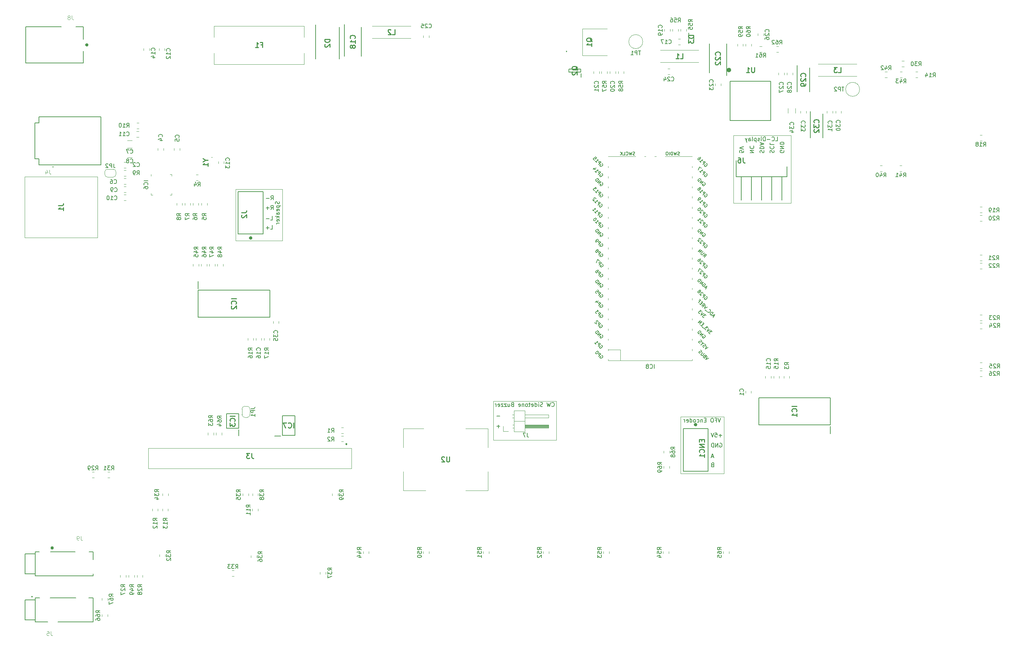
<source format=gbr>
%TF.GenerationSoftware,KiCad,Pcbnew,(5.1.6)-1*%
%TF.CreationDate,2021-02-21T00:16:36+01:00*%
%TF.ProjectId,pihpsdr Controller,70696870-7364-4722-9043-6f6e74726f6c,rev?*%
%TF.SameCoordinates,Original*%
%TF.FileFunction,Legend,Bot*%
%TF.FilePolarity,Positive*%
%FSLAX46Y46*%
G04 Gerber Fmt 4.6, Leading zero omitted, Abs format (unit mm)*
G04 Created by KiCad (PCBNEW (5.1.6)-1) date 2021-02-21 00:16:36*
%MOMM*%
%LPD*%
G01*
G04 APERTURE LIST*
%ADD10C,0.120000*%
%ADD11C,0.150000*%
%ADD12C,0.100000*%
%ADD13C,0.200000*%
%ADD14C,0.500000*%
%ADD15C,0.400000*%
%ADD16C,0.127000*%
%ADD17C,0.300000*%
%ADD18C,0.254000*%
%ADD19C,0.015000*%
G04 APERTURE END LIST*
D10*
X213976000Y-61558000D02*
X213976000Y-44667000D01*
X199625000Y-61558000D02*
X213976000Y-61558000D01*
X199625000Y-44667000D02*
X199625000Y-61558000D01*
X213976000Y-44667000D02*
X199625000Y-44667000D01*
D11*
X210110000Y-46008380D02*
X210586190Y-46008380D01*
X210586190Y-45008380D01*
X209205238Y-45913142D02*
X209252857Y-45960761D01*
X209395714Y-46008380D01*
X209490952Y-46008380D01*
X209633809Y-45960761D01*
X209729047Y-45865523D01*
X209776666Y-45770285D01*
X209824285Y-45579809D01*
X209824285Y-45436952D01*
X209776666Y-45246476D01*
X209729047Y-45151238D01*
X209633809Y-45056000D01*
X209490952Y-45008380D01*
X209395714Y-45008380D01*
X209252857Y-45056000D01*
X209205238Y-45103619D01*
X208776666Y-45627428D02*
X208014761Y-45627428D01*
X207538571Y-46008380D02*
X207538571Y-45008380D01*
X207300476Y-45008380D01*
X207157619Y-45056000D01*
X207062380Y-45151238D01*
X207014761Y-45246476D01*
X206967142Y-45436952D01*
X206967142Y-45579809D01*
X207014761Y-45770285D01*
X207062380Y-45865523D01*
X207157619Y-45960761D01*
X207300476Y-46008380D01*
X207538571Y-46008380D01*
X206538571Y-46008380D02*
X206538571Y-45341714D01*
X206538571Y-45008380D02*
X206586190Y-45056000D01*
X206538571Y-45103619D01*
X206490952Y-45056000D01*
X206538571Y-45008380D01*
X206538571Y-45103619D01*
X206110000Y-45960761D02*
X206014761Y-46008380D01*
X205824285Y-46008380D01*
X205729047Y-45960761D01*
X205681428Y-45865523D01*
X205681428Y-45817904D01*
X205729047Y-45722666D01*
X205824285Y-45675047D01*
X205967142Y-45675047D01*
X206062380Y-45627428D01*
X206110000Y-45532190D01*
X206110000Y-45484571D01*
X206062380Y-45389333D01*
X205967142Y-45341714D01*
X205824285Y-45341714D01*
X205729047Y-45389333D01*
X205252857Y-45341714D02*
X205252857Y-46341714D01*
X205252857Y-45389333D02*
X205157619Y-45341714D01*
X204967142Y-45341714D01*
X204871904Y-45389333D01*
X204824285Y-45436952D01*
X204776666Y-45532190D01*
X204776666Y-45817904D01*
X204824285Y-45913142D01*
X204871904Y-45960761D01*
X204967142Y-46008380D01*
X205157619Y-46008380D01*
X205252857Y-45960761D01*
X204205238Y-46008380D02*
X204300476Y-45960761D01*
X204348095Y-45865523D01*
X204348095Y-45008380D01*
X203395714Y-46008380D02*
X203395714Y-45484571D01*
X203443333Y-45389333D01*
X203538571Y-45341714D01*
X203729047Y-45341714D01*
X203824285Y-45389333D01*
X203395714Y-45960761D02*
X203490952Y-46008380D01*
X203729047Y-46008380D01*
X203824285Y-45960761D01*
X203871904Y-45865523D01*
X203871904Y-45770285D01*
X203824285Y-45675047D01*
X203729047Y-45627428D01*
X203490952Y-45627428D01*
X203395714Y-45579809D01*
X203014761Y-45341714D02*
X202776666Y-46008380D01*
X202538571Y-45341714D02*
X202776666Y-46008380D01*
X202871904Y-46246476D01*
X202919523Y-46294095D01*
X203014761Y-46341714D01*
D10*
X197212000Y-129249000D02*
X197212000Y-115025000D01*
X186417000Y-129249000D02*
X197212000Y-129249000D01*
X186417000Y-115025000D02*
X186417000Y-129249000D01*
X197212000Y-115025000D02*
X186417000Y-115025000D01*
D11*
X196393857Y-115366380D02*
X196060523Y-116366380D01*
X195727190Y-115366380D01*
X195060523Y-115842571D02*
X195393857Y-115842571D01*
X195393857Y-116366380D02*
X195393857Y-115366380D01*
X194917666Y-115366380D01*
X194346238Y-115366380D02*
X194155761Y-115366380D01*
X194060523Y-115414000D01*
X193965285Y-115509238D01*
X193917666Y-115699714D01*
X193917666Y-116033047D01*
X193965285Y-116223523D01*
X194060523Y-116318761D01*
X194155761Y-116366380D01*
X194346238Y-116366380D01*
X194441476Y-116318761D01*
X194536714Y-116223523D01*
X194584333Y-116033047D01*
X194584333Y-115699714D01*
X194536714Y-115509238D01*
X194441476Y-115414000D01*
X194346238Y-115366380D01*
X192727190Y-115842571D02*
X192393857Y-115842571D01*
X192251000Y-116366380D02*
X192727190Y-116366380D01*
X192727190Y-115366380D01*
X192251000Y-115366380D01*
X191822428Y-115699714D02*
X191822428Y-116366380D01*
X191822428Y-115794952D02*
X191774809Y-115747333D01*
X191679571Y-115699714D01*
X191536714Y-115699714D01*
X191441476Y-115747333D01*
X191393857Y-115842571D01*
X191393857Y-116366380D01*
X190489095Y-116318761D02*
X190584333Y-116366380D01*
X190774809Y-116366380D01*
X190870047Y-116318761D01*
X190917666Y-116271142D01*
X190965285Y-116175904D01*
X190965285Y-115890190D01*
X190917666Y-115794952D01*
X190870047Y-115747333D01*
X190774809Y-115699714D01*
X190584333Y-115699714D01*
X190489095Y-115747333D01*
X189917666Y-116366380D02*
X190012904Y-116318761D01*
X190060523Y-116271142D01*
X190108142Y-116175904D01*
X190108142Y-115890190D01*
X190060523Y-115794952D01*
X190012904Y-115747333D01*
X189917666Y-115699714D01*
X189774809Y-115699714D01*
X189679571Y-115747333D01*
X189631952Y-115794952D01*
X189584333Y-115890190D01*
X189584333Y-116175904D01*
X189631952Y-116271142D01*
X189679571Y-116318761D01*
X189774809Y-116366380D01*
X189917666Y-116366380D01*
X188727190Y-116366380D02*
X188727190Y-115366380D01*
X188727190Y-116318761D02*
X188822428Y-116366380D01*
X189012904Y-116366380D01*
X189108142Y-116318761D01*
X189155761Y-116271142D01*
X189203380Y-116175904D01*
X189203380Y-115890190D01*
X189155761Y-115794952D01*
X189108142Y-115747333D01*
X189012904Y-115699714D01*
X188822428Y-115699714D01*
X188727190Y-115747333D01*
X187870047Y-116318761D02*
X187965285Y-116366380D01*
X188155761Y-116366380D01*
X188251000Y-116318761D01*
X188298619Y-116223523D01*
X188298619Y-115842571D01*
X188251000Y-115747333D01*
X188155761Y-115699714D01*
X187965285Y-115699714D01*
X187870047Y-115747333D01*
X187822428Y-115842571D01*
X187822428Y-115937809D01*
X188298619Y-116033047D01*
X187393857Y-116366380D02*
X187393857Y-115699714D01*
X187393857Y-115890190D02*
X187346238Y-115794952D01*
X187298619Y-115747333D01*
X187203380Y-115699714D01*
X187108142Y-115699714D01*
D10*
X155302000Y-111088000D02*
X139554000Y-111088000D01*
X155302000Y-120867000D02*
X155302000Y-111088000D01*
X139554000Y-120867000D02*
X155302000Y-120867000D01*
X139554000Y-111088000D02*
X139554000Y-120867000D01*
X86849000Y-70956000D02*
X86849000Y-58129000D01*
X75165000Y-70956000D02*
X86849000Y-70956000D01*
X75165000Y-58129000D02*
X75165000Y-70956000D01*
X86849000Y-58129000D02*
X75165000Y-58129000D01*
D11*
X85983761Y-61209095D02*
X86031380Y-61351952D01*
X86031380Y-61590047D01*
X85983761Y-61685285D01*
X85936142Y-61732904D01*
X85840904Y-61780523D01*
X85745666Y-61780523D01*
X85650428Y-61732904D01*
X85602809Y-61685285D01*
X85555190Y-61590047D01*
X85507571Y-61399571D01*
X85459952Y-61304333D01*
X85412333Y-61256714D01*
X85317095Y-61209095D01*
X85221857Y-61209095D01*
X85126619Y-61256714D01*
X85079000Y-61304333D01*
X85031380Y-61399571D01*
X85031380Y-61637666D01*
X85079000Y-61780523D01*
X85364714Y-62209095D02*
X86364714Y-62209095D01*
X85412333Y-62209095D02*
X85364714Y-62304333D01*
X85364714Y-62494809D01*
X85412333Y-62590047D01*
X85459952Y-62637666D01*
X85555190Y-62685285D01*
X85840904Y-62685285D01*
X85936142Y-62637666D01*
X85983761Y-62590047D01*
X86031380Y-62494809D01*
X86031380Y-62304333D01*
X85983761Y-62209095D01*
X85983761Y-63494809D02*
X86031380Y-63399571D01*
X86031380Y-63209095D01*
X85983761Y-63113857D01*
X85888523Y-63066238D01*
X85507571Y-63066238D01*
X85412333Y-63113857D01*
X85364714Y-63209095D01*
X85364714Y-63399571D01*
X85412333Y-63494809D01*
X85507571Y-63542428D01*
X85602809Y-63542428D01*
X85698047Y-63066238D01*
X86031380Y-64399571D02*
X85507571Y-64399571D01*
X85412333Y-64351952D01*
X85364714Y-64256714D01*
X85364714Y-64066238D01*
X85412333Y-63971000D01*
X85983761Y-64399571D02*
X86031380Y-64304333D01*
X86031380Y-64066238D01*
X85983761Y-63971000D01*
X85888523Y-63923380D01*
X85793285Y-63923380D01*
X85698047Y-63971000D01*
X85650428Y-64066238D01*
X85650428Y-64304333D01*
X85602809Y-64399571D01*
X86031380Y-64875761D02*
X85031380Y-64875761D01*
X85650428Y-64971000D02*
X86031380Y-65256714D01*
X85364714Y-65256714D02*
X85745666Y-64875761D01*
X85983761Y-66066238D02*
X86031380Y-65971000D01*
X86031380Y-65780523D01*
X85983761Y-65685285D01*
X85888523Y-65637666D01*
X85507571Y-65637666D01*
X85412333Y-65685285D01*
X85364714Y-65780523D01*
X85364714Y-65971000D01*
X85412333Y-66066238D01*
X85507571Y-66113857D01*
X85602809Y-66113857D01*
X85698047Y-65637666D01*
X86031380Y-66542428D02*
X85364714Y-66542428D01*
X85555190Y-66542428D02*
X85459952Y-66590047D01*
X85412333Y-66637666D01*
X85364714Y-66732904D01*
X85364714Y-66828142D01*
X83930071Y-60740380D02*
X84263404Y-60264190D01*
X84501500Y-60740380D02*
X84501500Y-59740380D01*
X84120547Y-59740380D01*
X84025309Y-59788000D01*
X83977690Y-59835619D01*
X83930071Y-59930857D01*
X83930071Y-60073714D01*
X83977690Y-60168952D01*
X84025309Y-60216571D01*
X84120547Y-60264190D01*
X84501500Y-60264190D01*
X83501500Y-60359428D02*
X82739595Y-60359428D01*
X83930071Y-63153380D02*
X84263404Y-62677190D01*
X84501500Y-63153380D02*
X84501500Y-62153380D01*
X84120547Y-62153380D01*
X84025309Y-62201000D01*
X83977690Y-62248619D01*
X83930071Y-62343857D01*
X83930071Y-62486714D01*
X83977690Y-62581952D01*
X84025309Y-62629571D01*
X84120547Y-62677190D01*
X84501500Y-62677190D01*
X83501500Y-62772428D02*
X82739595Y-62772428D01*
X83120547Y-63153380D02*
X83120547Y-62391476D01*
X83834833Y-65820380D02*
X84311023Y-65820380D01*
X84311023Y-64820380D01*
X83501500Y-65439428D02*
X82739595Y-65439428D01*
X83834833Y-68106380D02*
X84311023Y-68106380D01*
X84311023Y-67106380D01*
X83501500Y-67725428D02*
X82739595Y-67725428D01*
X83120547Y-68106380D02*
X83120547Y-67344476D01*
X141204952Y-114842428D02*
X140443047Y-114842428D01*
X141204952Y-117382428D02*
X140443047Y-117382428D01*
X140824000Y-117763380D02*
X140824000Y-117001476D01*
X154166095Y-112334142D02*
X154213714Y-112381761D01*
X154356571Y-112429380D01*
X154451809Y-112429380D01*
X154594666Y-112381761D01*
X154689904Y-112286523D01*
X154737523Y-112191285D01*
X154785142Y-112000809D01*
X154785142Y-111857952D01*
X154737523Y-111667476D01*
X154689904Y-111572238D01*
X154594666Y-111477000D01*
X154451809Y-111429380D01*
X154356571Y-111429380D01*
X154213714Y-111477000D01*
X154166095Y-111524619D01*
X153832761Y-111429380D02*
X153594666Y-112429380D01*
X153404190Y-111715095D01*
X153213714Y-112429380D01*
X152975619Y-111429380D01*
X151880380Y-112381761D02*
X151737523Y-112429380D01*
X151499428Y-112429380D01*
X151404190Y-112381761D01*
X151356571Y-112334142D01*
X151308952Y-112238904D01*
X151308952Y-112143666D01*
X151356571Y-112048428D01*
X151404190Y-112000809D01*
X151499428Y-111953190D01*
X151689904Y-111905571D01*
X151785142Y-111857952D01*
X151832761Y-111810333D01*
X151880380Y-111715095D01*
X151880380Y-111619857D01*
X151832761Y-111524619D01*
X151785142Y-111477000D01*
X151689904Y-111429380D01*
X151451809Y-111429380D01*
X151308952Y-111477000D01*
X150880380Y-112429380D02*
X150880380Y-111762714D01*
X150880380Y-111429380D02*
X150928000Y-111477000D01*
X150880380Y-111524619D01*
X150832761Y-111477000D01*
X150880380Y-111429380D01*
X150880380Y-111524619D01*
X149975619Y-112429380D02*
X149975619Y-111429380D01*
X149975619Y-112381761D02*
X150070857Y-112429380D01*
X150261333Y-112429380D01*
X150356571Y-112381761D01*
X150404190Y-112334142D01*
X150451809Y-112238904D01*
X150451809Y-111953190D01*
X150404190Y-111857952D01*
X150356571Y-111810333D01*
X150261333Y-111762714D01*
X150070857Y-111762714D01*
X149975619Y-111810333D01*
X149118476Y-112381761D02*
X149213714Y-112429380D01*
X149404190Y-112429380D01*
X149499428Y-112381761D01*
X149547047Y-112286523D01*
X149547047Y-111905571D01*
X149499428Y-111810333D01*
X149404190Y-111762714D01*
X149213714Y-111762714D01*
X149118476Y-111810333D01*
X149070857Y-111905571D01*
X149070857Y-112000809D01*
X149547047Y-112096047D01*
X148785142Y-111762714D02*
X148404190Y-111762714D01*
X148642285Y-111429380D02*
X148642285Y-112286523D01*
X148594666Y-112381761D01*
X148499428Y-112429380D01*
X148404190Y-112429380D01*
X147928000Y-112429380D02*
X148023238Y-112381761D01*
X148070857Y-112334142D01*
X148118476Y-112238904D01*
X148118476Y-111953190D01*
X148070857Y-111857952D01*
X148023238Y-111810333D01*
X147928000Y-111762714D01*
X147785142Y-111762714D01*
X147689904Y-111810333D01*
X147642285Y-111857952D01*
X147594666Y-111953190D01*
X147594666Y-112238904D01*
X147642285Y-112334142D01*
X147689904Y-112381761D01*
X147785142Y-112429380D01*
X147928000Y-112429380D01*
X147166095Y-111762714D02*
X147166095Y-112429380D01*
X147166095Y-111857952D02*
X147118476Y-111810333D01*
X147023238Y-111762714D01*
X146880380Y-111762714D01*
X146785142Y-111810333D01*
X146737523Y-111905571D01*
X146737523Y-112429380D01*
X145880380Y-112381761D02*
X145975619Y-112429380D01*
X146166095Y-112429380D01*
X146261333Y-112381761D01*
X146308952Y-112286523D01*
X146308952Y-111905571D01*
X146261333Y-111810333D01*
X146166095Y-111762714D01*
X145975619Y-111762714D01*
X145880380Y-111810333D01*
X145832761Y-111905571D01*
X145832761Y-112000809D01*
X146308952Y-112096047D01*
X144308952Y-111905571D02*
X144166095Y-111953190D01*
X144118476Y-112000809D01*
X144070857Y-112096047D01*
X144070857Y-112238904D01*
X144118476Y-112334142D01*
X144166095Y-112381761D01*
X144261333Y-112429380D01*
X144642285Y-112429380D01*
X144642285Y-111429380D01*
X144308952Y-111429380D01*
X144213714Y-111477000D01*
X144166095Y-111524619D01*
X144118476Y-111619857D01*
X144118476Y-111715095D01*
X144166095Y-111810333D01*
X144213714Y-111857952D01*
X144308952Y-111905571D01*
X144642285Y-111905571D01*
X143213714Y-111762714D02*
X143213714Y-112429380D01*
X143642285Y-111762714D02*
X143642285Y-112286523D01*
X143594666Y-112381761D01*
X143499428Y-112429380D01*
X143356571Y-112429380D01*
X143261333Y-112381761D01*
X143213714Y-112334142D01*
X142832761Y-111762714D02*
X142308952Y-111762714D01*
X142832761Y-112429380D01*
X142308952Y-112429380D01*
X142023238Y-111762714D02*
X141499428Y-111762714D01*
X142023238Y-112429380D01*
X141499428Y-112429380D01*
X140737523Y-112381761D02*
X140832761Y-112429380D01*
X141023238Y-112429380D01*
X141118476Y-112381761D01*
X141166095Y-112286523D01*
X141166095Y-111905571D01*
X141118476Y-111810333D01*
X141023238Y-111762714D01*
X140832761Y-111762714D01*
X140737523Y-111810333D01*
X140689904Y-111905571D01*
X140689904Y-112000809D01*
X141166095Y-112096047D01*
X140261333Y-112429380D02*
X140261333Y-111762714D01*
X140261333Y-111953190D02*
X140213714Y-111857952D01*
X140166095Y-111810333D01*
X140070857Y-111762714D01*
X139975619Y-111762714D01*
X194309071Y-127018571D02*
X194166214Y-127066190D01*
X194118595Y-127113809D01*
X194070976Y-127209047D01*
X194070976Y-127351904D01*
X194118595Y-127447142D01*
X194166214Y-127494761D01*
X194261452Y-127542380D01*
X194642404Y-127542380D01*
X194642404Y-126542380D01*
X194309071Y-126542380D01*
X194213833Y-126590000D01*
X194166214Y-126637619D01*
X194118595Y-126732857D01*
X194118595Y-126828095D01*
X194166214Y-126923333D01*
X194213833Y-126970952D01*
X194309071Y-127018571D01*
X194642404Y-127018571D01*
X194547166Y-124970666D02*
X194070976Y-124970666D01*
X194642404Y-125256380D02*
X194309071Y-124256380D01*
X193975738Y-125256380D01*
X196166214Y-121637000D02*
X196261452Y-121589380D01*
X196404309Y-121589380D01*
X196547166Y-121637000D01*
X196642404Y-121732238D01*
X196690023Y-121827476D01*
X196737642Y-122017952D01*
X196737642Y-122160809D01*
X196690023Y-122351285D01*
X196642404Y-122446523D01*
X196547166Y-122541761D01*
X196404309Y-122589380D01*
X196309071Y-122589380D01*
X196166214Y-122541761D01*
X196118595Y-122494142D01*
X196118595Y-122160809D01*
X196309071Y-122160809D01*
X195690023Y-122589380D02*
X195690023Y-121589380D01*
X195118595Y-122589380D01*
X195118595Y-121589380D01*
X194642404Y-122589380D02*
X194642404Y-121589380D01*
X194404309Y-121589380D01*
X194261452Y-121637000D01*
X194166214Y-121732238D01*
X194118595Y-121827476D01*
X194070976Y-122017952D01*
X194070976Y-122160809D01*
X194118595Y-122351285D01*
X194166214Y-122446523D01*
X194261452Y-122541761D01*
X194404309Y-122589380D01*
X194642404Y-122589380D01*
X196690023Y-119668428D02*
X195928119Y-119668428D01*
X196309071Y-120049380D02*
X196309071Y-119287476D01*
X194975738Y-119049380D02*
X195451928Y-119049380D01*
X195499547Y-119525571D01*
X195451928Y-119477952D01*
X195356690Y-119430333D01*
X195118595Y-119430333D01*
X195023357Y-119477952D01*
X194975738Y-119525571D01*
X194928119Y-119620809D01*
X194928119Y-119858904D01*
X194975738Y-119954142D01*
X195023357Y-120001761D01*
X195118595Y-120049380D01*
X195356690Y-120049380D01*
X195451928Y-120001761D01*
X195499547Y-119954142D01*
X194642404Y-119049380D02*
X194309071Y-120049380D01*
X193975738Y-119049380D01*
X212185200Y-48393895D02*
X212232819Y-48489133D01*
X212232819Y-48631990D01*
X212185200Y-48774847D01*
X212089961Y-48870085D01*
X211994723Y-48917704D01*
X211804247Y-48965323D01*
X211661390Y-48965323D01*
X211470914Y-48917704D01*
X211375676Y-48870085D01*
X211280438Y-48774847D01*
X211232819Y-48631990D01*
X211232819Y-48536752D01*
X211280438Y-48393895D01*
X211328057Y-48346276D01*
X211661390Y-48346276D01*
X211661390Y-48536752D01*
X211232819Y-47917704D02*
X212232819Y-47917704D01*
X211232819Y-47346276D01*
X212232819Y-47346276D01*
X211232819Y-46870085D02*
X212232819Y-46870085D01*
X212232819Y-46631990D01*
X212185200Y-46489133D01*
X212089961Y-46393895D01*
X211994723Y-46346276D01*
X211804247Y-46298657D01*
X211661390Y-46298657D01*
X211470914Y-46346276D01*
X211375676Y-46393895D01*
X211280438Y-46489133D01*
X211232819Y-46631990D01*
X211232819Y-46870085D01*
X208765838Y-48939923D02*
X208718219Y-48797066D01*
X208718219Y-48558971D01*
X208765838Y-48463733D01*
X208813457Y-48416114D01*
X208908695Y-48368495D01*
X209003933Y-48368495D01*
X209099171Y-48416114D01*
X209146790Y-48463733D01*
X209194409Y-48558971D01*
X209242028Y-48749447D01*
X209289647Y-48844685D01*
X209337266Y-48892304D01*
X209432504Y-48939923D01*
X209527742Y-48939923D01*
X209622980Y-48892304D01*
X209670600Y-48844685D01*
X209718219Y-48749447D01*
X209718219Y-48511352D01*
X209670600Y-48368495D01*
X208813457Y-47368495D02*
X208765838Y-47416114D01*
X208718219Y-47558971D01*
X208718219Y-47654209D01*
X208765838Y-47797066D01*
X208861076Y-47892304D01*
X208956314Y-47939923D01*
X209146790Y-47987542D01*
X209289647Y-47987542D01*
X209480123Y-47939923D01*
X209575361Y-47892304D01*
X209670600Y-47797066D01*
X209718219Y-47654209D01*
X209718219Y-47558971D01*
X209670600Y-47416114D01*
X209622980Y-47368495D01*
X208718219Y-46463733D02*
X208718219Y-46939923D01*
X209718219Y-46939923D01*
X206276638Y-48965323D02*
X206229019Y-48822466D01*
X206229019Y-48584371D01*
X206276638Y-48489133D01*
X206324257Y-48441514D01*
X206419495Y-48393895D01*
X206514733Y-48393895D01*
X206609971Y-48441514D01*
X206657590Y-48489133D01*
X206705209Y-48584371D01*
X206752828Y-48774847D01*
X206800447Y-48870085D01*
X206848066Y-48917704D01*
X206943304Y-48965323D01*
X207038542Y-48965323D01*
X207133780Y-48917704D01*
X207181400Y-48870085D01*
X207229019Y-48774847D01*
X207229019Y-48536752D01*
X207181400Y-48393895D01*
X206229019Y-47965323D02*
X207229019Y-47965323D01*
X207229019Y-47727228D01*
X207181400Y-47584371D01*
X207086161Y-47489133D01*
X206990923Y-47441514D01*
X206800447Y-47393895D01*
X206657590Y-47393895D01*
X206467114Y-47441514D01*
X206371876Y-47489133D01*
X206276638Y-47584371D01*
X206229019Y-47727228D01*
X206229019Y-47965323D01*
X206514733Y-47012942D02*
X206514733Y-46536752D01*
X206229019Y-47108180D02*
X207229019Y-46774847D01*
X206229019Y-46441514D01*
X203701719Y-48917704D02*
X204701719Y-48917704D01*
X203701719Y-48346276D01*
X204701719Y-48346276D01*
X203796957Y-47298657D02*
X203749338Y-47346276D01*
X203701719Y-47489133D01*
X203701719Y-47584371D01*
X203749338Y-47727228D01*
X203844576Y-47822466D01*
X203939814Y-47870085D01*
X204130290Y-47917704D01*
X204273147Y-47917704D01*
X204463623Y-47870085D01*
X204558861Y-47822466D01*
X204654100Y-47727228D01*
X204701719Y-47584371D01*
X204701719Y-47489133D01*
X204654100Y-47346276D01*
X204606480Y-47298657D01*
X202123619Y-48428814D02*
X202123619Y-48905004D01*
X201647428Y-48952623D01*
X201695047Y-48905004D01*
X201742666Y-48809766D01*
X201742666Y-48571671D01*
X201695047Y-48476433D01*
X201647428Y-48428814D01*
X201552190Y-48381195D01*
X201314095Y-48381195D01*
X201218857Y-48428814D01*
X201171238Y-48476433D01*
X201123619Y-48571671D01*
X201123619Y-48809766D01*
X201171238Y-48905004D01*
X201218857Y-48952623D01*
X202123619Y-48095480D02*
X201123619Y-47762147D01*
X202123619Y-47428814D01*
D12*
%TO.C,Y1*%
X69118000Y-50098000D02*
G75*
G03*
X69218000Y-50098000I50000J0D01*
G01*
X69218000Y-50098000D02*
G75*
G03*
X69118000Y-50098000I-50000J0D01*
G01*
X69218000Y-50098000D02*
X69218000Y-50098000D01*
X69118000Y-50098000D02*
X69118000Y-50098000D01*
%TO.C,U2*%
X117066000Y-128693000D02*
X117066000Y-133443000D01*
X117066000Y-133443000D02*
X122616000Y-133443000D01*
X117066000Y-122693000D02*
X117066000Y-117943000D01*
X117066000Y-117943000D02*
X122116000Y-117943000D01*
X132616000Y-133443000D02*
X138166000Y-133443000D01*
X138166000Y-133443000D02*
X138166000Y-128693000D01*
X132616000Y-117943000D02*
X138166000Y-117943000D01*
X138166000Y-117943000D02*
X138166000Y-122693000D01*
D13*
%TO.C,U1*%
X198763000Y-31084000D02*
X198763000Y-40934000D01*
X198763000Y-40934000D02*
X208923000Y-40934000D01*
X208923000Y-40934000D02*
X208923000Y-31084000D01*
X208923000Y-31084000D02*
X198763000Y-31084000D01*
D14*
X198779230Y-28284000D02*
G75*
G03*
X198779230Y-28284000I-316230J0D01*
G01*
D13*
%TO.C,Q2*%
X161471000Y-30111000D02*
X161471000Y-29111000D01*
X158461000Y-28761000D02*
X161381000Y-28761000D01*
X158461000Y-28061000D02*
X158461000Y-28761000D01*
X161381000Y-28061000D02*
X158461000Y-28061000D01*
X161381000Y-28761000D02*
X161381000Y-28061000D01*
%TO.C,Q1*%
X157867800Y-23699000D02*
G75*
G03*
X157867800Y-23499000I0J100000D01*
G01*
X157867800Y-23499000D02*
G75*
G03*
X157867800Y-23699000I0J-100000D01*
G01*
D12*
X168047800Y-24664000D02*
X161827800Y-24664000D01*
X161827800Y-24664000D02*
X161827800Y-17934000D01*
X161827800Y-17934000D02*
X168047800Y-17934000D01*
D13*
X157867800Y-23699000D02*
X157867800Y-23699000D01*
X157867800Y-23499000D02*
X157867800Y-23499000D01*
D12*
%TO.C,L3*%
X220780000Y-29809000D02*
X230380000Y-29809000D01*
X220780000Y-26759000D02*
X230380000Y-26759000D01*
%TO.C,L2*%
X118874000Y-17297500D02*
X109274000Y-17297500D01*
X118874000Y-20347500D02*
X109274000Y-20347500D01*
%TO.C,L1*%
X190908400Y-23330000D02*
X181308400Y-23330000D01*
X190908400Y-26380000D02*
X181308400Y-26380000D01*
D15*
%TO.C,J9*%
X29439000Y-147800000D02*
G75*
G03*
X29439000Y-147800000I-200000J0D01*
G01*
D16*
X22489000Y-154300000D02*
X24989000Y-154300000D01*
X22489000Y-149300000D02*
X22489000Y-154300000D01*
X24989000Y-149300000D02*
X22489000Y-149300000D01*
X28839000Y-148800000D02*
X34989000Y-148800000D01*
X24989000Y-148800000D02*
X25989000Y-148800000D01*
X24989000Y-149300000D02*
X24989000Y-148800000D01*
X24989000Y-154300000D02*
X24989000Y-149300000D01*
X24989000Y-154800000D02*
X24989000Y-154300000D01*
X39489000Y-154800000D02*
X24989000Y-154800000D01*
X39489000Y-154300000D02*
X39489000Y-154800000D01*
X39489000Y-148800000D02*
X39489000Y-150750000D01*
X38489000Y-148800000D02*
X39489000Y-148800000D01*
D15*
%TO.C,J8*%
X38100000Y-22000000D02*
G75*
G03*
X38100000Y-22000000I-200000J0D01*
G01*
D16*
X37000000Y-20550000D02*
X37000000Y-17500000D01*
X31550000Y-17500000D02*
X22600000Y-17500000D01*
X37000000Y-26500000D02*
X37000000Y-23550000D01*
X37000000Y-17500000D02*
X35150000Y-17500000D01*
X22600000Y-26500000D02*
X37000000Y-26500000D01*
X22600000Y-17500000D02*
X22600000Y-26500000D01*
D13*
%TO.C,J6*%
X211690000Y-54950000D02*
X211690000Y-60790000D01*
X209150000Y-54950000D02*
X209150000Y-60790000D01*
X206610000Y-54950000D02*
X206610000Y-60790000D01*
X204070000Y-54950000D02*
X204070000Y-60790000D01*
X201530000Y-54950000D02*
X201530000Y-60790000D01*
X212960000Y-54950000D02*
X212960000Y-52410000D01*
X200260000Y-54950000D02*
X212960000Y-54950000D01*
X200260000Y-50890000D02*
X200260000Y-54950000D01*
D16*
%TO.C,J5*%
X22500000Y-160800000D02*
X25000000Y-160800000D01*
X22500000Y-165800000D02*
X22500000Y-160800000D01*
X25000000Y-165800000D02*
X22500000Y-165800000D01*
X38400000Y-160300000D02*
X39500000Y-160300000D01*
D13*
X24300000Y-160000000D02*
G75*
G03*
X24300000Y-160000000I-100000J0D01*
G01*
D16*
X28700000Y-160300000D02*
X35200000Y-160300000D01*
X25000000Y-160300000D02*
X26100000Y-160300000D01*
X39500000Y-166300000D02*
X39500000Y-160300000D01*
X30700000Y-166300000D02*
X39500000Y-166300000D01*
X25000000Y-166300000D02*
X28100000Y-166300000D01*
X25000000Y-165800000D02*
X25000000Y-166300000D01*
X25000000Y-160800000D02*
X25000000Y-165800000D01*
X25000000Y-160300000D02*
X25000000Y-160800000D01*
%TO.C,J4*%
X25961500Y-40000500D02*
X41461500Y-40000500D01*
X25961500Y-41500500D02*
X25961500Y-40000500D01*
X24961500Y-41500500D02*
X25961500Y-41500500D01*
X24961500Y-50500500D02*
X24961500Y-41500500D01*
X25961500Y-50500500D02*
X24961500Y-50500500D01*
X25961500Y-52000500D02*
X25961500Y-50500500D01*
X41461500Y-52000500D02*
X25961500Y-52000500D01*
D13*
X29561500Y-52500500D02*
G75*
G03*
X29561500Y-52500500I-100000J0D01*
G01*
D16*
X41461500Y-52000500D02*
X41461500Y-40000500D01*
D17*
%TO.C,J3*%
X102800000Y-121730000D02*
G75*
G03*
X102800000Y-121930000I0J-100000D01*
G01*
X102800000Y-121930000D02*
G75*
G03*
X102800000Y-121730000I0J100000D01*
G01*
D12*
X104055000Y-122905000D02*
X53285000Y-122905000D01*
X53285000Y-122905000D02*
X53285000Y-127955000D01*
X53285000Y-127955000D02*
X104055000Y-127955000D01*
X104055000Y-127955000D02*
X104055000Y-122905000D01*
D17*
X102800000Y-121930000D02*
X102800000Y-121930000D01*
X102800000Y-121730000D02*
X102800000Y-121730000D01*
D13*
%TO.C,J2*%
X81948000Y-69281000D02*
X81948000Y-58661000D01*
X81948000Y-58661000D02*
X75748000Y-58661000D01*
X75748000Y-58661000D02*
X75748000Y-69281000D01*
X75748000Y-69281000D02*
X81948000Y-69281000D01*
D15*
X79097210Y-70278000D02*
G75*
G03*
X79097210Y-70278000I-218210J0D01*
G01*
D12*
%TO.C,J1*%
X40610000Y-70175000D02*
X40610000Y-54935000D01*
X40610000Y-54935000D02*
X22350000Y-54935000D01*
X22350000Y-54935000D02*
X22350000Y-70175000D01*
X22350000Y-70175000D02*
X40610000Y-70175000D01*
D13*
%TO.C,IC7*%
X84898000Y-119789000D02*
X86423000Y-119789000D01*
X86773000Y-114734000D02*
X86773000Y-119634000D01*
X89973000Y-114734000D02*
X86773000Y-114734000D01*
X89973000Y-119634000D02*
X89973000Y-114734000D01*
X86773000Y-119634000D02*
X89973000Y-119634000D01*
%TO.C,IC3*%
X75927600Y-119716000D02*
X75927600Y-118241000D01*
X72877600Y-117891000D02*
X75877600Y-117891000D01*
X72877600Y-114191000D02*
X72877600Y-117891000D01*
X75877600Y-114191000D02*
X72877600Y-114191000D01*
X75877600Y-117891000D02*
X75877600Y-114191000D01*
%TO.C,IC2*%
X65774000Y-81104000D02*
X65774000Y-82954000D01*
X83654000Y-83304000D02*
X65754000Y-83304000D01*
X83654000Y-90104000D02*
X83654000Y-83304000D01*
X65754000Y-90104000D02*
X83654000Y-90104000D01*
X65754000Y-83304000D02*
X65754000Y-90104000D01*
%TO.C,IC1*%
X223795000Y-119228000D02*
X223795000Y-117378000D01*
X205915000Y-117028000D02*
X223815000Y-117028000D01*
X205915000Y-110228000D02*
X205915000Y-117028000D01*
X223815000Y-110228000D02*
X205915000Y-110228000D01*
X223815000Y-117028000D02*
X223815000Y-110228000D01*
D12*
%TO.C,F1*%
X92240500Y-20061000D02*
X92240500Y-17261000D01*
X92240500Y-17261000D02*
X69740500Y-17261000D01*
X69740500Y-17261000D02*
X69740500Y-20061000D01*
X92240500Y-24061000D02*
X92240500Y-26861000D01*
X92240500Y-26861000D02*
X69740500Y-26861000D01*
X69740500Y-26861000D02*
X69740500Y-24061000D01*
D13*
%TO.C,ENC1*%
X187047000Y-117970000D02*
X187047000Y-128590000D01*
X187047000Y-128590000D02*
X193247000Y-128590000D01*
X193247000Y-128590000D02*
X193247000Y-117970000D01*
X193247000Y-117970000D02*
X187047000Y-117970000D01*
D15*
X190334210Y-116973000D02*
G75*
G03*
X190334210Y-116973000I-218210J0D01*
G01*
D13*
%TO.C,D3*%
X189679800Y-19661600D02*
X189679800Y-21361600D01*
X188429800Y-18941600D02*
X188429800Y-21361600D01*
%TO.C,D2*%
X101024000Y-17583000D02*
X101024000Y-25523000D01*
X95120000Y-25523000D02*
X95120000Y-16953000D01*
%TO.C,C32*%
X221973000Y-39254000D02*
X221973000Y-45254000D01*
X218773000Y-45254000D02*
X218773000Y-38629000D01*
%TO.C,C29*%
X218671000Y-27697000D02*
X218671000Y-33697000D01*
X215471000Y-33697000D02*
X215471000Y-27072000D01*
%TO.C,C22*%
X193585000Y-29013000D02*
X193585000Y-21713000D01*
X197885000Y-21713000D02*
X197885000Y-29638000D01*
%TO.C,C18*%
X106572000Y-17522000D02*
X106572000Y-24822000D01*
X102272000Y-24822000D02*
X102272000Y-16897000D01*
D10*
%TO.C,C34*%
X215060000Y-39046064D02*
X215060000Y-37841936D01*
X213240000Y-39046064D02*
X213240000Y-37841936D01*
%TO.C,C8*%
X48019936Y-50149000D02*
X49224064Y-50149000D01*
X48019936Y-48329000D02*
X49224064Y-48329000D01*
%TO.C,C7*%
X48019936Y-47736000D02*
X49224064Y-47736000D01*
X48019936Y-45916000D02*
X49224064Y-45916000D01*
%TO.C,R69*%
X182151000Y-127336748D02*
X182151000Y-127859252D01*
X183571000Y-127336748D02*
X183571000Y-127859252D01*
%TO.C,R68*%
X183571000Y-124049252D02*
X183571000Y-123526748D01*
X182151000Y-124049252D02*
X182151000Y-123526748D01*
%TO.C,J7*%
X142030500Y-118644500D02*
X143300500Y-118644500D01*
X142030500Y-117374500D02*
X142030500Y-118644500D01*
X144343429Y-114454500D02*
X144740500Y-114454500D01*
X144343429Y-115214500D02*
X144740500Y-115214500D01*
X153400500Y-114454500D02*
X147400500Y-114454500D01*
X153400500Y-115214500D02*
X153400500Y-114454500D01*
X147400500Y-115214500D02*
X153400500Y-115214500D01*
X144740500Y-116104500D02*
X147400500Y-116104500D01*
X144410500Y-116994500D02*
X144740500Y-116994500D01*
X144410500Y-117754500D02*
X144740500Y-117754500D01*
X147400500Y-117094500D02*
X153400500Y-117094500D01*
X147400500Y-117214500D02*
X153400500Y-117214500D01*
X147400500Y-117334500D02*
X153400500Y-117334500D01*
X147400500Y-117454500D02*
X153400500Y-117454500D01*
X147400500Y-117574500D02*
X153400500Y-117574500D01*
X147400500Y-117694500D02*
X153400500Y-117694500D01*
X153400500Y-116994500D02*
X147400500Y-116994500D01*
X153400500Y-117754500D02*
X153400500Y-116994500D01*
X147400500Y-117754500D02*
X153400500Y-117754500D01*
X147400500Y-118704500D02*
X144740500Y-118704500D01*
X147400500Y-113504500D02*
X147400500Y-118704500D01*
X144740500Y-113504500D02*
X147400500Y-113504500D01*
X144740500Y-118704500D02*
X144740500Y-113504500D01*
%TO.C,R67*%
X41689000Y-160870252D02*
X41689000Y-160347748D01*
X43109000Y-160870252D02*
X43109000Y-160347748D01*
%TO.C,R66*%
X43109000Y-164420748D02*
X43109000Y-164943252D01*
X41689000Y-164420748D02*
X41689000Y-164943252D01*
%TO.C,IC8*%
X168297000Y-100901000D02*
X189297000Y-100901000D01*
X175097000Y-49901000D02*
X168297000Y-49901000D01*
X168297000Y-98234000D02*
X171304000Y-98234000D01*
X171304000Y-98234000D02*
X171304000Y-100901000D01*
X168297000Y-100901000D02*
X168297000Y-100601000D01*
X168297000Y-98501000D02*
X168297000Y-98101000D01*
X168297000Y-95901000D02*
X168297000Y-95501000D01*
X168297000Y-93401000D02*
X168297000Y-93001000D01*
X168297000Y-90801000D02*
X168297000Y-90401000D01*
X168297000Y-88301000D02*
X168297000Y-87901000D01*
X168297000Y-85801000D02*
X168297000Y-85401000D01*
X168297000Y-83201000D02*
X168297000Y-82801000D01*
X168297000Y-80701000D02*
X168297000Y-80301000D01*
X168297000Y-78101000D02*
X168297000Y-77701000D01*
X168297000Y-75601000D02*
X168297000Y-75201000D01*
X168297000Y-73101000D02*
X168297000Y-72701000D01*
X168297000Y-70501000D02*
X168297000Y-70101000D01*
X168297000Y-68001000D02*
X168297000Y-67601000D01*
X168297000Y-65401000D02*
X168297000Y-65001000D01*
X168297000Y-62901000D02*
X168297000Y-62501000D01*
X168297000Y-60301000D02*
X168297000Y-59901000D01*
X168297000Y-57801000D02*
X168297000Y-57401000D01*
X168297000Y-55301000D02*
X168297000Y-54901000D01*
X168297000Y-52701000D02*
X168297000Y-52301000D01*
X189297000Y-85801000D02*
X189297000Y-85401000D01*
X189297000Y-80701000D02*
X189297000Y-80301000D01*
X189297000Y-73101000D02*
X189297000Y-72701000D01*
X189297000Y-65401000D02*
X189297000Y-65001000D01*
X189297000Y-95901000D02*
X189297000Y-95501000D01*
X189297000Y-98501000D02*
X189297000Y-98101000D01*
X189297000Y-90801000D02*
X189297000Y-90401000D01*
X189297000Y-57801000D02*
X189297000Y-57401000D01*
X189297000Y-52701000D02*
X189297000Y-52301000D01*
X189297000Y-55301000D02*
X189297000Y-54901000D01*
X189297000Y-70501000D02*
X189297000Y-70101000D01*
X189297000Y-75601000D02*
X189297000Y-75201000D01*
X189297000Y-88301000D02*
X189297000Y-87901000D01*
X189297000Y-83201000D02*
X189297000Y-82801000D01*
X189297000Y-62901000D02*
X189297000Y-62501000D01*
X189297000Y-78101000D02*
X189297000Y-77701000D01*
X189297000Y-100901000D02*
X189297000Y-100601000D01*
X189297000Y-93401000D02*
X189297000Y-93001000D01*
X189297000Y-68001000D02*
X189297000Y-67601000D01*
X189297000Y-60301000D02*
X189297000Y-59901000D01*
X189297000Y-49901000D02*
X182497000Y-49901000D01*
X177297000Y-49901000D02*
X177697000Y-49901000D01*
X179897000Y-49901000D02*
X180297000Y-49901000D01*
%TO.C,R65*%
X198477000Y-148663748D02*
X198477000Y-149186252D01*
X197057000Y-148663748D02*
X197057000Y-149186252D01*
%TO.C,R54*%
X183427500Y-148663748D02*
X183427500Y-149186252D01*
X182007500Y-148663748D02*
X182007500Y-149186252D01*
%TO.C,R53*%
X168505000Y-148663748D02*
X168505000Y-149186252D01*
X167085000Y-148663748D02*
X167085000Y-149186252D01*
%TO.C,R52*%
X153455500Y-148663748D02*
X153455500Y-149186252D01*
X152035500Y-148663748D02*
X152035500Y-149186252D01*
%TO.C,R51*%
X138469500Y-148663748D02*
X138469500Y-149186252D01*
X137049500Y-148663748D02*
X137049500Y-149186252D01*
%TO.C,R50*%
X123483500Y-148663748D02*
X123483500Y-149186252D01*
X122063500Y-148663748D02*
X122063500Y-149186252D01*
%TO.C,R44*%
X108434000Y-148663748D02*
X108434000Y-149186252D01*
X107014000Y-148663748D02*
X107014000Y-149186252D01*
%TO.C,R26*%
X261196248Y-103520000D02*
X261718752Y-103520000D01*
X261196248Y-104940000D02*
X261718752Y-104940000D01*
%TO.C,R25*%
X261205248Y-101488000D02*
X261727752Y-101488000D01*
X261205248Y-102908000D02*
X261727752Y-102908000D01*
%TO.C,R24*%
X261196248Y-91518500D02*
X261718752Y-91518500D01*
X261196248Y-92938500D02*
X261718752Y-92938500D01*
%TO.C,R23*%
X261196248Y-89486500D02*
X261718752Y-89486500D01*
X261196248Y-90906500D02*
X261718752Y-90906500D01*
%TO.C,R22*%
X261196248Y-76532500D02*
X261718752Y-76532500D01*
X261196248Y-77952500D02*
X261718752Y-77952500D01*
%TO.C,R21*%
X261187248Y-74500500D02*
X261709752Y-74500500D01*
X261187248Y-75920500D02*
X261709752Y-75920500D01*
%TO.C,R20*%
X261196248Y-64594500D02*
X261718752Y-64594500D01*
X261196248Y-66014500D02*
X261718752Y-66014500D01*
%TO.C,R19*%
X261196248Y-62499000D02*
X261718752Y-62499000D01*
X261196248Y-63919000D02*
X261718752Y-63919000D01*
%TO.C,R18*%
X261196248Y-44528500D02*
X261718752Y-44528500D01*
X261196248Y-45948500D02*
X261718752Y-45948500D01*
%TO.C,C35*%
X85908000Y-91141748D02*
X85908000Y-91664252D01*
X84488000Y-91141748D02*
X84488000Y-91664252D01*
%TO.C,C16*%
X80170000Y-95855252D02*
X80170000Y-95332748D01*
X81590000Y-95855252D02*
X81590000Y-95332748D01*
%TO.C,C15*%
X207534500Y-105380252D02*
X207534500Y-104857748D01*
X208954500Y-105380252D02*
X208954500Y-104857748D01*
%TO.C,C1*%
X204018000Y-108540748D02*
X204018000Y-109063252D01*
X202598000Y-108540748D02*
X202598000Y-109063252D01*
%TO.C,R17*%
X82202000Y-95855252D02*
X82202000Y-95332748D01*
X83622000Y-95855252D02*
X83622000Y-95332748D01*
%TO.C,R16*%
X78138000Y-95855252D02*
X78138000Y-95332748D01*
X79558000Y-95855252D02*
X79558000Y-95332748D01*
%TO.C,R15*%
X211050000Y-104857748D02*
X211050000Y-105380252D01*
X209630000Y-104857748D02*
X209630000Y-105380252D01*
%TO.C,R14*%
X245130748Y-28717000D02*
X245653252Y-28717000D01*
X245130748Y-30137000D02*
X245653252Y-30137000D01*
%TO.C,R13*%
X56802000Y-138004748D02*
X56802000Y-138527252D01*
X58222000Y-138004748D02*
X58222000Y-138527252D01*
%TO.C,R12*%
X55682000Y-138004748D02*
X55682000Y-138527252D01*
X54262000Y-138004748D02*
X54262000Y-138527252D01*
%TO.C,R11*%
X80701000Y-138004748D02*
X80701000Y-138527252D01*
X79281000Y-138004748D02*
X79281000Y-138527252D01*
%TO.C,R3*%
X213590000Y-104848748D02*
X213590000Y-105371252D01*
X212170000Y-104848748D02*
X212170000Y-105371252D01*
%TO.C,JP2*%
X45196000Y-54365000D02*
X45196000Y-53765000D01*
X43096000Y-55065000D02*
X44496000Y-55065000D01*
X42396000Y-53765000D02*
X42396000Y-54365000D01*
X44496000Y-53065000D02*
X43096000Y-53065000D01*
X45196000Y-53765000D02*
G75*
G03*
X44496000Y-53065000I-700000J0D01*
G01*
X44496000Y-55065000D02*
G75*
G03*
X45196000Y-54365000I0J700000D01*
G01*
X42396000Y-54365000D02*
G75*
G03*
X43096000Y-55065000I700000J0D01*
G01*
X43096000Y-53065000D02*
G75*
G03*
X42396000Y-53765000I0J-700000D01*
G01*
%TO.C,C28*%
X213008200Y-28987948D02*
X213008200Y-29510452D01*
X214428200Y-28987948D02*
X214428200Y-29510452D01*
%TO.C,IC6*%
X53929000Y-54826500D02*
X53929000Y-54351500D01*
X59149000Y-59571500D02*
X58674000Y-59571500D01*
X59149000Y-59096500D02*
X59149000Y-59571500D01*
X59149000Y-54351500D02*
X58674000Y-54351500D01*
X59149000Y-54826500D02*
X59149000Y-54351500D01*
X53929000Y-59571500D02*
X54404000Y-59571500D01*
X53929000Y-59096500D02*
X53929000Y-59571500D01*
%TO.C,R64*%
X70213200Y-119005548D02*
X70213200Y-119528052D01*
X71633200Y-119005548D02*
X71633200Y-119528052D01*
%TO.C,R63*%
X68206600Y-119005548D02*
X68206600Y-119528052D01*
X69626600Y-119005548D02*
X69626600Y-119528052D01*
%TO.C,JP1*%
X77405000Y-115155000D02*
X78005000Y-115155000D01*
X76705000Y-113055000D02*
X76705000Y-114455000D01*
X78005000Y-112355000D02*
X77405000Y-112355000D01*
X78705000Y-114455000D02*
X78705000Y-113055000D01*
X78005000Y-115155000D02*
G75*
G03*
X78705000Y-114455000I0J700000D01*
G01*
X76705000Y-114455000D02*
G75*
G03*
X77405000Y-115155000I700000J0D01*
G01*
X77405000Y-112355000D02*
G75*
G03*
X76705000Y-113055000I0J-700000D01*
G01*
X78705000Y-113055000D02*
G75*
G03*
X78005000Y-112355000I-700000J0D01*
G01*
%TO.C,TP2*%
X231140000Y-33110000D02*
G75*
G03*
X231140000Y-33110000I-1750000J0D01*
G01*
%TO.C,TP1*%
X176911000Y-21172000D02*
G75*
G03*
X176911000Y-21172000I-1750000J0D01*
G01*
%TO.C,R62*%
X210332748Y-23787000D02*
X210855252Y-23787000D01*
X210332748Y-22367000D02*
X210855252Y-22367000D01*
%TO.C,R61*%
X206141748Y-23787000D02*
X206664252Y-23787000D01*
X206141748Y-22367000D02*
X206664252Y-22367000D01*
%TO.C,R60*%
X202645000Y-21799748D02*
X202645000Y-22322252D01*
X204065000Y-21799748D02*
X204065000Y-22322252D01*
%TO.C,R59*%
X200566000Y-21799748D02*
X200566000Y-22322252D01*
X201986000Y-21799748D02*
X201986000Y-22322252D01*
%TO.C,R58*%
X172188000Y-29180252D02*
X172188000Y-28657748D01*
X170768000Y-29180252D02*
X170768000Y-28657748D01*
%TO.C,R57*%
X166602400Y-28657748D02*
X166602400Y-29180252D01*
X168022400Y-28657748D02*
X168022400Y-29180252D01*
%TO.C,R56*%
X185751600Y-18588452D02*
X185751600Y-18065948D01*
X184331600Y-18588452D02*
X184331600Y-18065948D01*
%TO.C,R55*%
X187783600Y-18588452D02*
X187783600Y-18065948D01*
X186363600Y-18588452D02*
X186363600Y-18065948D01*
%TO.C,C33*%
X217781000Y-39086252D02*
X217781000Y-38563748D01*
X216361000Y-39086252D02*
X216361000Y-38563748D01*
%TO.C,C31*%
X224385000Y-39086252D02*
X224385000Y-38563748D01*
X222965000Y-39086252D02*
X222965000Y-38563748D01*
%TO.C,C30*%
X226544000Y-39086252D02*
X226544000Y-38563748D01*
X225124000Y-39086252D02*
X225124000Y-38563748D01*
%TO.C,C27*%
X210874600Y-28987948D02*
X210874600Y-29510452D01*
X212294600Y-28987948D02*
X212294600Y-29510452D01*
%TO.C,C26*%
X207113000Y-19655252D02*
X207113000Y-19132748D01*
X205693000Y-19655252D02*
X205693000Y-19132748D01*
%TO.C,C25*%
X122063500Y-19640748D02*
X122063500Y-20163252D01*
X123483500Y-19640748D02*
X123483500Y-20163252D01*
%TO.C,C24*%
X183163748Y-29375000D02*
X183686252Y-29375000D01*
X183163748Y-27955000D02*
X183686252Y-27955000D01*
%TO.C,C23*%
X195025000Y-31705748D02*
X195025000Y-32228252D01*
X196445000Y-31705748D02*
X196445000Y-32228252D01*
%TO.C,C21*%
X166041200Y-29180252D02*
X166041200Y-28657748D01*
X164621200Y-29180252D02*
X164621200Y-28657748D01*
%TO.C,C20*%
X168685200Y-28657748D02*
X168685200Y-29180252D01*
X170105200Y-28657748D02*
X170105200Y-29180252D01*
%TO.C,C19*%
X182299600Y-18065948D02*
X182299600Y-18588452D01*
X183719600Y-18065948D02*
X183719600Y-18588452D01*
%TO.C,C17*%
X185796348Y-21932800D02*
X186318852Y-21932800D01*
X185796348Y-20512800D02*
X186318852Y-20512800D01*
%TO.C,R2*%
X102061252Y-121210000D02*
X101538748Y-121210000D01*
X102061252Y-119790000D02*
X101538748Y-119790000D01*
%TO.C,R1*%
X102061252Y-119110000D02*
X101538748Y-119110000D01*
X102061252Y-117690000D02*
X101538748Y-117690000D01*
%TO.C,R49*%
X49810000Y-154638748D02*
X49810000Y-155161252D01*
X48390000Y-154638748D02*
X48390000Y-155161252D01*
%TO.C,R48*%
X71985000Y-76790748D02*
X71985000Y-77313252D01*
X70565000Y-76790748D02*
X70565000Y-77313252D01*
%TO.C,R47*%
X69953000Y-76790748D02*
X69953000Y-77313252D01*
X68533000Y-76790748D02*
X68533000Y-77313252D01*
%TO.C,R46*%
X67921000Y-76790748D02*
X67921000Y-77313252D01*
X66501000Y-76790748D02*
X66501000Y-77313252D01*
%TO.C,R45*%
X65889000Y-76790748D02*
X65889000Y-77313252D01*
X64469000Y-76790748D02*
X64469000Y-77313252D01*
%TO.C,R30*%
X241701748Y-26050000D02*
X242224252Y-26050000D01*
X241701748Y-27470000D02*
X242224252Y-27470000D01*
%TO.C,R43*%
X241244548Y-28717000D02*
X241767052Y-28717000D01*
X241244548Y-30137000D02*
X241767052Y-30137000D01*
%TO.C,R42*%
X237995152Y-30137000D02*
X237472648Y-30137000D01*
X237995152Y-28717000D02*
X237472648Y-28717000D01*
%TO.C,R41*%
X241168348Y-52186600D02*
X241690852Y-52186600D01*
X241168348Y-53606600D02*
X241690852Y-53606600D01*
%TO.C,R40*%
X236240748Y-52186600D02*
X236763252Y-52186600D01*
X236240748Y-53606600D02*
X236763252Y-53606600D01*
%TO.C,R39*%
X99267000Y-134717252D02*
X99267000Y-134194748D01*
X100687000Y-134717252D02*
X100687000Y-134194748D01*
%TO.C,R38*%
X79328000Y-134726252D02*
X79328000Y-134203748D01*
X80748000Y-134726252D02*
X80748000Y-134203748D01*
%TO.C,R37*%
X96219000Y-154402252D02*
X96219000Y-153879748D01*
X97639000Y-154402252D02*
X97639000Y-153879748D01*
%TO.C,R36*%
X78947000Y-150211252D02*
X78947000Y-149688748D01*
X80367000Y-150211252D02*
X80367000Y-149688748D01*
%TO.C,R35*%
X76915000Y-134717252D02*
X76915000Y-134194748D01*
X78335000Y-134717252D02*
X78335000Y-134194748D01*
%TO.C,R34*%
X56838840Y-134708252D02*
X56838840Y-134185748D01*
X58258840Y-134708252D02*
X58258840Y-134185748D01*
%TO.C,R33*%
X74711252Y-154851000D02*
X74188748Y-154851000D01*
X74711252Y-153431000D02*
X74188748Y-153431000D01*
%TO.C,R32*%
X56087000Y-149957252D02*
X56087000Y-149434748D01*
X57507000Y-149957252D02*
X57507000Y-149434748D01*
%TO.C,R31*%
X43137748Y-128793000D02*
X43660252Y-128793000D01*
X43137748Y-130213000D02*
X43660252Y-130213000D01*
%TO.C,R29*%
X39723252Y-130213000D02*
X39200748Y-130213000D01*
X39723252Y-128793000D02*
X39200748Y-128793000D01*
%TO.C,R28*%
X50452000Y-155164252D02*
X50452000Y-154641748D01*
X51872000Y-155164252D02*
X51872000Y-154641748D01*
%TO.C,R27*%
X46261000Y-155164252D02*
X46261000Y-154641748D01*
X47681000Y-155164252D02*
X47681000Y-154641748D01*
%TO.C,C14*%
X52111900Y-23398052D02*
X52111900Y-22875548D01*
X53531900Y-23398052D02*
X53531900Y-22875548D01*
%TO.C,C12*%
X55972700Y-23398052D02*
X55972700Y-22875548D01*
X57392700Y-23398052D02*
X57392700Y-22875548D01*
%TO.C,R10*%
X50898752Y-41480500D02*
X50376248Y-41480500D01*
X50898752Y-42900500D02*
X50376248Y-42900500D01*
%TO.C,R9*%
X47740252Y-53355000D02*
X47217748Y-53355000D01*
X47740252Y-54775000D02*
X47217748Y-54775000D01*
%TO.C,C11*%
X50356748Y-45035000D02*
X50879252Y-45035000D01*
X50356748Y-43615000D02*
X50879252Y-43615000D01*
%TO.C,C10*%
X47217748Y-60871000D02*
X47740252Y-60871000D01*
X47217748Y-59451000D02*
X47740252Y-59451000D01*
%TO.C,C9*%
X47217748Y-58839000D02*
X47740252Y-58839000D01*
X47217748Y-57419000D02*
X47740252Y-57419000D01*
%TO.C,C2*%
X47217748Y-52743000D02*
X47740252Y-52743000D01*
X47217748Y-51323000D02*
X47740252Y-51323000D01*
%TO.C,C13*%
X70772000Y-51136748D02*
X70772000Y-51659252D01*
X72192000Y-51136748D02*
X72192000Y-51659252D01*
%TO.C,R8*%
X60358000Y-61550748D02*
X60358000Y-62073252D01*
X61778000Y-61550748D02*
X61778000Y-62073252D01*
%TO.C,R7*%
X62390000Y-61550748D02*
X62390000Y-62073252D01*
X63810000Y-61550748D02*
X63810000Y-62073252D01*
%TO.C,R6*%
X64422000Y-61550748D02*
X64422000Y-62073252D01*
X65842000Y-61550748D02*
X65842000Y-62073252D01*
%TO.C,R5*%
X66581000Y-61550748D02*
X66581000Y-62073252D01*
X68001000Y-61550748D02*
X68001000Y-62073252D01*
%TO.C,R4*%
X65251748Y-55918000D02*
X65774252Y-55918000D01*
X65251748Y-54498000D02*
X65774252Y-54498000D01*
%TO.C,C6*%
X47217748Y-56807000D02*
X47740252Y-56807000D01*
X47217748Y-55387000D02*
X47740252Y-55387000D01*
%TO.C,C5*%
X61143000Y-48357252D02*
X61143000Y-47834748D01*
X59723000Y-48357252D02*
X59723000Y-47834748D01*
%TO.C,C4*%
X55659000Y-47834748D02*
X55659000Y-48357252D01*
X57079000Y-47834748D02*
X57079000Y-48357252D01*
%TO.C,Y1*%
D18*
X67600761Y-50793238D02*
X68205523Y-50793238D01*
X66935523Y-50369904D02*
X67600761Y-50793238D01*
X66935523Y-51216571D01*
X68205523Y-52305142D02*
X68205523Y-51579428D01*
X68205523Y-51942285D02*
X66935523Y-51942285D01*
X67116952Y-51821333D01*
X67237904Y-51700380D01*
X67298380Y-51579428D01*
%TO.C,U2*%
X128583619Y-124997523D02*
X128583619Y-126025619D01*
X128523142Y-126146571D01*
X128462666Y-126207047D01*
X128341714Y-126267523D01*
X128099809Y-126267523D01*
X127978857Y-126207047D01*
X127918380Y-126146571D01*
X127857904Y-126025619D01*
X127857904Y-124997523D01*
X127313619Y-125118476D02*
X127253142Y-125058000D01*
X127132190Y-124997523D01*
X126829809Y-124997523D01*
X126708857Y-125058000D01*
X126648380Y-125118476D01*
X126587904Y-125239428D01*
X126587904Y-125360380D01*
X126648380Y-125541809D01*
X127374095Y-126267523D01*
X126587904Y-126267523D01*
%TO.C,U1*%
X204830619Y-27588523D02*
X204830619Y-28616619D01*
X204770142Y-28737571D01*
X204709666Y-28798047D01*
X204588714Y-28858523D01*
X204346809Y-28858523D01*
X204225857Y-28798047D01*
X204165380Y-28737571D01*
X204104904Y-28616619D01*
X204104904Y-27588523D01*
X202834904Y-28858523D02*
X203560619Y-28858523D01*
X203197761Y-28858523D02*
X203197761Y-27588523D01*
X203318714Y-27769952D01*
X203439666Y-27890904D01*
X203560619Y-27951380D01*
%TO.C,Q2*%
X160616476Y-28290047D02*
X160556000Y-28169095D01*
X160435047Y-28048142D01*
X160253619Y-27866714D01*
X160193142Y-27745761D01*
X160193142Y-27624809D01*
X160495523Y-27685285D02*
X160435047Y-27564333D01*
X160314095Y-27443380D01*
X160072190Y-27382904D01*
X159648857Y-27382904D01*
X159406952Y-27443380D01*
X159286000Y-27564333D01*
X159225523Y-27685285D01*
X159225523Y-27927190D01*
X159286000Y-28048142D01*
X159406952Y-28169095D01*
X159648857Y-28229571D01*
X160072190Y-28229571D01*
X160314095Y-28169095D01*
X160435047Y-28048142D01*
X160495523Y-27927190D01*
X160495523Y-27685285D01*
X159346476Y-28713380D02*
X159286000Y-28773857D01*
X159225523Y-28894809D01*
X159225523Y-29197190D01*
X159286000Y-29318142D01*
X159346476Y-29378619D01*
X159467428Y-29439095D01*
X159588380Y-29439095D01*
X159769809Y-29378619D01*
X160495523Y-28652904D01*
X160495523Y-29439095D01*
%TO.C,Q1*%
X164238276Y-21178047D02*
X164177800Y-21057095D01*
X164056847Y-20936142D01*
X163875419Y-20754714D01*
X163814942Y-20633761D01*
X163814942Y-20512809D01*
X164117323Y-20573285D02*
X164056847Y-20452333D01*
X163935895Y-20331380D01*
X163693990Y-20270904D01*
X163270657Y-20270904D01*
X163028752Y-20331380D01*
X162907800Y-20452333D01*
X162847323Y-20573285D01*
X162847323Y-20815190D01*
X162907800Y-20936142D01*
X163028752Y-21057095D01*
X163270657Y-21117571D01*
X163693990Y-21117571D01*
X163935895Y-21057095D01*
X164056847Y-20936142D01*
X164117323Y-20815190D01*
X164117323Y-20573285D01*
X164117323Y-22327095D02*
X164117323Y-21601380D01*
X164117323Y-21964238D02*
X162847323Y-21964238D01*
X163028752Y-21843285D01*
X163149704Y-21722333D01*
X163210180Y-21601380D01*
%TO.C,L3*%
X225791666Y-28858523D02*
X226396428Y-28858523D01*
X226396428Y-27588523D01*
X225489285Y-27588523D02*
X224703095Y-27588523D01*
X225126428Y-28072333D01*
X224945000Y-28072333D01*
X224824047Y-28132809D01*
X224763571Y-28193285D01*
X224703095Y-28314238D01*
X224703095Y-28616619D01*
X224763571Y-28737571D01*
X224824047Y-28798047D01*
X224945000Y-28858523D01*
X225307857Y-28858523D01*
X225428809Y-28798047D01*
X225489285Y-28737571D01*
%TO.C,L2*%
X114285666Y-19397023D02*
X114890428Y-19397023D01*
X114890428Y-18127023D01*
X113922809Y-18247976D02*
X113862333Y-18187500D01*
X113741380Y-18127023D01*
X113439000Y-18127023D01*
X113318047Y-18187500D01*
X113257571Y-18247976D01*
X113197095Y-18368928D01*
X113197095Y-18489880D01*
X113257571Y-18671309D01*
X113983285Y-19397023D01*
X113197095Y-19397023D01*
%TO.C,L1*%
X186320066Y-25429523D02*
X186924828Y-25429523D01*
X186924828Y-24159523D01*
X185231495Y-25429523D02*
X185957209Y-25429523D01*
X185594352Y-25429523D02*
X185594352Y-24159523D01*
X185715304Y-24340952D01*
X185836257Y-24461904D01*
X185957209Y-24522380D01*
%TO.C,J9*%
D19*
X36405175Y-144854315D02*
X36405175Y-145569945D01*
X36452884Y-145713071D01*
X36548301Y-145808488D01*
X36691427Y-145856197D01*
X36786845Y-145856197D01*
X35880380Y-145856197D02*
X35689545Y-145856197D01*
X35594128Y-145808488D01*
X35546419Y-145760780D01*
X35451002Y-145617654D01*
X35403293Y-145426819D01*
X35403293Y-145045150D01*
X35451002Y-144949732D01*
X35498711Y-144902024D01*
X35594128Y-144854315D01*
X35784963Y-144854315D01*
X35880380Y-144902024D01*
X35928089Y-144949732D01*
X35975797Y-145045150D01*
X35975797Y-145283693D01*
X35928089Y-145379110D01*
X35880380Y-145426819D01*
X35784963Y-145474528D01*
X35594128Y-145474528D01*
X35498711Y-145426819D01*
X35451002Y-145379110D01*
X35403293Y-145283693D01*
%TO.C,J8*%
X34153597Y-14678526D02*
X34153597Y-15393678D01*
X34201274Y-15536709D01*
X34296628Y-15632062D01*
X34439658Y-15679739D01*
X34535012Y-15679739D01*
X33533799Y-15107617D02*
X33629152Y-15059941D01*
X33676829Y-15012264D01*
X33724506Y-14916910D01*
X33724506Y-14869233D01*
X33676829Y-14773880D01*
X33629152Y-14726203D01*
X33533799Y-14678526D01*
X33343091Y-14678526D01*
X33247738Y-14726203D01*
X33200061Y-14773880D01*
X33152384Y-14869233D01*
X33152384Y-14916910D01*
X33200061Y-15012264D01*
X33247738Y-15059941D01*
X33343091Y-15107617D01*
X33533799Y-15107617D01*
X33629152Y-15155294D01*
X33676829Y-15202971D01*
X33724506Y-15298325D01*
X33724506Y-15489032D01*
X33676829Y-15584386D01*
X33629152Y-15632062D01*
X33533799Y-15679739D01*
X33343091Y-15679739D01*
X33247738Y-15632062D01*
X33200061Y-15584386D01*
X33152384Y-15489032D01*
X33152384Y-15298325D01*
X33200061Y-15202971D01*
X33247738Y-15155294D01*
X33343091Y-15107617D01*
%TO.C,J6*%
D18*
X201953333Y-50194523D02*
X201953333Y-51101666D01*
X202013809Y-51283095D01*
X202134761Y-51404047D01*
X202316190Y-51464523D01*
X202437142Y-51464523D01*
X200804285Y-50194523D02*
X201046190Y-50194523D01*
X201167142Y-50255000D01*
X201227619Y-50315476D01*
X201348571Y-50496904D01*
X201409047Y-50738809D01*
X201409047Y-51222619D01*
X201348571Y-51343571D01*
X201288095Y-51404047D01*
X201167142Y-51464523D01*
X200925238Y-51464523D01*
X200804285Y-51404047D01*
X200743809Y-51343571D01*
X200683333Y-51222619D01*
X200683333Y-50920238D01*
X200743809Y-50799285D01*
X200804285Y-50738809D01*
X200925238Y-50678333D01*
X201167142Y-50678333D01*
X201288095Y-50738809D01*
X201348571Y-50799285D01*
X201409047Y-50920238D01*
%TO.C,J5*%
D19*
X28909080Y-168697281D02*
X28909080Y-169412877D01*
X28956786Y-169555996D01*
X29052199Y-169651409D01*
X29195318Y-169699116D01*
X29290731Y-169699116D01*
X27954951Y-168697281D02*
X28432015Y-168697281D01*
X28479722Y-169174345D01*
X28432015Y-169126638D01*
X28336602Y-169078932D01*
X28098070Y-169078932D01*
X28002657Y-169126638D01*
X27954951Y-169174345D01*
X27907245Y-169269758D01*
X27907245Y-169508290D01*
X27954951Y-169603703D01*
X28002657Y-169651409D01*
X28098070Y-169699116D01*
X28336602Y-169699116D01*
X28432015Y-169651409D01*
X28479722Y-169603703D01*
%TO.C,J4*%
X28560147Y-53299864D02*
X28560147Y-54015326D01*
X28607844Y-54158418D01*
X28703239Y-54253813D01*
X28846331Y-54301510D01*
X28941726Y-54301510D01*
X27653895Y-53633746D02*
X27653895Y-54301510D01*
X27892383Y-53252167D02*
X28130870Y-53967628D01*
X27510803Y-53967628D01*
%TO.C,J3*%
D18*
X79093333Y-124146523D02*
X79093333Y-125053666D01*
X79153809Y-125235095D01*
X79274761Y-125356047D01*
X79456190Y-125416523D01*
X79577142Y-125416523D01*
X78609523Y-124146523D02*
X77823333Y-124146523D01*
X78246666Y-124630333D01*
X78065238Y-124630333D01*
X77944285Y-124690809D01*
X77883809Y-124751285D01*
X77823333Y-124872238D01*
X77823333Y-125174619D01*
X77883809Y-125295571D01*
X77944285Y-125356047D01*
X78065238Y-125416523D01*
X78428095Y-125416523D01*
X78549047Y-125356047D01*
X78609523Y-125295571D01*
%TO.C,J2*%
X76573093Y-63949506D02*
X77480236Y-63949506D01*
X77661665Y-63889030D01*
X77782617Y-63768078D01*
X77843093Y-63586649D01*
X77843093Y-63465697D01*
X76694046Y-64493792D02*
X76633570Y-64554268D01*
X76573093Y-64675220D01*
X76573093Y-64977601D01*
X76633570Y-65098554D01*
X76694046Y-65159030D01*
X76814998Y-65219506D01*
X76935950Y-65219506D01*
X77117379Y-65159030D01*
X77843093Y-64433316D01*
X77843093Y-65219506D01*
%TO.C,J1*%
X30784523Y-62131666D02*
X31691666Y-62131666D01*
X31873095Y-62071190D01*
X31994047Y-61950238D01*
X32054523Y-61768809D01*
X32054523Y-61647857D01*
X32054523Y-63401666D02*
X32054523Y-62675952D01*
X32054523Y-63038809D02*
X30784523Y-63038809D01*
X30965952Y-62917857D01*
X31086904Y-62796904D01*
X31147380Y-62675952D01*
%TO.C,IC7*%
X89612761Y-117758523D02*
X89612761Y-116488523D01*
X88282285Y-117637571D02*
X88342761Y-117698047D01*
X88524190Y-117758523D01*
X88645142Y-117758523D01*
X88826571Y-117698047D01*
X88947523Y-117577095D01*
X89008000Y-117456142D01*
X89068476Y-117214238D01*
X89068476Y-117032809D01*
X89008000Y-116790904D01*
X88947523Y-116669952D01*
X88826571Y-116549000D01*
X88645142Y-116488523D01*
X88524190Y-116488523D01*
X88342761Y-116549000D01*
X88282285Y-116609476D01*
X87858952Y-116488523D02*
X87012285Y-116488523D01*
X87556571Y-117758523D01*
%TO.C,IC3*%
X74952123Y-114801238D02*
X73682123Y-114801238D01*
X74831171Y-116131714D02*
X74891647Y-116071238D01*
X74952123Y-115889809D01*
X74952123Y-115768857D01*
X74891647Y-115587428D01*
X74770695Y-115466476D01*
X74649742Y-115406000D01*
X74407838Y-115345523D01*
X74226409Y-115345523D01*
X73984504Y-115406000D01*
X73863552Y-115466476D01*
X73742600Y-115587428D01*
X73682123Y-115768857D01*
X73682123Y-115889809D01*
X73742600Y-116071238D01*
X73803076Y-116131714D01*
X73682123Y-116555047D02*
X73682123Y-117341238D01*
X74165933Y-116917904D01*
X74165933Y-117099333D01*
X74226409Y-117220285D01*
X74286885Y-117280761D01*
X74407838Y-117341238D01*
X74710219Y-117341238D01*
X74831171Y-117280761D01*
X74891647Y-117220285D01*
X74952123Y-117099333D01*
X74952123Y-116736476D01*
X74891647Y-116615523D01*
X74831171Y-116555047D01*
%TO.C,IC2*%
X75278523Y-85464238D02*
X74008523Y-85464238D01*
X75157571Y-86794714D02*
X75218047Y-86734238D01*
X75278523Y-86552809D01*
X75278523Y-86431857D01*
X75218047Y-86250428D01*
X75097095Y-86129476D01*
X74976142Y-86069000D01*
X74734238Y-86008523D01*
X74552809Y-86008523D01*
X74310904Y-86069000D01*
X74189952Y-86129476D01*
X74069000Y-86250428D01*
X74008523Y-86431857D01*
X74008523Y-86552809D01*
X74069000Y-86734238D01*
X74129476Y-86794714D01*
X74129476Y-87278523D02*
X74069000Y-87339000D01*
X74008523Y-87459952D01*
X74008523Y-87762333D01*
X74069000Y-87883285D01*
X74129476Y-87943761D01*
X74250428Y-88004238D01*
X74371380Y-88004238D01*
X74552809Y-87943761D01*
X75278523Y-87218047D01*
X75278523Y-88004238D01*
%TO.C,IC1*%
X215439523Y-112388238D02*
X214169523Y-112388238D01*
X215318571Y-113718714D02*
X215379047Y-113658238D01*
X215439523Y-113476809D01*
X215439523Y-113355857D01*
X215379047Y-113174428D01*
X215258095Y-113053476D01*
X215137142Y-112993000D01*
X214895238Y-112932523D01*
X214713809Y-112932523D01*
X214471904Y-112993000D01*
X214350952Y-113053476D01*
X214230000Y-113174428D01*
X214169523Y-113355857D01*
X214169523Y-113476809D01*
X214230000Y-113658238D01*
X214290476Y-113718714D01*
X215439523Y-114928238D02*
X215439523Y-114202523D01*
X215439523Y-114565380D02*
X214169523Y-114565380D01*
X214350952Y-114444428D01*
X214471904Y-114323476D01*
X214532380Y-114202523D01*
%TO.C,F1*%
X81413833Y-21970285D02*
X81837166Y-21970285D01*
X81837166Y-22635523D02*
X81837166Y-21365523D01*
X81232404Y-21365523D01*
X80083357Y-22635523D02*
X80809071Y-22635523D01*
X80446214Y-22635523D02*
X80446214Y-21365523D01*
X80567166Y-21546952D01*
X80688119Y-21667904D01*
X80809071Y-21728380D01*
%TO.C,ENC1*%
X191635715Y-120701017D02*
X191635715Y-121124350D01*
X192300953Y-121305779D02*
X192300953Y-120701017D01*
X191030953Y-120701017D01*
X191030953Y-121305779D01*
X192300953Y-121850064D02*
X191030953Y-121850064D01*
X192300953Y-122575779D01*
X191030953Y-122575779D01*
X192180001Y-123906255D02*
X192240477Y-123845779D01*
X192300953Y-123664350D01*
X192300953Y-123543398D01*
X192240477Y-123361969D01*
X192119525Y-123241017D01*
X191998572Y-123180540D01*
X191756668Y-123120064D01*
X191575239Y-123120064D01*
X191333334Y-123180540D01*
X191212382Y-123241017D01*
X191091430Y-123361969D01*
X191030953Y-123543398D01*
X191030953Y-123664350D01*
X191091430Y-123845779D01*
X191151906Y-123906255D01*
X192300953Y-125115779D02*
X192300953Y-124390064D01*
X192300953Y-124752921D02*
X191030953Y-124752921D01*
X191212382Y-124631969D01*
X191333334Y-124511017D01*
X191393810Y-124390064D01*
%TO.C,D3*%
X189629323Y-19574219D02*
X188359323Y-19574219D01*
X188359323Y-19876600D01*
X188419800Y-20058028D01*
X188540752Y-20178980D01*
X188661704Y-20239457D01*
X188903609Y-20299933D01*
X189085038Y-20299933D01*
X189326942Y-20239457D01*
X189447895Y-20178980D01*
X189568847Y-20058028D01*
X189629323Y-19876600D01*
X189629323Y-19574219D01*
X188359323Y-20723266D02*
X188359323Y-21509457D01*
X188843133Y-21086123D01*
X188843133Y-21267552D01*
X188903609Y-21388504D01*
X188964085Y-21448980D01*
X189085038Y-21509457D01*
X189387419Y-21509457D01*
X189508371Y-21448980D01*
X189568847Y-21388504D01*
X189629323Y-21267552D01*
X189629323Y-20904695D01*
X189568847Y-20783742D01*
X189508371Y-20723266D01*
%TO.C,D2*%
X98646523Y-20615619D02*
X97376523Y-20615619D01*
X97376523Y-20918000D01*
X97437000Y-21099428D01*
X97557952Y-21220380D01*
X97678904Y-21280857D01*
X97920809Y-21341333D01*
X98102238Y-21341333D01*
X98344142Y-21280857D01*
X98465095Y-21220380D01*
X98586047Y-21099428D01*
X98646523Y-20918000D01*
X98646523Y-20615619D01*
X97497476Y-21825142D02*
X97437000Y-21885619D01*
X97376523Y-22006571D01*
X97376523Y-22308952D01*
X97437000Y-22429904D01*
X97497476Y-22490380D01*
X97618428Y-22550857D01*
X97739380Y-22550857D01*
X97920809Y-22490380D01*
X98646523Y-21764666D01*
X98646523Y-22550857D01*
%TO.C,C32*%
X220826571Y-41437571D02*
X220887047Y-41377095D01*
X220947523Y-41195666D01*
X220947523Y-41074714D01*
X220887047Y-40893285D01*
X220766095Y-40772333D01*
X220645142Y-40711857D01*
X220403238Y-40651380D01*
X220221809Y-40651380D01*
X219979904Y-40711857D01*
X219858952Y-40772333D01*
X219738000Y-40893285D01*
X219677523Y-41074714D01*
X219677523Y-41195666D01*
X219738000Y-41377095D01*
X219798476Y-41437571D01*
X219677523Y-41860904D02*
X219677523Y-42647095D01*
X220161333Y-42223761D01*
X220161333Y-42405190D01*
X220221809Y-42526142D01*
X220282285Y-42586619D01*
X220403238Y-42647095D01*
X220705619Y-42647095D01*
X220826571Y-42586619D01*
X220887047Y-42526142D01*
X220947523Y-42405190D01*
X220947523Y-42042333D01*
X220887047Y-41921380D01*
X220826571Y-41860904D01*
X219798476Y-43130904D02*
X219738000Y-43191380D01*
X219677523Y-43312333D01*
X219677523Y-43614714D01*
X219738000Y-43735666D01*
X219798476Y-43796142D01*
X219919428Y-43856619D01*
X220040380Y-43856619D01*
X220221809Y-43796142D01*
X220947523Y-43070428D01*
X220947523Y-43856619D01*
%TO.C,C29*%
X217524571Y-29880571D02*
X217585047Y-29820095D01*
X217645523Y-29638666D01*
X217645523Y-29517714D01*
X217585047Y-29336285D01*
X217464095Y-29215333D01*
X217343142Y-29154857D01*
X217101238Y-29094380D01*
X216919809Y-29094380D01*
X216677904Y-29154857D01*
X216556952Y-29215333D01*
X216436000Y-29336285D01*
X216375523Y-29517714D01*
X216375523Y-29638666D01*
X216436000Y-29820095D01*
X216496476Y-29880571D01*
X216496476Y-30364380D02*
X216436000Y-30424857D01*
X216375523Y-30545809D01*
X216375523Y-30848190D01*
X216436000Y-30969142D01*
X216496476Y-31029619D01*
X216617428Y-31090095D01*
X216738380Y-31090095D01*
X216919809Y-31029619D01*
X217645523Y-30303904D01*
X217645523Y-31090095D01*
X217645523Y-31694857D02*
X217645523Y-31936761D01*
X217585047Y-32057714D01*
X217524571Y-32118190D01*
X217343142Y-32239142D01*
X217101238Y-32299619D01*
X216617428Y-32299619D01*
X216496476Y-32239142D01*
X216436000Y-32178666D01*
X216375523Y-32057714D01*
X216375523Y-31815809D01*
X216436000Y-31694857D01*
X216496476Y-31634380D01*
X216617428Y-31573904D01*
X216919809Y-31573904D01*
X217040761Y-31634380D01*
X217101238Y-31694857D01*
X217161714Y-31815809D01*
X217161714Y-32057714D01*
X217101238Y-32178666D01*
X217040761Y-32239142D01*
X216919809Y-32299619D01*
%TO.C,C22*%
X196188571Y-24546571D02*
X196249047Y-24486095D01*
X196309523Y-24304666D01*
X196309523Y-24183714D01*
X196249047Y-24002285D01*
X196128095Y-23881333D01*
X196007142Y-23820857D01*
X195765238Y-23760380D01*
X195583809Y-23760380D01*
X195341904Y-23820857D01*
X195220952Y-23881333D01*
X195100000Y-24002285D01*
X195039523Y-24183714D01*
X195039523Y-24304666D01*
X195100000Y-24486095D01*
X195160476Y-24546571D01*
X195160476Y-25030380D02*
X195100000Y-25090857D01*
X195039523Y-25211809D01*
X195039523Y-25514190D01*
X195100000Y-25635142D01*
X195160476Y-25695619D01*
X195281428Y-25756095D01*
X195402380Y-25756095D01*
X195583809Y-25695619D01*
X196309523Y-24969904D01*
X196309523Y-25756095D01*
X195160476Y-26239904D02*
X195100000Y-26300380D01*
X195039523Y-26421333D01*
X195039523Y-26723714D01*
X195100000Y-26844666D01*
X195160476Y-26905142D01*
X195281428Y-26965619D01*
X195402380Y-26965619D01*
X195583809Y-26905142D01*
X196309523Y-26179428D01*
X196309523Y-26965619D01*
%TO.C,C18*%
X104875571Y-20355571D02*
X104936047Y-20295095D01*
X104996523Y-20113666D01*
X104996523Y-19992714D01*
X104936047Y-19811285D01*
X104815095Y-19690333D01*
X104694142Y-19629857D01*
X104452238Y-19569380D01*
X104270809Y-19569380D01*
X104028904Y-19629857D01*
X103907952Y-19690333D01*
X103787000Y-19811285D01*
X103726523Y-19992714D01*
X103726523Y-20113666D01*
X103787000Y-20295095D01*
X103847476Y-20355571D01*
X104996523Y-21565095D02*
X104996523Y-20839380D01*
X104996523Y-21202238D02*
X103726523Y-21202238D01*
X103907952Y-21081285D01*
X104028904Y-20960333D01*
X104089380Y-20839380D01*
X104270809Y-22290809D02*
X104210333Y-22169857D01*
X104149857Y-22109380D01*
X104028904Y-22048904D01*
X103968428Y-22048904D01*
X103847476Y-22109380D01*
X103787000Y-22169857D01*
X103726523Y-22290809D01*
X103726523Y-22532714D01*
X103787000Y-22653666D01*
X103847476Y-22714142D01*
X103968428Y-22774619D01*
X104028904Y-22774619D01*
X104149857Y-22714142D01*
X104210333Y-22653666D01*
X104270809Y-22532714D01*
X104270809Y-22290809D01*
X104331285Y-22169857D01*
X104391761Y-22109380D01*
X104512714Y-22048904D01*
X104754619Y-22048904D01*
X104875571Y-22109380D01*
X104936047Y-22169857D01*
X104996523Y-22290809D01*
X104996523Y-22532714D01*
X104936047Y-22653666D01*
X104875571Y-22714142D01*
X104754619Y-22774619D01*
X104512714Y-22774619D01*
X104391761Y-22714142D01*
X104331285Y-22653666D01*
X104270809Y-22532714D01*
%TO.C,C34*%
D11*
X214587142Y-41992142D02*
X214634761Y-41944523D01*
X214682380Y-41801666D01*
X214682380Y-41706428D01*
X214634761Y-41563571D01*
X214539523Y-41468333D01*
X214444285Y-41420714D01*
X214253809Y-41373095D01*
X214110952Y-41373095D01*
X213920476Y-41420714D01*
X213825238Y-41468333D01*
X213730000Y-41563571D01*
X213682380Y-41706428D01*
X213682380Y-41801666D01*
X213730000Y-41944523D01*
X213777619Y-41992142D01*
X213682380Y-42325476D02*
X213682380Y-42944523D01*
X214063333Y-42611190D01*
X214063333Y-42754047D01*
X214110952Y-42849285D01*
X214158571Y-42896904D01*
X214253809Y-42944523D01*
X214491904Y-42944523D01*
X214587142Y-42896904D01*
X214634761Y-42849285D01*
X214682380Y-42754047D01*
X214682380Y-42468333D01*
X214634761Y-42373095D01*
X214587142Y-42325476D01*
X214015714Y-43801666D02*
X214682380Y-43801666D01*
X213634761Y-43563571D02*
X214349047Y-43325476D01*
X214349047Y-43944523D01*
%TO.C,C8*%
X48788666Y-51416142D02*
X48836285Y-51463761D01*
X48979142Y-51511380D01*
X49074380Y-51511380D01*
X49217238Y-51463761D01*
X49312476Y-51368523D01*
X49360095Y-51273285D01*
X49407714Y-51082809D01*
X49407714Y-50939952D01*
X49360095Y-50749476D01*
X49312476Y-50654238D01*
X49217238Y-50559000D01*
X49074380Y-50511380D01*
X48979142Y-50511380D01*
X48836285Y-50559000D01*
X48788666Y-50606619D01*
X48217238Y-50939952D02*
X48312476Y-50892333D01*
X48360095Y-50844714D01*
X48407714Y-50749476D01*
X48407714Y-50701857D01*
X48360095Y-50606619D01*
X48312476Y-50559000D01*
X48217238Y-50511380D01*
X48026761Y-50511380D01*
X47931523Y-50559000D01*
X47883904Y-50606619D01*
X47836285Y-50701857D01*
X47836285Y-50749476D01*
X47883904Y-50844714D01*
X47931523Y-50892333D01*
X48026761Y-50939952D01*
X48217238Y-50939952D01*
X48312476Y-50987571D01*
X48360095Y-51035190D01*
X48407714Y-51130428D01*
X48407714Y-51320904D01*
X48360095Y-51416142D01*
X48312476Y-51463761D01*
X48217238Y-51511380D01*
X48026761Y-51511380D01*
X47931523Y-51463761D01*
X47883904Y-51416142D01*
X47836285Y-51320904D01*
X47836285Y-51130428D01*
X47883904Y-51035190D01*
X47931523Y-50987571D01*
X48026761Y-50939952D01*
%TO.C,C7*%
X48788666Y-49003142D02*
X48836285Y-49050761D01*
X48979142Y-49098380D01*
X49074380Y-49098380D01*
X49217238Y-49050761D01*
X49312476Y-48955523D01*
X49360095Y-48860285D01*
X49407714Y-48669809D01*
X49407714Y-48526952D01*
X49360095Y-48336476D01*
X49312476Y-48241238D01*
X49217238Y-48146000D01*
X49074380Y-48098380D01*
X48979142Y-48098380D01*
X48836285Y-48146000D01*
X48788666Y-48193619D01*
X48455333Y-48098380D02*
X47788666Y-48098380D01*
X48217238Y-49098380D01*
%TO.C,R69*%
X181663380Y-126955142D02*
X181187190Y-126621809D01*
X181663380Y-126383714D02*
X180663380Y-126383714D01*
X180663380Y-126764666D01*
X180711000Y-126859904D01*
X180758619Y-126907523D01*
X180853857Y-126955142D01*
X180996714Y-126955142D01*
X181091952Y-126907523D01*
X181139571Y-126859904D01*
X181187190Y-126764666D01*
X181187190Y-126383714D01*
X180663380Y-127812285D02*
X180663380Y-127621809D01*
X180711000Y-127526571D01*
X180758619Y-127478952D01*
X180901476Y-127383714D01*
X181091952Y-127336095D01*
X181472904Y-127336095D01*
X181568142Y-127383714D01*
X181615761Y-127431333D01*
X181663380Y-127526571D01*
X181663380Y-127717047D01*
X181615761Y-127812285D01*
X181568142Y-127859904D01*
X181472904Y-127907523D01*
X181234809Y-127907523D01*
X181139571Y-127859904D01*
X181091952Y-127812285D01*
X181044333Y-127717047D01*
X181044333Y-127526571D01*
X181091952Y-127431333D01*
X181139571Y-127383714D01*
X181234809Y-127336095D01*
X181663380Y-128383714D02*
X181663380Y-128574190D01*
X181615761Y-128669428D01*
X181568142Y-128717047D01*
X181425285Y-128812285D01*
X181234809Y-128859904D01*
X180853857Y-128859904D01*
X180758619Y-128812285D01*
X180711000Y-128764666D01*
X180663380Y-128669428D01*
X180663380Y-128478952D01*
X180711000Y-128383714D01*
X180758619Y-128336095D01*
X180853857Y-128288476D01*
X181091952Y-128288476D01*
X181187190Y-128336095D01*
X181234809Y-128383714D01*
X181282428Y-128478952D01*
X181282428Y-128669428D01*
X181234809Y-128764666D01*
X181187190Y-128812285D01*
X181091952Y-128859904D01*
%TO.C,R68*%
X184963380Y-123145142D02*
X184487190Y-122811809D01*
X184963380Y-122573714D02*
X183963380Y-122573714D01*
X183963380Y-122954666D01*
X184011000Y-123049904D01*
X184058619Y-123097523D01*
X184153857Y-123145142D01*
X184296714Y-123145142D01*
X184391952Y-123097523D01*
X184439571Y-123049904D01*
X184487190Y-122954666D01*
X184487190Y-122573714D01*
X183963380Y-124002285D02*
X183963380Y-123811809D01*
X184011000Y-123716571D01*
X184058619Y-123668952D01*
X184201476Y-123573714D01*
X184391952Y-123526095D01*
X184772904Y-123526095D01*
X184868142Y-123573714D01*
X184915761Y-123621333D01*
X184963380Y-123716571D01*
X184963380Y-123907047D01*
X184915761Y-124002285D01*
X184868142Y-124049904D01*
X184772904Y-124097523D01*
X184534809Y-124097523D01*
X184439571Y-124049904D01*
X184391952Y-124002285D01*
X184344333Y-123907047D01*
X184344333Y-123716571D01*
X184391952Y-123621333D01*
X184439571Y-123573714D01*
X184534809Y-123526095D01*
X184391952Y-124668952D02*
X184344333Y-124573714D01*
X184296714Y-124526095D01*
X184201476Y-124478476D01*
X184153857Y-124478476D01*
X184058619Y-124526095D01*
X184011000Y-124573714D01*
X183963380Y-124668952D01*
X183963380Y-124859428D01*
X184011000Y-124954666D01*
X184058619Y-125002285D01*
X184153857Y-125049904D01*
X184201476Y-125049904D01*
X184296714Y-125002285D01*
X184344333Y-124954666D01*
X184391952Y-124859428D01*
X184391952Y-124668952D01*
X184439571Y-124573714D01*
X184487190Y-124526095D01*
X184582428Y-124478476D01*
X184772904Y-124478476D01*
X184868142Y-124526095D01*
X184915761Y-124573714D01*
X184963380Y-124668952D01*
X184963380Y-124859428D01*
X184915761Y-124954666D01*
X184868142Y-125002285D01*
X184772904Y-125049904D01*
X184582428Y-125049904D01*
X184487190Y-125002285D01*
X184439571Y-124954666D01*
X184391952Y-124859428D01*
%TO.C,J7*%
X148018833Y-119096880D02*
X148018833Y-119811166D01*
X148066452Y-119954023D01*
X148161690Y-120049261D01*
X148304547Y-120096880D01*
X148399785Y-120096880D01*
X147637880Y-119096880D02*
X146971214Y-119096880D01*
X147399785Y-120096880D01*
%TO.C,R67*%
X44501380Y-159966142D02*
X44025190Y-159632809D01*
X44501380Y-159394714D02*
X43501380Y-159394714D01*
X43501380Y-159775666D01*
X43549000Y-159870904D01*
X43596619Y-159918523D01*
X43691857Y-159966142D01*
X43834714Y-159966142D01*
X43929952Y-159918523D01*
X43977571Y-159870904D01*
X44025190Y-159775666D01*
X44025190Y-159394714D01*
X43501380Y-160823285D02*
X43501380Y-160632809D01*
X43549000Y-160537571D01*
X43596619Y-160489952D01*
X43739476Y-160394714D01*
X43929952Y-160347095D01*
X44310904Y-160347095D01*
X44406142Y-160394714D01*
X44453761Y-160442333D01*
X44501380Y-160537571D01*
X44501380Y-160728047D01*
X44453761Y-160823285D01*
X44406142Y-160870904D01*
X44310904Y-160918523D01*
X44072809Y-160918523D01*
X43977571Y-160870904D01*
X43929952Y-160823285D01*
X43882333Y-160728047D01*
X43882333Y-160537571D01*
X43929952Y-160442333D01*
X43977571Y-160394714D01*
X44072809Y-160347095D01*
X43501380Y-161251857D02*
X43501380Y-161918523D01*
X44501380Y-161489952D01*
%TO.C,R66*%
X41201380Y-164039142D02*
X40725190Y-163705809D01*
X41201380Y-163467714D02*
X40201380Y-163467714D01*
X40201380Y-163848666D01*
X40249000Y-163943904D01*
X40296619Y-163991523D01*
X40391857Y-164039142D01*
X40534714Y-164039142D01*
X40629952Y-163991523D01*
X40677571Y-163943904D01*
X40725190Y-163848666D01*
X40725190Y-163467714D01*
X40201380Y-164896285D02*
X40201380Y-164705809D01*
X40249000Y-164610571D01*
X40296619Y-164562952D01*
X40439476Y-164467714D01*
X40629952Y-164420095D01*
X41010904Y-164420095D01*
X41106142Y-164467714D01*
X41153761Y-164515333D01*
X41201380Y-164610571D01*
X41201380Y-164801047D01*
X41153761Y-164896285D01*
X41106142Y-164943904D01*
X41010904Y-164991523D01*
X40772809Y-164991523D01*
X40677571Y-164943904D01*
X40629952Y-164896285D01*
X40582333Y-164801047D01*
X40582333Y-164610571D01*
X40629952Y-164515333D01*
X40677571Y-164467714D01*
X40772809Y-164420095D01*
X40201380Y-165848666D02*
X40201380Y-165658190D01*
X40249000Y-165562952D01*
X40296619Y-165515333D01*
X40439476Y-165420095D01*
X40629952Y-165372476D01*
X41010904Y-165372476D01*
X41106142Y-165420095D01*
X41153761Y-165467714D01*
X41201380Y-165562952D01*
X41201380Y-165753428D01*
X41153761Y-165848666D01*
X41106142Y-165896285D01*
X41010904Y-165943904D01*
X40772809Y-165943904D01*
X40677571Y-165896285D01*
X40629952Y-165848666D01*
X40582333Y-165753428D01*
X40582333Y-165562952D01*
X40629952Y-165467714D01*
X40677571Y-165420095D01*
X40772809Y-165372476D01*
%TO.C,IC8*%
X179773190Y-102904380D02*
X179773190Y-101904380D01*
X178725571Y-102809142D02*
X178773190Y-102856761D01*
X178916047Y-102904380D01*
X179011285Y-102904380D01*
X179154142Y-102856761D01*
X179249380Y-102761523D01*
X179297000Y-102666285D01*
X179344619Y-102475809D01*
X179344619Y-102332952D01*
X179297000Y-102142476D01*
X179249380Y-102047238D01*
X179154142Y-101952000D01*
X179011285Y-101904380D01*
X178916047Y-101904380D01*
X178773190Y-101952000D01*
X178725571Y-101999619D01*
X178154142Y-102332952D02*
X178249380Y-102285333D01*
X178297000Y-102237714D01*
X178344619Y-102142476D01*
X178344619Y-102094857D01*
X178297000Y-101999619D01*
X178249380Y-101952000D01*
X178154142Y-101904380D01*
X177963666Y-101904380D01*
X177868428Y-101952000D01*
X177820809Y-101999619D01*
X177773190Y-102094857D01*
X177773190Y-102142476D01*
X177820809Y-102237714D01*
X177868428Y-102285333D01*
X177963666Y-102332952D01*
X178154142Y-102332952D01*
X178249380Y-102380571D01*
X178297000Y-102428190D01*
X178344619Y-102523428D01*
X178344619Y-102713904D01*
X178297000Y-102809142D01*
X178249380Y-102856761D01*
X178154142Y-102904380D01*
X177963666Y-102904380D01*
X177868428Y-102856761D01*
X177820809Y-102809142D01*
X177773190Y-102713904D01*
X177773190Y-102523428D01*
X177820809Y-102428190D01*
X177868428Y-102380571D01*
X177963666Y-102332952D01*
X186092238Y-49524809D02*
X185977952Y-49562904D01*
X185787476Y-49562904D01*
X185711285Y-49524809D01*
X185673190Y-49486714D01*
X185635095Y-49410523D01*
X185635095Y-49334333D01*
X185673190Y-49258142D01*
X185711285Y-49220047D01*
X185787476Y-49181952D01*
X185939857Y-49143857D01*
X186016047Y-49105761D01*
X186054142Y-49067666D01*
X186092238Y-48991476D01*
X186092238Y-48915285D01*
X186054142Y-48839095D01*
X186016047Y-48801000D01*
X185939857Y-48762904D01*
X185749380Y-48762904D01*
X185635095Y-48801000D01*
X185368428Y-48762904D02*
X185177952Y-49562904D01*
X185025571Y-48991476D01*
X184873190Y-49562904D01*
X184682714Y-48762904D01*
X184377952Y-49562904D02*
X184377952Y-48762904D01*
X184187476Y-48762904D01*
X184073190Y-48801000D01*
X183997000Y-48877190D01*
X183958904Y-48953380D01*
X183920809Y-49105761D01*
X183920809Y-49220047D01*
X183958904Y-49372428D01*
X183997000Y-49448619D01*
X184073190Y-49524809D01*
X184187476Y-49562904D01*
X184377952Y-49562904D01*
X183577952Y-49562904D02*
X183577952Y-48762904D01*
X183044619Y-48762904D02*
X182892238Y-48762904D01*
X182816047Y-48801000D01*
X182739857Y-48877190D01*
X182701761Y-49029571D01*
X182701761Y-49296238D01*
X182739857Y-49448619D01*
X182816047Y-49524809D01*
X182892238Y-49562904D01*
X183044619Y-49562904D01*
X183120809Y-49524809D01*
X183197000Y-49448619D01*
X183235095Y-49296238D01*
X183235095Y-49029571D01*
X183197000Y-48877190D01*
X183120809Y-48801000D01*
X183044619Y-48762904D01*
X174906523Y-49524809D02*
X174792238Y-49562904D01*
X174601761Y-49562904D01*
X174525571Y-49524809D01*
X174487476Y-49486714D01*
X174449380Y-49410523D01*
X174449380Y-49334333D01*
X174487476Y-49258142D01*
X174525571Y-49220047D01*
X174601761Y-49181952D01*
X174754142Y-49143857D01*
X174830333Y-49105761D01*
X174868428Y-49067666D01*
X174906523Y-48991476D01*
X174906523Y-48915285D01*
X174868428Y-48839095D01*
X174830333Y-48801000D01*
X174754142Y-48762904D01*
X174563666Y-48762904D01*
X174449380Y-48801000D01*
X174182714Y-48762904D02*
X173992238Y-49562904D01*
X173839857Y-48991476D01*
X173687476Y-49562904D01*
X173497000Y-48762904D01*
X172735095Y-49486714D02*
X172773190Y-49524809D01*
X172887476Y-49562904D01*
X172963666Y-49562904D01*
X173077952Y-49524809D01*
X173154142Y-49448619D01*
X173192238Y-49372428D01*
X173230333Y-49220047D01*
X173230333Y-49105761D01*
X173192238Y-48953380D01*
X173154142Y-48877190D01*
X173077952Y-48801000D01*
X172963666Y-48762904D01*
X172887476Y-48762904D01*
X172773190Y-48801000D01*
X172735095Y-48839095D01*
X172011285Y-49562904D02*
X172392238Y-49562904D01*
X172392238Y-48762904D01*
X171744619Y-49562904D02*
X171744619Y-48762904D01*
X171287476Y-49562904D02*
X171630333Y-49105761D01*
X171287476Y-48762904D02*
X171744619Y-49220047D01*
X192753402Y-82841964D02*
X192484028Y-82572590D01*
X192645653Y-83057463D02*
X193022776Y-82303216D01*
X192268529Y-82680340D01*
X192322404Y-81656719D02*
X192403216Y-81683656D01*
X192484028Y-81764468D01*
X192537903Y-81872218D01*
X192537903Y-81979967D01*
X192510966Y-82060780D01*
X192430154Y-82195467D01*
X192349341Y-82276279D01*
X192214654Y-82357091D01*
X192133842Y-82384028D01*
X192026093Y-82384028D01*
X191918343Y-82330154D01*
X191864468Y-82276279D01*
X191810593Y-82168529D01*
X191810593Y-82114654D01*
X191999155Y-81926093D01*
X192106905Y-82033842D01*
X191514282Y-81926093D02*
X192079967Y-81360407D01*
X191191033Y-81602844D01*
X191756719Y-81037158D01*
X190921659Y-81333470D02*
X191487345Y-80767784D01*
X191352658Y-80633097D01*
X191244908Y-80579223D01*
X191137158Y-80579223D01*
X191056346Y-80606160D01*
X190921659Y-80686972D01*
X190840847Y-80767784D01*
X190760035Y-80902471D01*
X190733097Y-80983284D01*
X190733097Y-81091033D01*
X190786972Y-81198783D01*
X190921659Y-81333470D01*
X192310841Y-94599155D02*
X192391653Y-94626093D01*
X192472465Y-94706905D01*
X192526340Y-94814654D01*
X192526340Y-94922404D01*
X192499402Y-95003216D01*
X192418590Y-95137903D01*
X192337778Y-95218715D01*
X192203091Y-95299528D01*
X192122279Y-95326465D01*
X192014529Y-95326465D01*
X191906780Y-95272590D01*
X191852905Y-95218715D01*
X191799030Y-95110966D01*
X191799030Y-95057091D01*
X191987592Y-94868529D01*
X192095341Y-94976279D01*
X191502719Y-94868529D02*
X192068404Y-94302844D01*
X191179470Y-94545280D01*
X191745155Y-93979595D01*
X190910096Y-94275906D02*
X191475781Y-93710221D01*
X191341094Y-93575534D01*
X191233345Y-93521659D01*
X191125595Y-93521659D01*
X191044783Y-93548597D01*
X190910096Y-93629409D01*
X190829284Y-93710221D01*
X190748471Y-93844908D01*
X190721534Y-93925720D01*
X190721534Y-94033470D01*
X190775409Y-94141219D01*
X190910096Y-94275906D01*
X192310841Y-69199155D02*
X192391653Y-69226093D01*
X192472465Y-69306905D01*
X192526340Y-69414654D01*
X192526340Y-69522404D01*
X192499402Y-69603216D01*
X192418590Y-69737903D01*
X192337778Y-69818715D01*
X192203091Y-69899528D01*
X192122279Y-69926465D01*
X192014529Y-69926465D01*
X191906780Y-69872590D01*
X191852905Y-69818715D01*
X191799030Y-69710966D01*
X191799030Y-69657091D01*
X191987592Y-69468529D01*
X192095341Y-69576279D01*
X191502719Y-69468529D02*
X192068404Y-68902844D01*
X191179470Y-69145280D01*
X191745155Y-68579595D01*
X190910096Y-68875906D02*
X191475781Y-68310221D01*
X191341094Y-68175534D01*
X191233345Y-68121659D01*
X191125595Y-68121659D01*
X191044783Y-68148597D01*
X190910096Y-68229409D01*
X190829284Y-68310221D01*
X190748471Y-68444908D01*
X190721534Y-68525720D01*
X190721534Y-68633470D01*
X190775409Y-68741219D01*
X190910096Y-68875906D01*
X192310841Y-56499155D02*
X192391653Y-56526093D01*
X192472465Y-56606905D01*
X192526340Y-56714654D01*
X192526340Y-56822404D01*
X192499402Y-56903216D01*
X192418590Y-57037903D01*
X192337778Y-57118715D01*
X192203091Y-57199528D01*
X192122279Y-57226465D01*
X192014529Y-57226465D01*
X191906780Y-57172590D01*
X191852905Y-57118715D01*
X191799030Y-57010966D01*
X191799030Y-56957091D01*
X191987592Y-56768529D01*
X192095341Y-56876279D01*
X191502719Y-56768529D02*
X192068404Y-56202844D01*
X191179470Y-56445280D01*
X191745155Y-55879595D01*
X190910096Y-56175906D02*
X191475781Y-55610221D01*
X191341094Y-55475534D01*
X191233345Y-55421659D01*
X191125595Y-55421659D01*
X191044783Y-55448597D01*
X190910096Y-55529409D01*
X190829284Y-55610221D01*
X190748471Y-55744908D01*
X190721534Y-55825720D01*
X190721534Y-55933470D01*
X190775409Y-56041219D01*
X190910096Y-56175906D01*
X166710841Y-56499155D02*
X166791653Y-56526093D01*
X166872465Y-56606905D01*
X166926340Y-56714654D01*
X166926340Y-56822404D01*
X166899402Y-56903216D01*
X166818590Y-57037903D01*
X166737778Y-57118715D01*
X166603091Y-57199528D01*
X166522279Y-57226465D01*
X166414529Y-57226465D01*
X166306780Y-57172590D01*
X166252905Y-57118715D01*
X166199030Y-57010966D01*
X166199030Y-56957091D01*
X166387592Y-56768529D01*
X166495341Y-56876279D01*
X165902719Y-56768529D02*
X166468404Y-56202844D01*
X165579470Y-56445280D01*
X166145155Y-55879595D01*
X165310096Y-56175906D02*
X165875781Y-55610221D01*
X165741094Y-55475534D01*
X165633345Y-55421659D01*
X165525595Y-55421659D01*
X165444783Y-55448597D01*
X165310096Y-55529409D01*
X165229284Y-55610221D01*
X165148471Y-55744908D01*
X165121534Y-55825720D01*
X165121534Y-55933470D01*
X165175409Y-56041219D01*
X165310096Y-56175906D01*
X166710841Y-69199155D02*
X166791653Y-69226093D01*
X166872465Y-69306905D01*
X166926340Y-69414654D01*
X166926340Y-69522404D01*
X166899402Y-69603216D01*
X166818590Y-69737903D01*
X166737778Y-69818715D01*
X166603091Y-69899528D01*
X166522279Y-69926465D01*
X166414529Y-69926465D01*
X166306780Y-69872590D01*
X166252905Y-69818715D01*
X166199030Y-69710966D01*
X166199030Y-69657091D01*
X166387592Y-69468529D01*
X166495341Y-69576279D01*
X165902719Y-69468529D02*
X166468404Y-68902844D01*
X165579470Y-69145280D01*
X166145155Y-68579595D01*
X165310096Y-68875906D02*
X165875781Y-68310221D01*
X165741094Y-68175534D01*
X165633345Y-68121659D01*
X165525595Y-68121659D01*
X165444783Y-68148597D01*
X165310096Y-68229409D01*
X165229284Y-68310221D01*
X165148471Y-68444908D01*
X165121534Y-68525720D01*
X165121534Y-68633470D01*
X165175409Y-68741219D01*
X165310096Y-68875906D01*
X166710841Y-81899155D02*
X166791653Y-81926093D01*
X166872465Y-82006905D01*
X166926340Y-82114654D01*
X166926340Y-82222404D01*
X166899402Y-82303216D01*
X166818590Y-82437903D01*
X166737778Y-82518715D01*
X166603091Y-82599528D01*
X166522279Y-82626465D01*
X166414529Y-82626465D01*
X166306780Y-82572590D01*
X166252905Y-82518715D01*
X166199030Y-82410966D01*
X166199030Y-82357091D01*
X166387592Y-82168529D01*
X166495341Y-82276279D01*
X165902719Y-82168529D02*
X166468404Y-81602844D01*
X165579470Y-81845280D01*
X166145155Y-81279595D01*
X165310096Y-81575906D02*
X165875781Y-81010221D01*
X165741094Y-80875534D01*
X165633345Y-80821659D01*
X165525595Y-80821659D01*
X165444783Y-80848597D01*
X165310096Y-80929409D01*
X165229284Y-81010221D01*
X165148471Y-81144908D01*
X165121534Y-81225720D01*
X165121534Y-81333470D01*
X165175409Y-81441219D01*
X165310096Y-81575906D01*
X166710841Y-94599155D02*
X166791653Y-94626093D01*
X166872465Y-94706905D01*
X166926340Y-94814654D01*
X166926340Y-94922404D01*
X166899402Y-95003216D01*
X166818590Y-95137903D01*
X166737778Y-95218715D01*
X166603091Y-95299528D01*
X166522279Y-95326465D01*
X166414529Y-95326465D01*
X166306780Y-95272590D01*
X166252905Y-95218715D01*
X166199030Y-95110966D01*
X166199030Y-95057091D01*
X166387592Y-94868529D01*
X166495341Y-94976279D01*
X165902719Y-94868529D02*
X166468404Y-94302844D01*
X165579470Y-94545280D01*
X166145155Y-93979595D01*
X165310096Y-94275906D02*
X165875781Y-93710221D01*
X165741094Y-93575534D01*
X165633345Y-93521659D01*
X165525595Y-93521659D01*
X165444783Y-93548597D01*
X165310096Y-93629409D01*
X165229284Y-93710221D01*
X165148471Y-93844908D01*
X165121534Y-93925720D01*
X165121534Y-94033470D01*
X165175409Y-94141219D01*
X165310096Y-94275906D01*
X193443870Y-100328309D02*
X192689622Y-100705433D01*
X193066746Y-99951186D01*
X192420248Y-99843436D02*
X192312499Y-99789561D01*
X192258624Y-99789561D01*
X192177812Y-99816499D01*
X192097000Y-99897311D01*
X192070062Y-99978123D01*
X192070062Y-100031998D01*
X192097000Y-100112810D01*
X192312499Y-100328309D01*
X192878184Y-99762624D01*
X192689622Y-99574062D01*
X192608810Y-99547125D01*
X192554935Y-99547125D01*
X192474123Y-99574062D01*
X192420248Y-99627937D01*
X192393311Y-99708749D01*
X192393311Y-99762624D01*
X192420248Y-99843436D01*
X192608810Y-100031998D01*
X192312499Y-99196938D02*
X191854563Y-99654874D01*
X191773751Y-99681812D01*
X191719876Y-99681812D01*
X191639064Y-99654874D01*
X191531314Y-99547125D01*
X191504377Y-99466312D01*
X191504377Y-99412438D01*
X191531314Y-99331625D01*
X191989250Y-98873690D01*
X191208065Y-99170001D02*
X191100316Y-99116126D01*
X190965629Y-98981439D01*
X190938691Y-98900627D01*
X190938691Y-98846752D01*
X190965629Y-98765940D01*
X191019503Y-98712065D01*
X191100316Y-98685128D01*
X191154190Y-98685128D01*
X191235003Y-98712065D01*
X191369690Y-98792877D01*
X191450502Y-98819815D01*
X191504377Y-98819815D01*
X191585189Y-98792877D01*
X191639064Y-98739003D01*
X191666001Y-98658190D01*
X191666001Y-98604316D01*
X191639064Y-98523503D01*
X191504377Y-98388816D01*
X191396627Y-98334942D01*
X193276526Y-97650966D02*
X192522279Y-98028089D01*
X192899402Y-97273842D01*
X192199030Y-97650966D02*
X192091280Y-97597091D01*
X191956593Y-97462404D01*
X191929656Y-97381592D01*
X191929656Y-97327717D01*
X191956593Y-97246905D01*
X192010468Y-97193030D01*
X192091280Y-97166093D01*
X192145155Y-97166093D01*
X192225967Y-97193030D01*
X192360654Y-97273842D01*
X192441467Y-97300780D01*
X192495341Y-97300780D01*
X192576154Y-97273842D01*
X192630028Y-97219967D01*
X192656966Y-97139155D01*
X192656966Y-97085280D01*
X192630028Y-97004468D01*
X192495341Y-96869781D01*
X192387592Y-96815906D01*
X191768032Y-96735094D02*
X191498658Y-97004468D01*
X192252905Y-96627345D02*
X191768032Y-96735094D01*
X191875781Y-96250221D01*
X191175409Y-96627345D02*
X191067659Y-96573470D01*
X190932972Y-96438783D01*
X190906035Y-96357971D01*
X190906035Y-96304096D01*
X190932972Y-96223284D01*
X190986847Y-96169409D01*
X191067659Y-96142471D01*
X191121534Y-96142471D01*
X191202346Y-96169409D01*
X191337033Y-96250221D01*
X191417845Y-96277158D01*
X191471720Y-96277158D01*
X191552532Y-96250221D01*
X191606407Y-96196346D01*
X191633345Y-96115534D01*
X191633345Y-96061659D01*
X191606407Y-95980847D01*
X191471720Y-95846160D01*
X191363971Y-95792285D01*
X194274868Y-93759308D02*
X193924682Y-93409122D01*
X193897744Y-93813183D01*
X193816932Y-93732370D01*
X193736120Y-93705433D01*
X193682245Y-93705433D01*
X193601433Y-93732370D01*
X193466746Y-93867057D01*
X193439809Y-93947870D01*
X193439809Y-94001744D01*
X193466746Y-94082557D01*
X193628370Y-94244181D01*
X193709183Y-94271118D01*
X193763057Y-94271118D01*
X193763057Y-93247497D02*
X193008810Y-93624621D01*
X193385934Y-92870374D01*
X193251247Y-92735687D02*
X192901061Y-92385500D01*
X192874123Y-92789561D01*
X192793311Y-92708749D01*
X192712499Y-92681812D01*
X192658624Y-92681812D01*
X192577812Y-92708749D01*
X192443125Y-92843436D01*
X192416187Y-92924248D01*
X192416187Y-92978123D01*
X192443125Y-93058935D01*
X192604749Y-93220560D01*
X192685561Y-93247497D01*
X192739436Y-93247497D01*
X192173751Y-92897311D02*
X191742752Y-92466312D01*
X191958251Y-91981439D02*
X191769690Y-91792877D01*
X191392566Y-92008377D02*
X191661940Y-92277751D01*
X192227625Y-91712065D01*
X191958251Y-91442691D01*
X191150129Y-91765940D02*
X191715815Y-91200255D01*
X190826881Y-91442691D01*
X191392566Y-90877006D01*
X192707152Y-89691592D02*
X192356966Y-89341406D01*
X192330028Y-89745467D01*
X192249216Y-89664654D01*
X192168404Y-89637717D01*
X192114529Y-89637717D01*
X192033717Y-89664654D01*
X191899030Y-89799341D01*
X191872093Y-89880154D01*
X191872093Y-89934028D01*
X191899030Y-90014841D01*
X192060654Y-90176465D01*
X192141467Y-90203402D01*
X192195341Y-90203402D01*
X192195341Y-89179781D02*
X191441094Y-89556905D01*
X191818218Y-88802658D01*
X191683531Y-88667971D02*
X191333345Y-88317784D01*
X191306407Y-88721845D01*
X191225595Y-88641033D01*
X191144783Y-88614096D01*
X191090908Y-88614096D01*
X191010096Y-88641033D01*
X190875409Y-88775720D01*
X190848471Y-88856532D01*
X190848471Y-88910407D01*
X190875409Y-88991219D01*
X191037033Y-89152844D01*
X191117845Y-89179781D01*
X191171720Y-89179781D01*
X194642211Y-89934773D02*
X194372837Y-89665399D01*
X194534462Y-90150272D02*
X194911585Y-89396025D01*
X194157338Y-89773149D01*
X193968776Y-89584587D02*
X194534462Y-89018902D01*
X194399775Y-88884215D01*
X194292025Y-88830340D01*
X194184276Y-88830340D01*
X194103463Y-88857277D01*
X193968776Y-88938089D01*
X193887964Y-89018902D01*
X193807152Y-89153589D01*
X193780215Y-89234401D01*
X193780215Y-89342150D01*
X193834089Y-89449900D01*
X193968776Y-89584587D01*
X193133717Y-88641778D02*
X193133717Y-88695653D01*
X193187592Y-88803402D01*
X193241467Y-88857277D01*
X193349216Y-88911152D01*
X193456966Y-88911152D01*
X193537778Y-88884215D01*
X193672465Y-88803402D01*
X193753277Y-88722590D01*
X193834089Y-88587903D01*
X193861027Y-88507091D01*
X193861027Y-88399341D01*
X193807152Y-88291592D01*
X193753277Y-88237717D01*
X193645528Y-88183842D01*
X193591653Y-88183842D01*
X192918218Y-88641778D02*
X192487219Y-88210780D01*
X193052905Y-87537345D02*
X192298658Y-87914468D01*
X192675781Y-87160221D01*
X191598285Y-87214096D02*
X192056221Y-87133284D01*
X191921534Y-87537345D02*
X192487219Y-86971659D01*
X192271720Y-86756160D01*
X192190908Y-86729223D01*
X192137033Y-86729223D01*
X192056221Y-86756160D01*
X191975409Y-86836972D01*
X191948471Y-86917784D01*
X191948471Y-86971659D01*
X191975409Y-87052471D01*
X192190908Y-87267971D01*
X191652160Y-86675348D02*
X191463598Y-86486786D01*
X191086475Y-86702285D02*
X191355849Y-86971659D01*
X191921534Y-86405974D01*
X191652160Y-86136600D01*
X190951788Y-85974975D02*
X191140349Y-86163537D01*
X190844038Y-86459849D02*
X191409723Y-85894163D01*
X191140349Y-85624789D01*
X192807277Y-84935592D02*
X192888089Y-84962529D01*
X192968902Y-85043341D01*
X193022776Y-85151091D01*
X193022776Y-85258841D01*
X192995839Y-85339653D01*
X192915027Y-85474340D01*
X192834215Y-85555152D01*
X192699528Y-85635964D01*
X192618715Y-85662902D01*
X192510966Y-85662902D01*
X192403216Y-85609027D01*
X192349341Y-85555152D01*
X192295467Y-85447402D01*
X192295467Y-85393528D01*
X192484028Y-85204966D01*
X192591778Y-85312715D01*
X191999155Y-85204966D02*
X192564841Y-84639280D01*
X192349341Y-84423781D01*
X192268529Y-84396844D01*
X192214654Y-84396844D01*
X192133842Y-84423781D01*
X192053030Y-84504593D01*
X192026093Y-84585406D01*
X192026093Y-84639280D01*
X192053030Y-84720093D01*
X192268529Y-84935592D01*
X191972218Y-84154407D02*
X191972218Y-84100532D01*
X191945280Y-84019720D01*
X191810593Y-83885033D01*
X191729781Y-83858096D01*
X191675906Y-83858096D01*
X191595094Y-83885033D01*
X191541219Y-83938908D01*
X191487345Y-84046658D01*
X191487345Y-84693155D01*
X191137158Y-84342969D01*
X191137158Y-83696471D02*
X191217971Y-83723409D01*
X191271845Y-83723409D01*
X191352658Y-83696471D01*
X191379595Y-83669534D01*
X191406532Y-83588722D01*
X191406532Y-83534847D01*
X191379595Y-83454035D01*
X191271845Y-83346285D01*
X191191033Y-83319348D01*
X191137158Y-83319348D01*
X191056346Y-83346285D01*
X191029409Y-83373223D01*
X191002471Y-83454035D01*
X191002471Y-83507910D01*
X191029409Y-83588722D01*
X191137158Y-83696471D01*
X191164096Y-83777284D01*
X191164096Y-83831158D01*
X191137158Y-83911971D01*
X191029409Y-84019720D01*
X190948597Y-84046658D01*
X190894722Y-84046658D01*
X190813910Y-84019720D01*
X190706160Y-83911971D01*
X190679223Y-83831158D01*
X190679223Y-83777284D01*
X190706160Y-83696471D01*
X190813910Y-83588722D01*
X190894722Y-83561784D01*
X190948597Y-83561784D01*
X191029409Y-83588722D01*
X192807277Y-79591592D02*
X192888089Y-79618529D01*
X192968902Y-79699341D01*
X193022776Y-79807091D01*
X193022776Y-79914841D01*
X192995839Y-79995653D01*
X192915027Y-80130340D01*
X192834215Y-80211152D01*
X192699528Y-80291964D01*
X192618715Y-80318902D01*
X192510966Y-80318902D01*
X192403216Y-80265027D01*
X192349341Y-80211152D01*
X192295467Y-80103402D01*
X192295467Y-80049528D01*
X192484028Y-79860966D01*
X192591778Y-79968715D01*
X191999155Y-79860966D02*
X192564841Y-79295280D01*
X192349341Y-79079781D01*
X192268529Y-79052844D01*
X192214654Y-79052844D01*
X192133842Y-79079781D01*
X192053030Y-79160593D01*
X192026093Y-79241406D01*
X192026093Y-79295280D01*
X192053030Y-79376093D01*
X192268529Y-79591592D01*
X191972218Y-78810407D02*
X191972218Y-78756532D01*
X191945280Y-78675720D01*
X191810593Y-78541033D01*
X191729781Y-78514096D01*
X191675906Y-78514096D01*
X191595094Y-78541033D01*
X191541219Y-78594908D01*
X191487345Y-78702658D01*
X191487345Y-79349155D01*
X191137158Y-78998969D01*
X191514282Y-78244722D02*
X191137158Y-77867598D01*
X190813910Y-78675720D01*
X192807277Y-77061592D02*
X192888089Y-77088529D01*
X192968902Y-77169341D01*
X193022776Y-77277091D01*
X193022776Y-77384841D01*
X192995839Y-77465653D01*
X192915027Y-77600340D01*
X192834215Y-77681152D01*
X192699528Y-77761964D01*
X192618715Y-77788902D01*
X192510966Y-77788902D01*
X192403216Y-77735027D01*
X192349341Y-77681152D01*
X192295467Y-77573402D01*
X192295467Y-77519528D01*
X192484028Y-77330966D01*
X192591778Y-77438715D01*
X191999155Y-77330966D02*
X192564841Y-76765280D01*
X192349341Y-76549781D01*
X192268529Y-76522844D01*
X192214654Y-76522844D01*
X192133842Y-76549781D01*
X192053030Y-76630593D01*
X192026093Y-76711406D01*
X192026093Y-76765280D01*
X192053030Y-76846093D01*
X192268529Y-77061592D01*
X191972218Y-76280407D02*
X191972218Y-76226532D01*
X191945280Y-76145720D01*
X191810593Y-76011033D01*
X191729781Y-75984096D01*
X191675906Y-75984096D01*
X191595094Y-76011033D01*
X191541219Y-76064908D01*
X191487345Y-76172658D01*
X191487345Y-76819155D01*
X191137158Y-76468969D01*
X191217971Y-75418410D02*
X191325720Y-75526160D01*
X191352658Y-75606972D01*
X191352658Y-75660847D01*
X191325720Y-75795534D01*
X191244908Y-75930221D01*
X191029409Y-76145720D01*
X190948597Y-76172658D01*
X190894722Y-76172658D01*
X190813910Y-76145720D01*
X190706160Y-76037971D01*
X190679223Y-75957158D01*
X190679223Y-75903284D01*
X190706160Y-75822471D01*
X190840847Y-75687784D01*
X190921659Y-75660847D01*
X190975534Y-75660847D01*
X191056346Y-75687784D01*
X191164096Y-75795534D01*
X191191033Y-75876346D01*
X191191033Y-75930221D01*
X191164096Y-76011033D01*
X191958624Y-74804435D02*
X192416560Y-74723622D01*
X192281873Y-75127683D02*
X192847558Y-74561998D01*
X192632059Y-74346499D01*
X192551247Y-74319561D01*
X192497372Y-74319561D01*
X192416560Y-74346499D01*
X192335748Y-74427311D01*
X192308810Y-74508123D01*
X192308810Y-74561998D01*
X192335748Y-74642810D01*
X192551247Y-74858309D01*
X192281873Y-73996312D02*
X191823937Y-74454248D01*
X191743125Y-74481186D01*
X191689250Y-74481186D01*
X191608438Y-74454248D01*
X191500688Y-74346499D01*
X191473751Y-74265687D01*
X191473751Y-74211812D01*
X191500688Y-74131000D01*
X191958624Y-73673064D01*
X191123564Y-73969375D02*
X191689250Y-73403690D01*
X190800316Y-73646126D01*
X191366001Y-73080441D01*
X192807277Y-71981592D02*
X192888089Y-72008529D01*
X192968902Y-72089341D01*
X193022776Y-72197091D01*
X193022776Y-72304841D01*
X192995839Y-72385653D01*
X192915027Y-72520340D01*
X192834215Y-72601152D01*
X192699528Y-72681964D01*
X192618715Y-72708902D01*
X192510966Y-72708902D01*
X192403216Y-72655027D01*
X192349341Y-72601152D01*
X192295467Y-72493402D01*
X192295467Y-72439528D01*
X192484028Y-72250966D01*
X192591778Y-72358715D01*
X191999155Y-72250966D02*
X192564841Y-71685280D01*
X192349341Y-71469781D01*
X192268529Y-71442844D01*
X192214654Y-71442844D01*
X192133842Y-71469781D01*
X192053030Y-71550593D01*
X192026093Y-71631406D01*
X192026093Y-71685280D01*
X192053030Y-71766093D01*
X192268529Y-71981592D01*
X191972218Y-71200407D02*
X191972218Y-71146532D01*
X191945280Y-71065720D01*
X191810593Y-70931033D01*
X191729781Y-70904096D01*
X191675906Y-70904096D01*
X191595094Y-70931033D01*
X191541219Y-70984908D01*
X191487345Y-71092658D01*
X191487345Y-71739155D01*
X191137158Y-71388969D01*
X191433470Y-70661659D02*
X191433470Y-70607784D01*
X191406532Y-70526972D01*
X191271845Y-70392285D01*
X191191033Y-70365348D01*
X191137158Y-70365348D01*
X191056346Y-70392285D01*
X191002471Y-70446160D01*
X190948597Y-70553910D01*
X190948597Y-71200407D01*
X190598410Y-70850221D01*
X192807277Y-66891592D02*
X192888089Y-66918529D01*
X192968902Y-66999341D01*
X193022776Y-67107091D01*
X193022776Y-67214841D01*
X192995839Y-67295653D01*
X192915027Y-67430340D01*
X192834215Y-67511152D01*
X192699528Y-67591964D01*
X192618715Y-67618902D01*
X192510966Y-67618902D01*
X192403216Y-67565027D01*
X192349341Y-67511152D01*
X192295467Y-67403402D01*
X192295467Y-67349528D01*
X192484028Y-67160966D01*
X192591778Y-67268715D01*
X191999155Y-67160966D02*
X192564841Y-66595280D01*
X192349341Y-66379781D01*
X192268529Y-66352844D01*
X192214654Y-66352844D01*
X192133842Y-66379781D01*
X192053030Y-66460593D01*
X192026093Y-66541406D01*
X192026093Y-66595280D01*
X192053030Y-66676093D01*
X192268529Y-66891592D01*
X191972218Y-66110407D02*
X191972218Y-66056532D01*
X191945280Y-65975720D01*
X191810593Y-65841033D01*
X191729781Y-65814096D01*
X191675906Y-65814096D01*
X191595094Y-65841033D01*
X191541219Y-65894908D01*
X191487345Y-66002658D01*
X191487345Y-66649155D01*
X191137158Y-66298969D01*
X190598410Y-65760221D02*
X190921659Y-66083470D01*
X190760035Y-65921845D02*
X191325720Y-65356160D01*
X191298783Y-65490847D01*
X191298783Y-65598597D01*
X191325720Y-65679409D01*
X192807277Y-64361592D02*
X192888089Y-64388529D01*
X192968902Y-64469341D01*
X193022776Y-64577091D01*
X193022776Y-64684841D01*
X192995839Y-64765653D01*
X192915027Y-64900340D01*
X192834215Y-64981152D01*
X192699528Y-65061964D01*
X192618715Y-65088902D01*
X192510966Y-65088902D01*
X192403216Y-65035027D01*
X192349341Y-64981152D01*
X192295467Y-64873402D01*
X192295467Y-64819528D01*
X192484028Y-64630966D01*
X192591778Y-64738715D01*
X191999155Y-64630966D02*
X192564841Y-64065280D01*
X192349341Y-63849781D01*
X192268529Y-63822844D01*
X192214654Y-63822844D01*
X192133842Y-63849781D01*
X192053030Y-63930593D01*
X192026093Y-64011406D01*
X192026093Y-64065280D01*
X192053030Y-64146093D01*
X192268529Y-64361592D01*
X191972218Y-63580407D02*
X191972218Y-63526532D01*
X191945280Y-63445720D01*
X191810593Y-63311033D01*
X191729781Y-63284096D01*
X191675906Y-63284096D01*
X191595094Y-63311033D01*
X191541219Y-63364908D01*
X191487345Y-63472658D01*
X191487345Y-64119155D01*
X191137158Y-63768969D01*
X191352658Y-62853097D02*
X191298783Y-62799223D01*
X191217971Y-62772285D01*
X191164096Y-62772285D01*
X191083284Y-62799223D01*
X190948597Y-62880035D01*
X190813910Y-63014722D01*
X190733097Y-63149409D01*
X190706160Y-63230221D01*
X190706160Y-63284096D01*
X190733097Y-63364908D01*
X190786972Y-63418783D01*
X190867784Y-63445720D01*
X190921659Y-63445720D01*
X191002471Y-63418783D01*
X191137158Y-63337971D01*
X191271845Y-63203284D01*
X191352658Y-63068597D01*
X191379595Y-62987784D01*
X191379595Y-62933910D01*
X191352658Y-62853097D01*
X192807277Y-61821592D02*
X192888089Y-61848529D01*
X192968902Y-61929341D01*
X193022776Y-62037091D01*
X193022776Y-62144841D01*
X192995839Y-62225653D01*
X192915027Y-62360340D01*
X192834215Y-62441152D01*
X192699528Y-62521964D01*
X192618715Y-62548902D01*
X192510966Y-62548902D01*
X192403216Y-62495027D01*
X192349341Y-62441152D01*
X192295467Y-62333402D01*
X192295467Y-62279528D01*
X192484028Y-62090966D01*
X192591778Y-62198715D01*
X191999155Y-62090966D02*
X192564841Y-61525280D01*
X192349341Y-61309781D01*
X192268529Y-61282844D01*
X192214654Y-61282844D01*
X192133842Y-61309781D01*
X192053030Y-61390593D01*
X192026093Y-61471406D01*
X192026093Y-61525280D01*
X192053030Y-61606093D01*
X192268529Y-61821592D01*
X191137158Y-61228969D02*
X191460407Y-61552218D01*
X191298783Y-61390593D02*
X191864468Y-60824908D01*
X191837531Y-60959595D01*
X191837531Y-61067345D01*
X191864468Y-61148157D01*
X190867784Y-60959595D02*
X190760035Y-60851845D01*
X190733097Y-60771033D01*
X190733097Y-60717158D01*
X190760035Y-60582471D01*
X190840847Y-60447784D01*
X191056346Y-60232285D01*
X191137158Y-60205348D01*
X191191033Y-60205348D01*
X191271845Y-60232285D01*
X191379595Y-60340035D01*
X191406532Y-60420847D01*
X191406532Y-60474722D01*
X191379595Y-60555534D01*
X191244908Y-60690221D01*
X191164096Y-60717158D01*
X191110221Y-60717158D01*
X191029409Y-60690221D01*
X190921659Y-60582471D01*
X190894722Y-60501659D01*
X190894722Y-60447784D01*
X190921659Y-60366972D01*
X192807277Y-59281592D02*
X192888089Y-59308529D01*
X192968902Y-59389341D01*
X193022776Y-59497091D01*
X193022776Y-59604841D01*
X192995839Y-59685653D01*
X192915027Y-59820340D01*
X192834215Y-59901152D01*
X192699528Y-59981964D01*
X192618715Y-60008902D01*
X192510966Y-60008902D01*
X192403216Y-59955027D01*
X192349341Y-59901152D01*
X192295467Y-59793402D01*
X192295467Y-59739528D01*
X192484028Y-59550966D01*
X192591778Y-59658715D01*
X191999155Y-59550966D02*
X192564841Y-58985280D01*
X192349341Y-58769781D01*
X192268529Y-58742844D01*
X192214654Y-58742844D01*
X192133842Y-58769781D01*
X192053030Y-58850593D01*
X192026093Y-58931406D01*
X192026093Y-58985280D01*
X192053030Y-59066093D01*
X192268529Y-59281592D01*
X191137158Y-58688969D02*
X191460407Y-59012218D01*
X191298783Y-58850593D02*
X191864468Y-58284908D01*
X191837531Y-58419595D01*
X191837531Y-58527345D01*
X191864468Y-58608157D01*
X191137158Y-58042471D02*
X191217971Y-58069409D01*
X191271845Y-58069409D01*
X191352658Y-58042471D01*
X191379595Y-58015534D01*
X191406532Y-57934722D01*
X191406532Y-57880847D01*
X191379595Y-57800035D01*
X191271845Y-57692285D01*
X191191033Y-57665348D01*
X191137158Y-57665348D01*
X191056346Y-57692285D01*
X191029409Y-57719223D01*
X191002471Y-57800035D01*
X191002471Y-57853910D01*
X191029409Y-57934722D01*
X191137158Y-58042471D01*
X191164096Y-58123284D01*
X191164096Y-58177158D01*
X191137158Y-58257971D01*
X191029409Y-58365720D01*
X190948597Y-58392658D01*
X190894722Y-58392658D01*
X190813910Y-58365720D01*
X190706160Y-58257971D01*
X190679223Y-58177158D01*
X190679223Y-58123284D01*
X190706160Y-58042471D01*
X190813910Y-57934722D01*
X190894722Y-57907784D01*
X190948597Y-57907784D01*
X191029409Y-57934722D01*
X192807277Y-54201592D02*
X192888089Y-54228529D01*
X192968902Y-54309341D01*
X193022776Y-54417091D01*
X193022776Y-54524841D01*
X192995839Y-54605653D01*
X192915027Y-54740340D01*
X192834215Y-54821152D01*
X192699528Y-54901964D01*
X192618715Y-54928902D01*
X192510966Y-54928902D01*
X192403216Y-54875027D01*
X192349341Y-54821152D01*
X192295467Y-54713402D01*
X192295467Y-54659528D01*
X192484028Y-54470966D01*
X192591778Y-54578715D01*
X191999155Y-54470966D02*
X192564841Y-53905280D01*
X192349341Y-53689781D01*
X192268529Y-53662844D01*
X192214654Y-53662844D01*
X192133842Y-53689781D01*
X192053030Y-53770593D01*
X192026093Y-53851406D01*
X192026093Y-53905280D01*
X192053030Y-53986093D01*
X192268529Y-54201592D01*
X191137158Y-53608969D02*
X191460407Y-53932218D01*
X191298783Y-53770593D02*
X191864468Y-53204908D01*
X191837531Y-53339595D01*
X191837531Y-53447345D01*
X191864468Y-53528157D01*
X191514282Y-52854722D02*
X191137158Y-52477598D01*
X190813910Y-53285720D01*
X192807277Y-51661592D02*
X192888089Y-51688529D01*
X192968902Y-51769341D01*
X193022776Y-51877091D01*
X193022776Y-51984841D01*
X192995839Y-52065653D01*
X192915027Y-52200340D01*
X192834215Y-52281152D01*
X192699528Y-52361964D01*
X192618715Y-52388902D01*
X192510966Y-52388902D01*
X192403216Y-52335027D01*
X192349341Y-52281152D01*
X192295467Y-52173402D01*
X192295467Y-52119528D01*
X192484028Y-51930966D01*
X192591778Y-52038715D01*
X191999155Y-51930966D02*
X192564841Y-51365280D01*
X192349341Y-51149781D01*
X192268529Y-51122844D01*
X192214654Y-51122844D01*
X192133842Y-51149781D01*
X192053030Y-51230593D01*
X192026093Y-51311406D01*
X192026093Y-51365280D01*
X192053030Y-51446093D01*
X192268529Y-51661592D01*
X191137158Y-51068969D02*
X191460407Y-51392218D01*
X191298783Y-51230593D02*
X191864468Y-50664908D01*
X191837531Y-50799595D01*
X191837531Y-50907345D01*
X191864468Y-50988157D01*
X191217971Y-50018410D02*
X191325720Y-50126160D01*
X191352658Y-50206972D01*
X191352658Y-50260847D01*
X191325720Y-50395534D01*
X191244908Y-50530221D01*
X191029409Y-50745720D01*
X190948597Y-50772658D01*
X190894722Y-50772658D01*
X190813910Y-50745720D01*
X190706160Y-50637971D01*
X190679223Y-50557158D01*
X190679223Y-50503284D01*
X190706160Y-50422471D01*
X190840847Y-50287784D01*
X190921659Y-50260847D01*
X190975534Y-50260847D01*
X191056346Y-50287784D01*
X191164096Y-50395534D01*
X191191033Y-50476346D01*
X191191033Y-50530221D01*
X191164096Y-50611033D01*
X166699277Y-51661592D02*
X166780089Y-51688529D01*
X166860902Y-51769341D01*
X166914776Y-51877091D01*
X166914776Y-51984841D01*
X166887839Y-52065653D01*
X166807027Y-52200340D01*
X166726215Y-52281152D01*
X166591528Y-52361964D01*
X166510715Y-52388902D01*
X166402966Y-52388902D01*
X166295216Y-52335027D01*
X166241341Y-52281152D01*
X166187467Y-52173402D01*
X166187467Y-52119528D01*
X166376028Y-51930966D01*
X166483778Y-52038715D01*
X165891155Y-51930966D02*
X166456841Y-51365280D01*
X166241341Y-51149781D01*
X166160529Y-51122844D01*
X166106654Y-51122844D01*
X166025842Y-51149781D01*
X165945030Y-51230593D01*
X165918093Y-51311406D01*
X165918093Y-51365280D01*
X165945030Y-51446093D01*
X166160529Y-51661592D01*
X165029158Y-51068969D02*
X165352407Y-51392218D01*
X165190783Y-51230593D02*
X165756468Y-50664908D01*
X165729531Y-50799595D01*
X165729531Y-50907345D01*
X165756468Y-50988157D01*
X165083033Y-49991473D02*
X165352407Y-50260847D01*
X165109971Y-50557158D01*
X165109971Y-50503284D01*
X165083033Y-50422471D01*
X164948346Y-50287784D01*
X164867534Y-50260847D01*
X164813659Y-50260847D01*
X164732847Y-50287784D01*
X164598160Y-50422471D01*
X164571223Y-50503284D01*
X164571223Y-50557158D01*
X164598160Y-50637971D01*
X164732847Y-50772658D01*
X164813659Y-50799595D01*
X164867534Y-50799595D01*
X166653277Y-54201592D02*
X166734089Y-54228529D01*
X166814902Y-54309341D01*
X166868776Y-54417091D01*
X166868776Y-54524841D01*
X166841839Y-54605653D01*
X166761027Y-54740340D01*
X166680215Y-54821152D01*
X166545528Y-54901964D01*
X166464715Y-54928902D01*
X166356966Y-54928902D01*
X166249216Y-54875027D01*
X166195341Y-54821152D01*
X166141467Y-54713402D01*
X166141467Y-54659528D01*
X166330028Y-54470966D01*
X166437778Y-54578715D01*
X165845155Y-54470966D02*
X166410841Y-53905280D01*
X166195341Y-53689781D01*
X166114529Y-53662844D01*
X166060654Y-53662844D01*
X165979842Y-53689781D01*
X165899030Y-53770593D01*
X165872093Y-53851406D01*
X165872093Y-53905280D01*
X165899030Y-53986093D01*
X166114529Y-54201592D01*
X164983158Y-53608969D02*
X165306407Y-53932218D01*
X165144783Y-53770593D02*
X165710468Y-53204908D01*
X165683531Y-53339595D01*
X165683531Y-53447345D01*
X165710468Y-53528157D01*
X164875409Y-52746972D02*
X164498285Y-53124096D01*
X165225595Y-52666160D02*
X164956221Y-53204908D01*
X164606035Y-52854722D01*
X166699277Y-59281592D02*
X166780089Y-59308529D01*
X166860902Y-59389341D01*
X166914776Y-59497091D01*
X166914776Y-59604841D01*
X166887839Y-59685653D01*
X166807027Y-59820340D01*
X166726215Y-59901152D01*
X166591528Y-59981964D01*
X166510715Y-60008902D01*
X166402966Y-60008902D01*
X166295216Y-59955027D01*
X166241341Y-59901152D01*
X166187467Y-59793402D01*
X166187467Y-59739528D01*
X166376028Y-59550966D01*
X166483778Y-59658715D01*
X165891155Y-59550966D02*
X166456841Y-58985280D01*
X166241341Y-58769781D01*
X166160529Y-58742844D01*
X166106654Y-58742844D01*
X166025842Y-58769781D01*
X165945030Y-58850593D01*
X165918093Y-58931406D01*
X165918093Y-58985280D01*
X165945030Y-59066093D01*
X166160529Y-59281592D01*
X165029158Y-58688969D02*
X165352407Y-59012218D01*
X165190783Y-58850593D02*
X165756468Y-58284908D01*
X165729531Y-58419595D01*
X165729531Y-58527345D01*
X165756468Y-58608157D01*
X165406282Y-57934722D02*
X165056096Y-57584536D01*
X165029158Y-57988597D01*
X164948346Y-57907784D01*
X164867534Y-57880847D01*
X164813659Y-57880847D01*
X164732847Y-57907784D01*
X164598160Y-58042471D01*
X164571223Y-58123284D01*
X164571223Y-58177158D01*
X164598160Y-58257971D01*
X164759784Y-58419595D01*
X164840597Y-58446532D01*
X164894471Y-58446532D01*
X166553277Y-61821592D02*
X166634089Y-61848529D01*
X166714902Y-61929341D01*
X166768776Y-62037091D01*
X166768776Y-62144841D01*
X166741839Y-62225653D01*
X166661027Y-62360340D01*
X166580215Y-62441152D01*
X166445528Y-62521964D01*
X166364715Y-62548902D01*
X166256966Y-62548902D01*
X166149216Y-62495027D01*
X166095341Y-62441152D01*
X166041467Y-62333402D01*
X166041467Y-62279528D01*
X166230028Y-62090966D01*
X166337778Y-62198715D01*
X165745155Y-62090966D02*
X166310841Y-61525280D01*
X166095341Y-61309781D01*
X166014529Y-61282844D01*
X165960654Y-61282844D01*
X165879842Y-61309781D01*
X165799030Y-61390593D01*
X165772093Y-61471406D01*
X165772093Y-61525280D01*
X165799030Y-61606093D01*
X166014529Y-61821592D01*
X164883158Y-61228969D02*
X165206407Y-61552218D01*
X165044783Y-61390593D02*
X165610468Y-60824908D01*
X165583531Y-60959595D01*
X165583531Y-61067345D01*
X165610468Y-61148157D01*
X165179470Y-60501659D02*
X165179470Y-60447784D01*
X165152532Y-60366972D01*
X165017845Y-60232285D01*
X164937033Y-60205348D01*
X164883158Y-60205348D01*
X164802346Y-60232285D01*
X164748471Y-60286160D01*
X164694597Y-60393910D01*
X164694597Y-61040407D01*
X164344410Y-60690221D01*
X166553277Y-64361592D02*
X166634089Y-64388529D01*
X166714902Y-64469341D01*
X166768776Y-64577091D01*
X166768776Y-64684841D01*
X166741839Y-64765653D01*
X166661027Y-64900340D01*
X166580215Y-64981152D01*
X166445528Y-65061964D01*
X166364715Y-65088902D01*
X166256966Y-65088902D01*
X166149216Y-65035027D01*
X166095341Y-64981152D01*
X166041467Y-64873402D01*
X166041467Y-64819528D01*
X166230028Y-64630966D01*
X166337778Y-64738715D01*
X165745155Y-64630966D02*
X166310841Y-64065280D01*
X166095341Y-63849781D01*
X166014529Y-63822844D01*
X165960654Y-63822844D01*
X165879842Y-63849781D01*
X165799030Y-63930593D01*
X165772093Y-64011406D01*
X165772093Y-64065280D01*
X165799030Y-64146093D01*
X166014529Y-64361592D01*
X164883158Y-63768969D02*
X165206407Y-64092218D01*
X165044783Y-63930593D02*
X165610468Y-63364908D01*
X165583531Y-63499595D01*
X165583531Y-63607345D01*
X165610468Y-63688157D01*
X164344410Y-63230221D02*
X164667659Y-63553470D01*
X164506035Y-63391845D02*
X165071720Y-62826160D01*
X165044783Y-62960847D01*
X165044783Y-63068597D01*
X165071720Y-63149409D01*
X166699277Y-66901592D02*
X166780089Y-66928529D01*
X166860902Y-67009341D01*
X166914776Y-67117091D01*
X166914776Y-67224841D01*
X166887839Y-67305653D01*
X166807027Y-67440340D01*
X166726215Y-67521152D01*
X166591528Y-67601964D01*
X166510715Y-67628902D01*
X166402966Y-67628902D01*
X166295216Y-67575027D01*
X166241341Y-67521152D01*
X166187467Y-67413402D01*
X166187467Y-67359528D01*
X166376028Y-67170966D01*
X166483778Y-67278715D01*
X165891155Y-67170966D02*
X166456841Y-66605280D01*
X166241341Y-66389781D01*
X166160529Y-66362844D01*
X166106654Y-66362844D01*
X166025842Y-66389781D01*
X165945030Y-66470593D01*
X165918093Y-66551406D01*
X165918093Y-66605280D01*
X165945030Y-66686093D01*
X166160529Y-66901592D01*
X165029158Y-66308969D02*
X165352407Y-66632218D01*
X165190783Y-66470593D02*
X165756468Y-65904908D01*
X165729531Y-66039595D01*
X165729531Y-66147345D01*
X165756468Y-66228157D01*
X165244658Y-65393097D02*
X165190783Y-65339223D01*
X165109971Y-65312285D01*
X165056096Y-65312285D01*
X164975284Y-65339223D01*
X164840597Y-65420035D01*
X164705910Y-65554722D01*
X164625097Y-65689409D01*
X164598160Y-65770221D01*
X164598160Y-65824096D01*
X164625097Y-65904908D01*
X164678972Y-65958783D01*
X164759784Y-65985720D01*
X164813659Y-65985720D01*
X164894471Y-65958783D01*
X165029158Y-65877971D01*
X165163845Y-65743284D01*
X165244658Y-65608597D01*
X165271595Y-65527784D01*
X165271595Y-65473910D01*
X165244658Y-65393097D01*
X166683903Y-71712218D02*
X166764715Y-71739155D01*
X166845528Y-71819967D01*
X166899402Y-71927717D01*
X166899402Y-72035467D01*
X166872465Y-72116279D01*
X166791653Y-72250966D01*
X166710841Y-72331778D01*
X166576154Y-72412590D01*
X166495341Y-72439528D01*
X166387592Y-72439528D01*
X166279842Y-72385653D01*
X166225967Y-72331778D01*
X166172093Y-72224028D01*
X166172093Y-72170154D01*
X166360654Y-71981592D01*
X166468404Y-72089341D01*
X165875781Y-71981592D02*
X166441467Y-71415906D01*
X166225967Y-71200407D01*
X166145155Y-71173470D01*
X166091280Y-71173470D01*
X166010468Y-71200407D01*
X165929656Y-71281219D01*
X165902719Y-71362032D01*
X165902719Y-71415906D01*
X165929656Y-71496719D01*
X166145155Y-71712218D01*
X165283158Y-71388969D02*
X165175409Y-71281219D01*
X165148471Y-71200407D01*
X165148471Y-71146532D01*
X165175409Y-71011845D01*
X165256221Y-70877158D01*
X165471720Y-70661659D01*
X165552532Y-70634722D01*
X165606407Y-70634722D01*
X165687219Y-70661659D01*
X165794969Y-70769409D01*
X165821906Y-70850221D01*
X165821906Y-70904096D01*
X165794969Y-70984908D01*
X165660282Y-71119595D01*
X165579470Y-71146532D01*
X165525595Y-71146532D01*
X165444783Y-71119595D01*
X165337033Y-71011845D01*
X165310096Y-70931033D01*
X165310096Y-70877158D01*
X165337033Y-70796346D01*
X166683903Y-74252218D02*
X166764715Y-74279155D01*
X166845528Y-74359967D01*
X166899402Y-74467717D01*
X166899402Y-74575467D01*
X166872465Y-74656279D01*
X166791653Y-74790966D01*
X166710841Y-74871778D01*
X166576154Y-74952590D01*
X166495341Y-74979528D01*
X166387592Y-74979528D01*
X166279842Y-74925653D01*
X166225967Y-74871778D01*
X166172093Y-74764028D01*
X166172093Y-74710154D01*
X166360654Y-74521592D01*
X166468404Y-74629341D01*
X165875781Y-74521592D02*
X166441467Y-73955906D01*
X166225967Y-73740407D01*
X166145155Y-73713470D01*
X166091280Y-73713470D01*
X166010468Y-73740407D01*
X165929656Y-73821219D01*
X165902719Y-73902032D01*
X165902719Y-73955906D01*
X165929656Y-74036719D01*
X166145155Y-74252218D01*
X165552532Y-73551845D02*
X165633345Y-73578783D01*
X165687219Y-73578783D01*
X165768032Y-73551845D01*
X165794969Y-73524908D01*
X165821906Y-73444096D01*
X165821906Y-73390221D01*
X165794969Y-73309409D01*
X165687219Y-73201659D01*
X165606407Y-73174722D01*
X165552532Y-73174722D01*
X165471720Y-73201659D01*
X165444783Y-73228597D01*
X165417845Y-73309409D01*
X165417845Y-73363284D01*
X165444783Y-73444096D01*
X165552532Y-73551845D01*
X165579470Y-73632658D01*
X165579470Y-73686532D01*
X165552532Y-73767345D01*
X165444783Y-73875094D01*
X165363971Y-73902032D01*
X165310096Y-73902032D01*
X165229284Y-73875094D01*
X165121534Y-73767345D01*
X165094597Y-73686532D01*
X165094597Y-73632658D01*
X165121534Y-73551845D01*
X165229284Y-73444096D01*
X165310096Y-73417158D01*
X165363971Y-73417158D01*
X165444783Y-73444096D01*
X166783903Y-76822218D02*
X166864715Y-76849155D01*
X166945528Y-76929967D01*
X166999402Y-77037717D01*
X166999402Y-77145467D01*
X166972465Y-77226279D01*
X166891653Y-77360966D01*
X166810841Y-77441778D01*
X166676154Y-77522590D01*
X166595341Y-77549528D01*
X166487592Y-77549528D01*
X166379842Y-77495653D01*
X166325967Y-77441778D01*
X166272093Y-77334028D01*
X166272093Y-77280154D01*
X166460654Y-77091592D01*
X166568404Y-77199341D01*
X165975781Y-77091592D02*
X166541467Y-76525906D01*
X166325967Y-76310407D01*
X166245155Y-76283470D01*
X166191280Y-76283470D01*
X166110468Y-76310407D01*
X166029656Y-76391219D01*
X166002719Y-76472032D01*
X166002719Y-76525906D01*
X166029656Y-76606719D01*
X166245155Y-76822218D01*
X166029656Y-76014096D02*
X165652532Y-75636972D01*
X165329284Y-76445094D01*
X166683903Y-79332218D02*
X166764715Y-79359155D01*
X166845528Y-79439967D01*
X166899402Y-79547717D01*
X166899402Y-79655467D01*
X166872465Y-79736279D01*
X166791653Y-79870966D01*
X166710841Y-79951778D01*
X166576154Y-80032590D01*
X166495341Y-80059528D01*
X166387592Y-80059528D01*
X166279842Y-80005653D01*
X166225967Y-79951778D01*
X166172093Y-79844028D01*
X166172093Y-79790154D01*
X166360654Y-79601592D01*
X166468404Y-79709341D01*
X165875781Y-79601592D02*
X166441467Y-79035906D01*
X166225967Y-78820407D01*
X166145155Y-78793470D01*
X166091280Y-78793470D01*
X166010468Y-78820407D01*
X165929656Y-78901219D01*
X165902719Y-78982032D01*
X165902719Y-79035906D01*
X165929656Y-79116719D01*
X166145155Y-79332218D01*
X165633345Y-78227784D02*
X165741094Y-78335534D01*
X165768032Y-78416346D01*
X165768032Y-78470221D01*
X165741094Y-78604908D01*
X165660282Y-78739595D01*
X165444783Y-78955094D01*
X165363971Y-78982032D01*
X165310096Y-78982032D01*
X165229284Y-78955094D01*
X165121534Y-78847345D01*
X165094597Y-78766532D01*
X165094597Y-78712658D01*
X165121534Y-78631845D01*
X165256221Y-78497158D01*
X165337033Y-78470221D01*
X165390908Y-78470221D01*
X165471720Y-78497158D01*
X165579470Y-78604908D01*
X165606407Y-78685720D01*
X165606407Y-78739595D01*
X165579470Y-78820407D01*
X166683903Y-84412218D02*
X166764715Y-84439155D01*
X166845528Y-84519967D01*
X166899402Y-84627717D01*
X166899402Y-84735467D01*
X166872465Y-84816279D01*
X166791653Y-84950966D01*
X166710841Y-85031778D01*
X166576154Y-85112590D01*
X166495341Y-85139528D01*
X166387592Y-85139528D01*
X166279842Y-85085653D01*
X166225967Y-85031778D01*
X166172093Y-84924028D01*
X166172093Y-84870154D01*
X166360654Y-84681592D01*
X166468404Y-84789341D01*
X165875781Y-84681592D02*
X166441467Y-84115906D01*
X166225967Y-83900407D01*
X166145155Y-83873470D01*
X166091280Y-83873470D01*
X166010468Y-83900407D01*
X165929656Y-83981219D01*
X165902719Y-84062032D01*
X165902719Y-84115906D01*
X165929656Y-84196719D01*
X166145155Y-84412218D01*
X165606407Y-83280847D02*
X165875781Y-83550221D01*
X165633345Y-83846532D01*
X165633345Y-83792658D01*
X165606407Y-83711845D01*
X165471720Y-83577158D01*
X165390908Y-83550221D01*
X165337033Y-83550221D01*
X165256221Y-83577158D01*
X165121534Y-83711845D01*
X165094597Y-83792658D01*
X165094597Y-83846532D01*
X165121534Y-83927345D01*
X165256221Y-84062032D01*
X165337033Y-84088969D01*
X165390908Y-84088969D01*
X166683903Y-86952218D02*
X166764715Y-86979155D01*
X166845528Y-87059967D01*
X166899402Y-87167717D01*
X166899402Y-87275467D01*
X166872465Y-87356279D01*
X166791653Y-87490966D01*
X166710841Y-87571778D01*
X166576154Y-87652590D01*
X166495341Y-87679528D01*
X166387592Y-87679528D01*
X166279842Y-87625653D01*
X166225967Y-87571778D01*
X166172093Y-87464028D01*
X166172093Y-87410154D01*
X166360654Y-87221592D01*
X166468404Y-87329341D01*
X165875781Y-87221592D02*
X166441467Y-86655906D01*
X166225967Y-86440407D01*
X166145155Y-86413470D01*
X166091280Y-86413470D01*
X166010468Y-86440407D01*
X165929656Y-86521219D01*
X165902719Y-86602032D01*
X165902719Y-86655906D01*
X165929656Y-86736719D01*
X166145155Y-86952218D01*
X165444783Y-86036346D02*
X165067659Y-86413470D01*
X165794969Y-85955534D02*
X165525595Y-86494282D01*
X165175409Y-86144096D01*
X166683903Y-89492218D02*
X166764715Y-89519155D01*
X166845528Y-89599967D01*
X166899402Y-89707717D01*
X166899402Y-89815467D01*
X166872465Y-89896279D01*
X166791653Y-90030966D01*
X166710841Y-90111778D01*
X166576154Y-90192590D01*
X166495341Y-90219528D01*
X166387592Y-90219528D01*
X166279842Y-90165653D01*
X166225967Y-90111778D01*
X166172093Y-90004028D01*
X166172093Y-89950154D01*
X166360654Y-89761592D01*
X166468404Y-89869341D01*
X165875781Y-89761592D02*
X166441467Y-89195906D01*
X166225967Y-88980407D01*
X166145155Y-88953470D01*
X166091280Y-88953470D01*
X166010468Y-88980407D01*
X165929656Y-89061219D01*
X165902719Y-89142032D01*
X165902719Y-89195906D01*
X165929656Y-89276719D01*
X166145155Y-89492218D01*
X165929656Y-88684096D02*
X165579470Y-88333910D01*
X165552532Y-88737971D01*
X165471720Y-88657158D01*
X165390908Y-88630221D01*
X165337033Y-88630221D01*
X165256221Y-88657158D01*
X165121534Y-88791845D01*
X165094597Y-88872658D01*
X165094597Y-88926532D01*
X165121534Y-89007345D01*
X165283158Y-89168969D01*
X165363971Y-89195906D01*
X165417845Y-89195906D01*
X166683903Y-99652218D02*
X166764715Y-99679155D01*
X166845528Y-99759967D01*
X166899402Y-99867717D01*
X166899402Y-99975467D01*
X166872465Y-100056279D01*
X166791653Y-100190966D01*
X166710841Y-100271778D01*
X166576154Y-100352590D01*
X166495341Y-100379528D01*
X166387592Y-100379528D01*
X166279842Y-100325653D01*
X166225967Y-100271778D01*
X166172093Y-100164028D01*
X166172093Y-100110154D01*
X166360654Y-99921592D01*
X166468404Y-100029341D01*
X165875781Y-99921592D02*
X166441467Y-99355906D01*
X166225967Y-99140407D01*
X166145155Y-99113470D01*
X166091280Y-99113470D01*
X166010468Y-99140407D01*
X165929656Y-99221219D01*
X165902719Y-99302032D01*
X165902719Y-99355906D01*
X165929656Y-99436719D01*
X166145155Y-99652218D01*
X165768032Y-98682471D02*
X165714157Y-98628597D01*
X165633345Y-98601659D01*
X165579470Y-98601659D01*
X165498658Y-98628597D01*
X165363971Y-98709409D01*
X165229284Y-98844096D01*
X165148471Y-98978783D01*
X165121534Y-99059595D01*
X165121534Y-99113470D01*
X165148471Y-99194282D01*
X165202346Y-99248157D01*
X165283158Y-99275094D01*
X165337033Y-99275094D01*
X165417845Y-99248157D01*
X165552532Y-99167345D01*
X165687219Y-99032658D01*
X165768032Y-98897971D01*
X165794969Y-98817158D01*
X165794969Y-98763284D01*
X165768032Y-98682471D01*
X166583903Y-92032218D02*
X166664715Y-92059155D01*
X166745528Y-92139967D01*
X166799402Y-92247717D01*
X166799402Y-92355467D01*
X166772465Y-92436279D01*
X166691653Y-92570966D01*
X166610841Y-92651778D01*
X166476154Y-92732590D01*
X166395341Y-92759528D01*
X166287592Y-92759528D01*
X166179842Y-92705653D01*
X166125967Y-92651778D01*
X166072093Y-92544028D01*
X166072093Y-92490154D01*
X166260654Y-92301592D01*
X166368404Y-92409341D01*
X165775781Y-92301592D02*
X166341467Y-91735906D01*
X166125967Y-91520407D01*
X166045155Y-91493470D01*
X165991280Y-91493470D01*
X165910468Y-91520407D01*
X165829656Y-91601219D01*
X165802719Y-91682032D01*
X165802719Y-91735906D01*
X165829656Y-91816719D01*
X166045155Y-92032218D01*
X165748844Y-91251033D02*
X165748844Y-91197158D01*
X165721906Y-91116346D01*
X165587219Y-90981659D01*
X165506407Y-90954722D01*
X165452532Y-90954722D01*
X165371720Y-90981659D01*
X165317845Y-91035534D01*
X165263971Y-91143284D01*
X165263971Y-91789781D01*
X164913784Y-91439595D01*
X166583903Y-97122218D02*
X166664715Y-97149155D01*
X166745528Y-97229967D01*
X166799402Y-97337717D01*
X166799402Y-97445467D01*
X166772465Y-97526279D01*
X166691653Y-97660966D01*
X166610841Y-97741778D01*
X166476154Y-97822590D01*
X166395341Y-97849528D01*
X166287592Y-97849528D01*
X166179842Y-97795653D01*
X166125967Y-97741778D01*
X166072093Y-97634028D01*
X166072093Y-97580154D01*
X166260654Y-97391592D01*
X166368404Y-97499341D01*
X165775781Y-97391592D02*
X166341467Y-96825906D01*
X166125967Y-96610407D01*
X166045155Y-96583470D01*
X165991280Y-96583470D01*
X165910468Y-96610407D01*
X165829656Y-96691219D01*
X165802719Y-96772032D01*
X165802719Y-96825906D01*
X165829656Y-96906719D01*
X166045155Y-97122218D01*
X164913784Y-96529595D02*
X165237033Y-96852844D01*
X165075409Y-96691219D02*
X165641094Y-96125534D01*
X165614157Y-96260221D01*
X165614157Y-96367971D01*
X165641094Y-96448783D01*
%TO.C,R65*%
X196569380Y-148282142D02*
X196093190Y-147948809D01*
X196569380Y-147710714D02*
X195569380Y-147710714D01*
X195569380Y-148091666D01*
X195617000Y-148186904D01*
X195664619Y-148234523D01*
X195759857Y-148282142D01*
X195902714Y-148282142D01*
X195997952Y-148234523D01*
X196045571Y-148186904D01*
X196093190Y-148091666D01*
X196093190Y-147710714D01*
X195569380Y-149139285D02*
X195569380Y-148948809D01*
X195617000Y-148853571D01*
X195664619Y-148805952D01*
X195807476Y-148710714D01*
X195997952Y-148663095D01*
X196378904Y-148663095D01*
X196474142Y-148710714D01*
X196521761Y-148758333D01*
X196569380Y-148853571D01*
X196569380Y-149044047D01*
X196521761Y-149139285D01*
X196474142Y-149186904D01*
X196378904Y-149234523D01*
X196140809Y-149234523D01*
X196045571Y-149186904D01*
X195997952Y-149139285D01*
X195950333Y-149044047D01*
X195950333Y-148853571D01*
X195997952Y-148758333D01*
X196045571Y-148710714D01*
X196140809Y-148663095D01*
X195569380Y-150139285D02*
X195569380Y-149663095D01*
X196045571Y-149615476D01*
X195997952Y-149663095D01*
X195950333Y-149758333D01*
X195950333Y-149996428D01*
X195997952Y-150091666D01*
X196045571Y-150139285D01*
X196140809Y-150186904D01*
X196378904Y-150186904D01*
X196474142Y-150139285D01*
X196521761Y-150091666D01*
X196569380Y-149996428D01*
X196569380Y-149758333D01*
X196521761Y-149663095D01*
X196474142Y-149615476D01*
%TO.C,R54*%
X181519880Y-148282142D02*
X181043690Y-147948809D01*
X181519880Y-147710714D02*
X180519880Y-147710714D01*
X180519880Y-148091666D01*
X180567500Y-148186904D01*
X180615119Y-148234523D01*
X180710357Y-148282142D01*
X180853214Y-148282142D01*
X180948452Y-148234523D01*
X180996071Y-148186904D01*
X181043690Y-148091666D01*
X181043690Y-147710714D01*
X180519880Y-149186904D02*
X180519880Y-148710714D01*
X180996071Y-148663095D01*
X180948452Y-148710714D01*
X180900833Y-148805952D01*
X180900833Y-149044047D01*
X180948452Y-149139285D01*
X180996071Y-149186904D01*
X181091309Y-149234523D01*
X181329404Y-149234523D01*
X181424642Y-149186904D01*
X181472261Y-149139285D01*
X181519880Y-149044047D01*
X181519880Y-148805952D01*
X181472261Y-148710714D01*
X181424642Y-148663095D01*
X180853214Y-150091666D02*
X181519880Y-150091666D01*
X180472261Y-149853571D02*
X181186547Y-149615476D01*
X181186547Y-150234523D01*
%TO.C,R53*%
X166597380Y-148282142D02*
X166121190Y-147948809D01*
X166597380Y-147710714D02*
X165597380Y-147710714D01*
X165597380Y-148091666D01*
X165645000Y-148186904D01*
X165692619Y-148234523D01*
X165787857Y-148282142D01*
X165930714Y-148282142D01*
X166025952Y-148234523D01*
X166073571Y-148186904D01*
X166121190Y-148091666D01*
X166121190Y-147710714D01*
X165597380Y-149186904D02*
X165597380Y-148710714D01*
X166073571Y-148663095D01*
X166025952Y-148710714D01*
X165978333Y-148805952D01*
X165978333Y-149044047D01*
X166025952Y-149139285D01*
X166073571Y-149186904D01*
X166168809Y-149234523D01*
X166406904Y-149234523D01*
X166502142Y-149186904D01*
X166549761Y-149139285D01*
X166597380Y-149044047D01*
X166597380Y-148805952D01*
X166549761Y-148710714D01*
X166502142Y-148663095D01*
X165597380Y-149567857D02*
X165597380Y-150186904D01*
X165978333Y-149853571D01*
X165978333Y-149996428D01*
X166025952Y-150091666D01*
X166073571Y-150139285D01*
X166168809Y-150186904D01*
X166406904Y-150186904D01*
X166502142Y-150139285D01*
X166549761Y-150091666D01*
X166597380Y-149996428D01*
X166597380Y-149710714D01*
X166549761Y-149615476D01*
X166502142Y-149567857D01*
%TO.C,R52*%
X151547880Y-148282142D02*
X151071690Y-147948809D01*
X151547880Y-147710714D02*
X150547880Y-147710714D01*
X150547880Y-148091666D01*
X150595500Y-148186904D01*
X150643119Y-148234523D01*
X150738357Y-148282142D01*
X150881214Y-148282142D01*
X150976452Y-148234523D01*
X151024071Y-148186904D01*
X151071690Y-148091666D01*
X151071690Y-147710714D01*
X150547880Y-149186904D02*
X150547880Y-148710714D01*
X151024071Y-148663095D01*
X150976452Y-148710714D01*
X150928833Y-148805952D01*
X150928833Y-149044047D01*
X150976452Y-149139285D01*
X151024071Y-149186904D01*
X151119309Y-149234523D01*
X151357404Y-149234523D01*
X151452642Y-149186904D01*
X151500261Y-149139285D01*
X151547880Y-149044047D01*
X151547880Y-148805952D01*
X151500261Y-148710714D01*
X151452642Y-148663095D01*
X150643119Y-149615476D02*
X150595500Y-149663095D01*
X150547880Y-149758333D01*
X150547880Y-149996428D01*
X150595500Y-150091666D01*
X150643119Y-150139285D01*
X150738357Y-150186904D01*
X150833595Y-150186904D01*
X150976452Y-150139285D01*
X151547880Y-149567857D01*
X151547880Y-150186904D01*
%TO.C,R51*%
X136561880Y-148282142D02*
X136085690Y-147948809D01*
X136561880Y-147710714D02*
X135561880Y-147710714D01*
X135561880Y-148091666D01*
X135609500Y-148186904D01*
X135657119Y-148234523D01*
X135752357Y-148282142D01*
X135895214Y-148282142D01*
X135990452Y-148234523D01*
X136038071Y-148186904D01*
X136085690Y-148091666D01*
X136085690Y-147710714D01*
X135561880Y-149186904D02*
X135561880Y-148710714D01*
X136038071Y-148663095D01*
X135990452Y-148710714D01*
X135942833Y-148805952D01*
X135942833Y-149044047D01*
X135990452Y-149139285D01*
X136038071Y-149186904D01*
X136133309Y-149234523D01*
X136371404Y-149234523D01*
X136466642Y-149186904D01*
X136514261Y-149139285D01*
X136561880Y-149044047D01*
X136561880Y-148805952D01*
X136514261Y-148710714D01*
X136466642Y-148663095D01*
X136561880Y-150186904D02*
X136561880Y-149615476D01*
X136561880Y-149901190D02*
X135561880Y-149901190D01*
X135704738Y-149805952D01*
X135799976Y-149710714D01*
X135847595Y-149615476D01*
%TO.C,R50*%
X121575880Y-148282142D02*
X121099690Y-147948809D01*
X121575880Y-147710714D02*
X120575880Y-147710714D01*
X120575880Y-148091666D01*
X120623500Y-148186904D01*
X120671119Y-148234523D01*
X120766357Y-148282142D01*
X120909214Y-148282142D01*
X121004452Y-148234523D01*
X121052071Y-148186904D01*
X121099690Y-148091666D01*
X121099690Y-147710714D01*
X120575880Y-149186904D02*
X120575880Y-148710714D01*
X121052071Y-148663095D01*
X121004452Y-148710714D01*
X120956833Y-148805952D01*
X120956833Y-149044047D01*
X121004452Y-149139285D01*
X121052071Y-149186904D01*
X121147309Y-149234523D01*
X121385404Y-149234523D01*
X121480642Y-149186904D01*
X121528261Y-149139285D01*
X121575880Y-149044047D01*
X121575880Y-148805952D01*
X121528261Y-148710714D01*
X121480642Y-148663095D01*
X120575880Y-149853571D02*
X120575880Y-149948809D01*
X120623500Y-150044047D01*
X120671119Y-150091666D01*
X120766357Y-150139285D01*
X120956833Y-150186904D01*
X121194928Y-150186904D01*
X121385404Y-150139285D01*
X121480642Y-150091666D01*
X121528261Y-150044047D01*
X121575880Y-149948809D01*
X121575880Y-149853571D01*
X121528261Y-149758333D01*
X121480642Y-149710714D01*
X121385404Y-149663095D01*
X121194928Y-149615476D01*
X120956833Y-149615476D01*
X120766357Y-149663095D01*
X120671119Y-149710714D01*
X120623500Y-149758333D01*
X120575880Y-149853571D01*
%TO.C,R44*%
X106526380Y-148282142D02*
X106050190Y-147948809D01*
X106526380Y-147710714D02*
X105526380Y-147710714D01*
X105526380Y-148091666D01*
X105574000Y-148186904D01*
X105621619Y-148234523D01*
X105716857Y-148282142D01*
X105859714Y-148282142D01*
X105954952Y-148234523D01*
X106002571Y-148186904D01*
X106050190Y-148091666D01*
X106050190Y-147710714D01*
X105859714Y-149139285D02*
X106526380Y-149139285D01*
X105478761Y-148901190D02*
X106193047Y-148663095D01*
X106193047Y-149282142D01*
X105859714Y-150091666D02*
X106526380Y-150091666D01*
X105478761Y-149853571D02*
X106193047Y-149615476D01*
X106193047Y-150234523D01*
%TO.C,R26*%
X265465857Y-104682380D02*
X265799190Y-104206190D01*
X266037285Y-104682380D02*
X266037285Y-103682380D01*
X265656333Y-103682380D01*
X265561095Y-103730000D01*
X265513476Y-103777619D01*
X265465857Y-103872857D01*
X265465857Y-104015714D01*
X265513476Y-104110952D01*
X265561095Y-104158571D01*
X265656333Y-104206190D01*
X266037285Y-104206190D01*
X265084904Y-103777619D02*
X265037285Y-103730000D01*
X264942047Y-103682380D01*
X264703952Y-103682380D01*
X264608714Y-103730000D01*
X264561095Y-103777619D01*
X264513476Y-103872857D01*
X264513476Y-103968095D01*
X264561095Y-104110952D01*
X265132523Y-104682380D01*
X264513476Y-104682380D01*
X263656333Y-103682380D02*
X263846809Y-103682380D01*
X263942047Y-103730000D01*
X263989666Y-103777619D01*
X264084904Y-103920476D01*
X264132523Y-104110952D01*
X264132523Y-104491904D01*
X264084904Y-104587142D01*
X264037285Y-104634761D01*
X263942047Y-104682380D01*
X263751571Y-104682380D01*
X263656333Y-104634761D01*
X263608714Y-104587142D01*
X263561095Y-104491904D01*
X263561095Y-104253809D01*
X263608714Y-104158571D01*
X263656333Y-104110952D01*
X263751571Y-104063333D01*
X263942047Y-104063333D01*
X264037285Y-104110952D01*
X264084904Y-104158571D01*
X264132523Y-104253809D01*
%TO.C,R25*%
X265529357Y-102777380D02*
X265862690Y-102301190D01*
X266100785Y-102777380D02*
X266100785Y-101777380D01*
X265719833Y-101777380D01*
X265624595Y-101825000D01*
X265576976Y-101872619D01*
X265529357Y-101967857D01*
X265529357Y-102110714D01*
X265576976Y-102205952D01*
X265624595Y-102253571D01*
X265719833Y-102301190D01*
X266100785Y-102301190D01*
X265148404Y-101872619D02*
X265100785Y-101825000D01*
X265005547Y-101777380D01*
X264767452Y-101777380D01*
X264672214Y-101825000D01*
X264624595Y-101872619D01*
X264576976Y-101967857D01*
X264576976Y-102063095D01*
X264624595Y-102205952D01*
X265196023Y-102777380D01*
X264576976Y-102777380D01*
X263672214Y-101777380D02*
X264148404Y-101777380D01*
X264196023Y-102253571D01*
X264148404Y-102205952D01*
X264053166Y-102158333D01*
X263815071Y-102158333D01*
X263719833Y-102205952D01*
X263672214Y-102253571D01*
X263624595Y-102348809D01*
X263624595Y-102586904D01*
X263672214Y-102682142D01*
X263719833Y-102729761D01*
X263815071Y-102777380D01*
X264053166Y-102777380D01*
X264148404Y-102729761D01*
X264196023Y-102682142D01*
%TO.C,R24*%
X265529357Y-92617380D02*
X265862690Y-92141190D01*
X266100785Y-92617380D02*
X266100785Y-91617380D01*
X265719833Y-91617380D01*
X265624595Y-91665000D01*
X265576976Y-91712619D01*
X265529357Y-91807857D01*
X265529357Y-91950714D01*
X265576976Y-92045952D01*
X265624595Y-92093571D01*
X265719833Y-92141190D01*
X266100785Y-92141190D01*
X265148404Y-91712619D02*
X265100785Y-91665000D01*
X265005547Y-91617380D01*
X264767452Y-91617380D01*
X264672214Y-91665000D01*
X264624595Y-91712619D01*
X264576976Y-91807857D01*
X264576976Y-91903095D01*
X264624595Y-92045952D01*
X265196023Y-92617380D01*
X264576976Y-92617380D01*
X263719833Y-91950714D02*
X263719833Y-92617380D01*
X263957928Y-91569761D02*
X264196023Y-92284047D01*
X263576976Y-92284047D01*
%TO.C,R23*%
X265465857Y-90712380D02*
X265799190Y-90236190D01*
X266037285Y-90712380D02*
X266037285Y-89712380D01*
X265656333Y-89712380D01*
X265561095Y-89760000D01*
X265513476Y-89807619D01*
X265465857Y-89902857D01*
X265465857Y-90045714D01*
X265513476Y-90140952D01*
X265561095Y-90188571D01*
X265656333Y-90236190D01*
X266037285Y-90236190D01*
X265084904Y-89807619D02*
X265037285Y-89760000D01*
X264942047Y-89712380D01*
X264703952Y-89712380D01*
X264608714Y-89760000D01*
X264561095Y-89807619D01*
X264513476Y-89902857D01*
X264513476Y-89998095D01*
X264561095Y-90140952D01*
X265132523Y-90712380D01*
X264513476Y-90712380D01*
X264180142Y-89712380D02*
X263561095Y-89712380D01*
X263894428Y-90093333D01*
X263751571Y-90093333D01*
X263656333Y-90140952D01*
X263608714Y-90188571D01*
X263561095Y-90283809D01*
X263561095Y-90521904D01*
X263608714Y-90617142D01*
X263656333Y-90664761D01*
X263751571Y-90712380D01*
X264037285Y-90712380D01*
X264132523Y-90664761D01*
X264180142Y-90617142D01*
%TO.C,R22*%
X265402357Y-77694880D02*
X265735690Y-77218690D01*
X265973785Y-77694880D02*
X265973785Y-76694880D01*
X265592833Y-76694880D01*
X265497595Y-76742500D01*
X265449976Y-76790119D01*
X265402357Y-76885357D01*
X265402357Y-77028214D01*
X265449976Y-77123452D01*
X265497595Y-77171071D01*
X265592833Y-77218690D01*
X265973785Y-77218690D01*
X265021404Y-76790119D02*
X264973785Y-76742500D01*
X264878547Y-76694880D01*
X264640452Y-76694880D01*
X264545214Y-76742500D01*
X264497595Y-76790119D01*
X264449976Y-76885357D01*
X264449976Y-76980595D01*
X264497595Y-77123452D01*
X265069023Y-77694880D01*
X264449976Y-77694880D01*
X264069023Y-76790119D02*
X264021404Y-76742500D01*
X263926166Y-76694880D01*
X263688071Y-76694880D01*
X263592833Y-76742500D01*
X263545214Y-76790119D01*
X263497595Y-76885357D01*
X263497595Y-76980595D01*
X263545214Y-77123452D01*
X264116642Y-77694880D01*
X263497595Y-77694880D01*
%TO.C,R21*%
X265338857Y-75726380D02*
X265672190Y-75250190D01*
X265910285Y-75726380D02*
X265910285Y-74726380D01*
X265529333Y-74726380D01*
X265434095Y-74774000D01*
X265386476Y-74821619D01*
X265338857Y-74916857D01*
X265338857Y-75059714D01*
X265386476Y-75154952D01*
X265434095Y-75202571D01*
X265529333Y-75250190D01*
X265910285Y-75250190D01*
X264957904Y-74821619D02*
X264910285Y-74774000D01*
X264815047Y-74726380D01*
X264576952Y-74726380D01*
X264481714Y-74774000D01*
X264434095Y-74821619D01*
X264386476Y-74916857D01*
X264386476Y-75012095D01*
X264434095Y-75154952D01*
X265005523Y-75726380D01*
X264386476Y-75726380D01*
X263434095Y-75726380D02*
X264005523Y-75726380D01*
X263719809Y-75726380D02*
X263719809Y-74726380D01*
X263815047Y-74869238D01*
X263910285Y-74964476D01*
X264005523Y-75012095D01*
%TO.C,R20*%
X265402357Y-65820380D02*
X265735690Y-65344190D01*
X265973785Y-65820380D02*
X265973785Y-64820380D01*
X265592833Y-64820380D01*
X265497595Y-64868000D01*
X265449976Y-64915619D01*
X265402357Y-65010857D01*
X265402357Y-65153714D01*
X265449976Y-65248952D01*
X265497595Y-65296571D01*
X265592833Y-65344190D01*
X265973785Y-65344190D01*
X265021404Y-64915619D02*
X264973785Y-64868000D01*
X264878547Y-64820380D01*
X264640452Y-64820380D01*
X264545214Y-64868000D01*
X264497595Y-64915619D01*
X264449976Y-65010857D01*
X264449976Y-65106095D01*
X264497595Y-65248952D01*
X265069023Y-65820380D01*
X264449976Y-65820380D01*
X263830928Y-64820380D02*
X263735690Y-64820380D01*
X263640452Y-64868000D01*
X263592833Y-64915619D01*
X263545214Y-65010857D01*
X263497595Y-65201333D01*
X263497595Y-65439428D01*
X263545214Y-65629904D01*
X263592833Y-65725142D01*
X263640452Y-65772761D01*
X263735690Y-65820380D01*
X263830928Y-65820380D01*
X263926166Y-65772761D01*
X263973785Y-65725142D01*
X264021404Y-65629904D01*
X264069023Y-65439428D01*
X264069023Y-65201333D01*
X264021404Y-65010857D01*
X263973785Y-64915619D01*
X263926166Y-64868000D01*
X263830928Y-64820380D01*
%TO.C,R19*%
X265402357Y-63788380D02*
X265735690Y-63312190D01*
X265973785Y-63788380D02*
X265973785Y-62788380D01*
X265592833Y-62788380D01*
X265497595Y-62836000D01*
X265449976Y-62883619D01*
X265402357Y-62978857D01*
X265402357Y-63121714D01*
X265449976Y-63216952D01*
X265497595Y-63264571D01*
X265592833Y-63312190D01*
X265973785Y-63312190D01*
X264449976Y-63788380D02*
X265021404Y-63788380D01*
X264735690Y-63788380D02*
X264735690Y-62788380D01*
X264830928Y-62931238D01*
X264926166Y-63026476D01*
X265021404Y-63074095D01*
X263973785Y-63788380D02*
X263783309Y-63788380D01*
X263688071Y-63740761D01*
X263640452Y-63693142D01*
X263545214Y-63550285D01*
X263497595Y-63359809D01*
X263497595Y-62978857D01*
X263545214Y-62883619D01*
X263592833Y-62836000D01*
X263688071Y-62788380D01*
X263878547Y-62788380D01*
X263973785Y-62836000D01*
X264021404Y-62883619D01*
X264069023Y-62978857D01*
X264069023Y-63216952D01*
X264021404Y-63312190D01*
X263973785Y-63359809D01*
X263878547Y-63407428D01*
X263688071Y-63407428D01*
X263592833Y-63359809D01*
X263545214Y-63312190D01*
X263497595Y-63216952D01*
%TO.C,R18*%
X262100357Y-47340880D02*
X262433690Y-46864690D01*
X262671785Y-47340880D02*
X262671785Y-46340880D01*
X262290833Y-46340880D01*
X262195595Y-46388500D01*
X262147976Y-46436119D01*
X262100357Y-46531357D01*
X262100357Y-46674214D01*
X262147976Y-46769452D01*
X262195595Y-46817071D01*
X262290833Y-46864690D01*
X262671785Y-46864690D01*
X261147976Y-47340880D02*
X261719404Y-47340880D01*
X261433690Y-47340880D02*
X261433690Y-46340880D01*
X261528928Y-46483738D01*
X261624166Y-46578976D01*
X261719404Y-46626595D01*
X260576547Y-46769452D02*
X260671785Y-46721833D01*
X260719404Y-46674214D01*
X260767023Y-46578976D01*
X260767023Y-46531357D01*
X260719404Y-46436119D01*
X260671785Y-46388500D01*
X260576547Y-46340880D01*
X260386071Y-46340880D01*
X260290833Y-46388500D01*
X260243214Y-46436119D01*
X260195595Y-46531357D01*
X260195595Y-46578976D01*
X260243214Y-46674214D01*
X260290833Y-46721833D01*
X260386071Y-46769452D01*
X260576547Y-46769452D01*
X260671785Y-46817071D01*
X260719404Y-46864690D01*
X260767023Y-46959928D01*
X260767023Y-47150404D01*
X260719404Y-47245642D01*
X260671785Y-47293261D01*
X260576547Y-47340880D01*
X260386071Y-47340880D01*
X260290833Y-47293261D01*
X260243214Y-47245642D01*
X260195595Y-47150404D01*
X260195595Y-46959928D01*
X260243214Y-46864690D01*
X260290833Y-46817071D01*
X260386071Y-46769452D01*
%TO.C,C35*%
X85555142Y-94062142D02*
X85602761Y-94014523D01*
X85650380Y-93871666D01*
X85650380Y-93776428D01*
X85602761Y-93633571D01*
X85507523Y-93538333D01*
X85412285Y-93490714D01*
X85221809Y-93443095D01*
X85078952Y-93443095D01*
X84888476Y-93490714D01*
X84793238Y-93538333D01*
X84698000Y-93633571D01*
X84650380Y-93776428D01*
X84650380Y-93871666D01*
X84698000Y-94014523D01*
X84745619Y-94062142D01*
X84650380Y-94395476D02*
X84650380Y-95014523D01*
X85031333Y-94681190D01*
X85031333Y-94824047D01*
X85078952Y-94919285D01*
X85126571Y-94966904D01*
X85221809Y-95014523D01*
X85459904Y-95014523D01*
X85555142Y-94966904D01*
X85602761Y-94919285D01*
X85650380Y-94824047D01*
X85650380Y-94538333D01*
X85602761Y-94443095D01*
X85555142Y-94395476D01*
X84650380Y-95919285D02*
X84650380Y-95443095D01*
X85126571Y-95395476D01*
X85078952Y-95443095D01*
X85031333Y-95538333D01*
X85031333Y-95776428D01*
X85078952Y-95871666D01*
X85126571Y-95919285D01*
X85221809Y-95966904D01*
X85459904Y-95966904D01*
X85555142Y-95919285D01*
X85602761Y-95871666D01*
X85650380Y-95776428D01*
X85650380Y-95538333D01*
X85602761Y-95443095D01*
X85555142Y-95395476D01*
%TO.C,C16*%
X81237142Y-98380142D02*
X81284761Y-98332523D01*
X81332380Y-98189666D01*
X81332380Y-98094428D01*
X81284761Y-97951571D01*
X81189523Y-97856333D01*
X81094285Y-97808714D01*
X80903809Y-97761095D01*
X80760952Y-97761095D01*
X80570476Y-97808714D01*
X80475238Y-97856333D01*
X80380000Y-97951571D01*
X80332380Y-98094428D01*
X80332380Y-98189666D01*
X80380000Y-98332523D01*
X80427619Y-98380142D01*
X81332380Y-99332523D02*
X81332380Y-98761095D01*
X81332380Y-99046809D02*
X80332380Y-99046809D01*
X80475238Y-98951571D01*
X80570476Y-98856333D01*
X80618095Y-98761095D01*
X80332380Y-100189666D02*
X80332380Y-99999190D01*
X80380000Y-99903952D01*
X80427619Y-99856333D01*
X80570476Y-99761095D01*
X80760952Y-99713476D01*
X81141904Y-99713476D01*
X81237142Y-99761095D01*
X81284761Y-99808714D01*
X81332380Y-99903952D01*
X81332380Y-100094428D01*
X81284761Y-100189666D01*
X81237142Y-100237285D01*
X81141904Y-100284904D01*
X80903809Y-100284904D01*
X80808571Y-100237285D01*
X80760952Y-100189666D01*
X80713333Y-100094428D01*
X80713333Y-99903952D01*
X80760952Y-99808714D01*
X80808571Y-99761095D01*
X80903809Y-99713476D01*
%TO.C,C15*%
X208745142Y-101047142D02*
X208792761Y-100999523D01*
X208840380Y-100856666D01*
X208840380Y-100761428D01*
X208792761Y-100618571D01*
X208697523Y-100523333D01*
X208602285Y-100475714D01*
X208411809Y-100428095D01*
X208268952Y-100428095D01*
X208078476Y-100475714D01*
X207983238Y-100523333D01*
X207888000Y-100618571D01*
X207840380Y-100761428D01*
X207840380Y-100856666D01*
X207888000Y-100999523D01*
X207935619Y-101047142D01*
X208840380Y-101999523D02*
X208840380Y-101428095D01*
X208840380Y-101713809D02*
X207840380Y-101713809D01*
X207983238Y-101618571D01*
X208078476Y-101523333D01*
X208126095Y-101428095D01*
X207840380Y-102904285D02*
X207840380Y-102428095D01*
X208316571Y-102380476D01*
X208268952Y-102428095D01*
X208221333Y-102523333D01*
X208221333Y-102761428D01*
X208268952Y-102856666D01*
X208316571Y-102904285D01*
X208411809Y-102951904D01*
X208649904Y-102951904D01*
X208745142Y-102904285D01*
X208792761Y-102856666D01*
X208840380Y-102761428D01*
X208840380Y-102523333D01*
X208792761Y-102428095D01*
X208745142Y-102380476D01*
%TO.C,C1*%
X202015142Y-108635333D02*
X202062761Y-108587714D01*
X202110380Y-108444857D01*
X202110380Y-108349619D01*
X202062761Y-108206761D01*
X201967523Y-108111523D01*
X201872285Y-108063904D01*
X201681809Y-108016285D01*
X201538952Y-108016285D01*
X201348476Y-108063904D01*
X201253238Y-108111523D01*
X201158000Y-108206761D01*
X201110380Y-108349619D01*
X201110380Y-108444857D01*
X201158000Y-108587714D01*
X201205619Y-108635333D01*
X202110380Y-109587714D02*
X202110380Y-109016285D01*
X202110380Y-109302000D02*
X201110380Y-109302000D01*
X201253238Y-109206761D01*
X201348476Y-109111523D01*
X201396095Y-109016285D01*
%TO.C,R17*%
X83364380Y-98380142D02*
X82888190Y-98046809D01*
X83364380Y-97808714D02*
X82364380Y-97808714D01*
X82364380Y-98189666D01*
X82412000Y-98284904D01*
X82459619Y-98332523D01*
X82554857Y-98380142D01*
X82697714Y-98380142D01*
X82792952Y-98332523D01*
X82840571Y-98284904D01*
X82888190Y-98189666D01*
X82888190Y-97808714D01*
X83364380Y-99332523D02*
X83364380Y-98761095D01*
X83364380Y-99046809D02*
X82364380Y-99046809D01*
X82507238Y-98951571D01*
X82602476Y-98856333D01*
X82650095Y-98761095D01*
X82364380Y-99665857D02*
X82364380Y-100332523D01*
X83364380Y-99903952D01*
%TO.C,R16*%
X79300380Y-98380142D02*
X78824190Y-98046809D01*
X79300380Y-97808714D02*
X78300380Y-97808714D01*
X78300380Y-98189666D01*
X78348000Y-98284904D01*
X78395619Y-98332523D01*
X78490857Y-98380142D01*
X78633714Y-98380142D01*
X78728952Y-98332523D01*
X78776571Y-98284904D01*
X78824190Y-98189666D01*
X78824190Y-97808714D01*
X79300380Y-99332523D02*
X79300380Y-98761095D01*
X79300380Y-99046809D02*
X78300380Y-99046809D01*
X78443238Y-98951571D01*
X78538476Y-98856333D01*
X78586095Y-98761095D01*
X78300380Y-100189666D02*
X78300380Y-99999190D01*
X78348000Y-99903952D01*
X78395619Y-99856333D01*
X78538476Y-99761095D01*
X78728952Y-99713476D01*
X79109904Y-99713476D01*
X79205142Y-99761095D01*
X79252761Y-99808714D01*
X79300380Y-99903952D01*
X79300380Y-100094428D01*
X79252761Y-100189666D01*
X79205142Y-100237285D01*
X79109904Y-100284904D01*
X78871809Y-100284904D01*
X78776571Y-100237285D01*
X78728952Y-100189666D01*
X78681333Y-100094428D01*
X78681333Y-99903952D01*
X78728952Y-99808714D01*
X78776571Y-99761095D01*
X78871809Y-99713476D01*
%TO.C,R15*%
X210745380Y-101047142D02*
X210269190Y-100713809D01*
X210745380Y-100475714D02*
X209745380Y-100475714D01*
X209745380Y-100856666D01*
X209793000Y-100951904D01*
X209840619Y-100999523D01*
X209935857Y-101047142D01*
X210078714Y-101047142D01*
X210173952Y-100999523D01*
X210221571Y-100951904D01*
X210269190Y-100856666D01*
X210269190Y-100475714D01*
X210745380Y-101999523D02*
X210745380Y-101428095D01*
X210745380Y-101713809D02*
X209745380Y-101713809D01*
X209888238Y-101618571D01*
X209983476Y-101523333D01*
X210031095Y-101428095D01*
X209745380Y-102904285D02*
X209745380Y-102428095D01*
X210221571Y-102380476D01*
X210173952Y-102428095D01*
X210126333Y-102523333D01*
X210126333Y-102761428D01*
X210173952Y-102856666D01*
X210221571Y-102904285D01*
X210316809Y-102951904D01*
X210554904Y-102951904D01*
X210650142Y-102904285D01*
X210697761Y-102856666D01*
X210745380Y-102761428D01*
X210745380Y-102523333D01*
X210697761Y-102428095D01*
X210650142Y-102380476D01*
%TO.C,R14*%
X249463857Y-30006380D02*
X249797190Y-29530190D01*
X250035285Y-30006380D02*
X250035285Y-29006380D01*
X249654333Y-29006380D01*
X249559095Y-29054000D01*
X249511476Y-29101619D01*
X249463857Y-29196857D01*
X249463857Y-29339714D01*
X249511476Y-29434952D01*
X249559095Y-29482571D01*
X249654333Y-29530190D01*
X250035285Y-29530190D01*
X248511476Y-30006380D02*
X249082904Y-30006380D01*
X248797190Y-30006380D02*
X248797190Y-29006380D01*
X248892428Y-29149238D01*
X248987666Y-29244476D01*
X249082904Y-29292095D01*
X247654333Y-29339714D02*
X247654333Y-30006380D01*
X247892428Y-28958761D02*
X248130523Y-29673047D01*
X247511476Y-29673047D01*
%TO.C,R13*%
X58002380Y-140957142D02*
X57526190Y-140623809D01*
X58002380Y-140385714D02*
X57002380Y-140385714D01*
X57002380Y-140766666D01*
X57050000Y-140861904D01*
X57097619Y-140909523D01*
X57192857Y-140957142D01*
X57335714Y-140957142D01*
X57430952Y-140909523D01*
X57478571Y-140861904D01*
X57526190Y-140766666D01*
X57526190Y-140385714D01*
X58002380Y-141909523D02*
X58002380Y-141338095D01*
X58002380Y-141623809D02*
X57002380Y-141623809D01*
X57145238Y-141528571D01*
X57240476Y-141433333D01*
X57288095Y-141338095D01*
X57002380Y-142242857D02*
X57002380Y-142861904D01*
X57383333Y-142528571D01*
X57383333Y-142671428D01*
X57430952Y-142766666D01*
X57478571Y-142814285D01*
X57573809Y-142861904D01*
X57811904Y-142861904D01*
X57907142Y-142814285D01*
X57954761Y-142766666D01*
X58002380Y-142671428D01*
X58002380Y-142385714D01*
X57954761Y-142290476D01*
X57907142Y-142242857D01*
%TO.C,R12*%
X55452380Y-140957142D02*
X54976190Y-140623809D01*
X55452380Y-140385714D02*
X54452380Y-140385714D01*
X54452380Y-140766666D01*
X54500000Y-140861904D01*
X54547619Y-140909523D01*
X54642857Y-140957142D01*
X54785714Y-140957142D01*
X54880952Y-140909523D01*
X54928571Y-140861904D01*
X54976190Y-140766666D01*
X54976190Y-140385714D01*
X55452380Y-141909523D02*
X55452380Y-141338095D01*
X55452380Y-141623809D02*
X54452380Y-141623809D01*
X54595238Y-141528571D01*
X54690476Y-141433333D01*
X54738095Y-141338095D01*
X54547619Y-142290476D02*
X54500000Y-142338095D01*
X54452380Y-142433333D01*
X54452380Y-142671428D01*
X54500000Y-142766666D01*
X54547619Y-142814285D01*
X54642857Y-142861904D01*
X54738095Y-142861904D01*
X54880952Y-142814285D01*
X55452380Y-142242857D01*
X55452380Y-142861904D01*
%TO.C,R11*%
X78793380Y-137623142D02*
X78317190Y-137289809D01*
X78793380Y-137051714D02*
X77793380Y-137051714D01*
X77793380Y-137432666D01*
X77841000Y-137527904D01*
X77888619Y-137575523D01*
X77983857Y-137623142D01*
X78126714Y-137623142D01*
X78221952Y-137575523D01*
X78269571Y-137527904D01*
X78317190Y-137432666D01*
X78317190Y-137051714D01*
X78793380Y-138575523D02*
X78793380Y-138004095D01*
X78793380Y-138289809D02*
X77793380Y-138289809D01*
X77936238Y-138194571D01*
X78031476Y-138099333D01*
X78079095Y-138004095D01*
X78793380Y-139527904D02*
X78793380Y-138956476D01*
X78793380Y-139242190D02*
X77793380Y-139242190D01*
X77936238Y-139146952D01*
X78031476Y-139051714D01*
X78079095Y-138956476D01*
%TO.C,R3*%
X213412380Y-102031333D02*
X212936190Y-101698000D01*
X213412380Y-101459904D02*
X212412380Y-101459904D01*
X212412380Y-101840857D01*
X212460000Y-101936095D01*
X212507619Y-101983714D01*
X212602857Y-102031333D01*
X212745714Y-102031333D01*
X212840952Y-101983714D01*
X212888571Y-101936095D01*
X212936190Y-101840857D01*
X212936190Y-101459904D01*
X212412380Y-102364666D02*
X212412380Y-102983714D01*
X212793333Y-102650380D01*
X212793333Y-102793238D01*
X212840952Y-102888476D01*
X212888571Y-102936095D01*
X212983809Y-102983714D01*
X213221904Y-102983714D01*
X213317142Y-102936095D01*
X213364761Y-102888476D01*
X213412380Y-102793238D01*
X213412380Y-102507523D01*
X213364761Y-102412285D01*
X213317142Y-102364666D01*
%TO.C,JP2*%
X44629333Y-51717380D02*
X44629333Y-52431666D01*
X44676952Y-52574523D01*
X44772190Y-52669761D01*
X44915047Y-52717380D01*
X45010285Y-52717380D01*
X44153142Y-52717380D02*
X44153142Y-51717380D01*
X43772190Y-51717380D01*
X43676952Y-51765000D01*
X43629333Y-51812619D01*
X43581714Y-51907857D01*
X43581714Y-52050714D01*
X43629333Y-52145952D01*
X43676952Y-52193571D01*
X43772190Y-52241190D01*
X44153142Y-52241190D01*
X43200761Y-51812619D02*
X43153142Y-51765000D01*
X43057904Y-51717380D01*
X42819809Y-51717380D01*
X42724571Y-51765000D01*
X42676952Y-51812619D01*
X42629333Y-51907857D01*
X42629333Y-52003095D01*
X42676952Y-52145952D01*
X43248380Y-52717380D01*
X42629333Y-52717380D01*
%TO.C,C28*%
X213999142Y-31959142D02*
X214046761Y-31911523D01*
X214094380Y-31768666D01*
X214094380Y-31673428D01*
X214046761Y-31530571D01*
X213951523Y-31435333D01*
X213856285Y-31387714D01*
X213665809Y-31340095D01*
X213522952Y-31340095D01*
X213332476Y-31387714D01*
X213237238Y-31435333D01*
X213142000Y-31530571D01*
X213094380Y-31673428D01*
X213094380Y-31768666D01*
X213142000Y-31911523D01*
X213189619Y-31959142D01*
X213189619Y-32340095D02*
X213142000Y-32387714D01*
X213094380Y-32482952D01*
X213094380Y-32721047D01*
X213142000Y-32816285D01*
X213189619Y-32863904D01*
X213284857Y-32911523D01*
X213380095Y-32911523D01*
X213522952Y-32863904D01*
X214094380Y-32292476D01*
X214094380Y-32911523D01*
X213522952Y-33482952D02*
X213475333Y-33387714D01*
X213427714Y-33340095D01*
X213332476Y-33292476D01*
X213284857Y-33292476D01*
X213189619Y-33340095D01*
X213142000Y-33387714D01*
X213094380Y-33482952D01*
X213094380Y-33673428D01*
X213142000Y-33768666D01*
X213189619Y-33816285D01*
X213284857Y-33863904D01*
X213332476Y-33863904D01*
X213427714Y-33816285D01*
X213475333Y-33768666D01*
X213522952Y-33673428D01*
X213522952Y-33482952D01*
X213570571Y-33387714D01*
X213618190Y-33340095D01*
X213713428Y-33292476D01*
X213903904Y-33292476D01*
X213999142Y-33340095D01*
X214046761Y-33387714D01*
X214094380Y-33482952D01*
X214094380Y-33673428D01*
X214046761Y-33768666D01*
X213999142Y-33816285D01*
X213903904Y-33863904D01*
X213713428Y-33863904D01*
X213618190Y-33816285D01*
X213570571Y-33768666D01*
X213522952Y-33673428D01*
%TO.C,IC6*%
X53171380Y-55985309D02*
X52171380Y-55985309D01*
X53076142Y-57032928D02*
X53123761Y-56985309D01*
X53171380Y-56842452D01*
X53171380Y-56747214D01*
X53123761Y-56604357D01*
X53028523Y-56509119D01*
X52933285Y-56461500D01*
X52742809Y-56413880D01*
X52599952Y-56413880D01*
X52409476Y-56461500D01*
X52314238Y-56509119D01*
X52219000Y-56604357D01*
X52171380Y-56747214D01*
X52171380Y-56842452D01*
X52219000Y-56985309D01*
X52266619Y-57032928D01*
X52171380Y-57890071D02*
X52171380Y-57699595D01*
X52219000Y-57604357D01*
X52266619Y-57556738D01*
X52409476Y-57461500D01*
X52599952Y-57413880D01*
X52980904Y-57413880D01*
X53076142Y-57461500D01*
X53123761Y-57509119D01*
X53171380Y-57604357D01*
X53171380Y-57794833D01*
X53123761Y-57890071D01*
X53076142Y-57937690D01*
X52980904Y-57985309D01*
X52742809Y-57985309D01*
X52647571Y-57937690D01*
X52599952Y-57890071D01*
X52552333Y-57794833D01*
X52552333Y-57604357D01*
X52599952Y-57509119D01*
X52647571Y-57461500D01*
X52742809Y-57413880D01*
%TO.C,R64*%
X71553380Y-115398142D02*
X71077190Y-115064809D01*
X71553380Y-114826714D02*
X70553380Y-114826714D01*
X70553380Y-115207666D01*
X70601000Y-115302904D01*
X70648619Y-115350523D01*
X70743857Y-115398142D01*
X70886714Y-115398142D01*
X70981952Y-115350523D01*
X71029571Y-115302904D01*
X71077190Y-115207666D01*
X71077190Y-114826714D01*
X70553380Y-116255285D02*
X70553380Y-116064809D01*
X70601000Y-115969571D01*
X70648619Y-115921952D01*
X70791476Y-115826714D01*
X70981952Y-115779095D01*
X71362904Y-115779095D01*
X71458142Y-115826714D01*
X71505761Y-115874333D01*
X71553380Y-115969571D01*
X71553380Y-116160047D01*
X71505761Y-116255285D01*
X71458142Y-116302904D01*
X71362904Y-116350523D01*
X71124809Y-116350523D01*
X71029571Y-116302904D01*
X70981952Y-116255285D01*
X70934333Y-116160047D01*
X70934333Y-115969571D01*
X70981952Y-115874333D01*
X71029571Y-115826714D01*
X71124809Y-115779095D01*
X70886714Y-117207666D02*
X71553380Y-117207666D01*
X70505761Y-116969571D02*
X71220047Y-116731476D01*
X71220047Y-117350523D01*
%TO.C,R63*%
X69394380Y-115271142D02*
X68918190Y-114937809D01*
X69394380Y-114699714D02*
X68394380Y-114699714D01*
X68394380Y-115080666D01*
X68442000Y-115175904D01*
X68489619Y-115223523D01*
X68584857Y-115271142D01*
X68727714Y-115271142D01*
X68822952Y-115223523D01*
X68870571Y-115175904D01*
X68918190Y-115080666D01*
X68918190Y-114699714D01*
X68394380Y-116128285D02*
X68394380Y-115937809D01*
X68442000Y-115842571D01*
X68489619Y-115794952D01*
X68632476Y-115699714D01*
X68822952Y-115652095D01*
X69203904Y-115652095D01*
X69299142Y-115699714D01*
X69346761Y-115747333D01*
X69394380Y-115842571D01*
X69394380Y-116033047D01*
X69346761Y-116128285D01*
X69299142Y-116175904D01*
X69203904Y-116223523D01*
X68965809Y-116223523D01*
X68870571Y-116175904D01*
X68822952Y-116128285D01*
X68775333Y-116033047D01*
X68775333Y-115842571D01*
X68822952Y-115747333D01*
X68870571Y-115699714D01*
X68965809Y-115652095D01*
X68394380Y-116556857D02*
X68394380Y-117175904D01*
X68775333Y-116842571D01*
X68775333Y-116985428D01*
X68822952Y-117080666D01*
X68870571Y-117128285D01*
X68965809Y-117175904D01*
X69203904Y-117175904D01*
X69299142Y-117128285D01*
X69346761Y-117080666D01*
X69394380Y-116985428D01*
X69394380Y-116699714D01*
X69346761Y-116604476D01*
X69299142Y-116556857D01*
%TO.C,JP1*%
X78957380Y-112921666D02*
X79671666Y-112921666D01*
X79814523Y-112874047D01*
X79909761Y-112778809D01*
X79957380Y-112635952D01*
X79957380Y-112540714D01*
X79957380Y-113397857D02*
X78957380Y-113397857D01*
X78957380Y-113778809D01*
X79005000Y-113874047D01*
X79052619Y-113921666D01*
X79147857Y-113969285D01*
X79290714Y-113969285D01*
X79385952Y-113921666D01*
X79433571Y-113874047D01*
X79481190Y-113778809D01*
X79481190Y-113397857D01*
X79957380Y-114921666D02*
X79957380Y-114350238D01*
X79957380Y-114635952D02*
X78957380Y-114635952D01*
X79100238Y-114540714D01*
X79195476Y-114445476D01*
X79243095Y-114350238D01*
%TO.C,TP2*%
X227222904Y-32562380D02*
X226651476Y-32562380D01*
X226937190Y-33562380D02*
X226937190Y-32562380D01*
X226318142Y-33562380D02*
X226318142Y-32562380D01*
X225937190Y-32562380D01*
X225841952Y-32610000D01*
X225794333Y-32657619D01*
X225746714Y-32752857D01*
X225746714Y-32895714D01*
X225794333Y-32990952D01*
X225841952Y-33038571D01*
X225937190Y-33086190D01*
X226318142Y-33086190D01*
X225365761Y-32657619D02*
X225318142Y-32610000D01*
X225222904Y-32562380D01*
X224984809Y-32562380D01*
X224889571Y-32610000D01*
X224841952Y-32657619D01*
X224794333Y-32752857D01*
X224794333Y-32848095D01*
X224841952Y-32990952D01*
X225413380Y-33562380D01*
X224794333Y-33562380D01*
%TO.C,TP1*%
X176397504Y-23469180D02*
X175826076Y-23469180D01*
X176111790Y-24469180D02*
X176111790Y-23469180D01*
X175492742Y-24469180D02*
X175492742Y-23469180D01*
X175111790Y-23469180D01*
X175016552Y-23516800D01*
X174968933Y-23564419D01*
X174921314Y-23659657D01*
X174921314Y-23802514D01*
X174968933Y-23897752D01*
X175016552Y-23945371D01*
X175111790Y-23992990D01*
X175492742Y-23992990D01*
X173968933Y-24469180D02*
X174540361Y-24469180D01*
X174254647Y-24469180D02*
X174254647Y-23469180D01*
X174349885Y-23612038D01*
X174445123Y-23707276D01*
X174540361Y-23754895D01*
%TO.C,R62*%
X211126357Y-21814880D02*
X211459690Y-21338690D01*
X211697785Y-21814880D02*
X211697785Y-20814880D01*
X211316833Y-20814880D01*
X211221595Y-20862500D01*
X211173976Y-20910119D01*
X211126357Y-21005357D01*
X211126357Y-21148214D01*
X211173976Y-21243452D01*
X211221595Y-21291071D01*
X211316833Y-21338690D01*
X211697785Y-21338690D01*
X210269214Y-20814880D02*
X210459690Y-20814880D01*
X210554928Y-20862500D01*
X210602547Y-20910119D01*
X210697785Y-21052976D01*
X210745404Y-21243452D01*
X210745404Y-21624404D01*
X210697785Y-21719642D01*
X210650166Y-21767261D01*
X210554928Y-21814880D01*
X210364452Y-21814880D01*
X210269214Y-21767261D01*
X210221595Y-21719642D01*
X210173976Y-21624404D01*
X210173976Y-21386309D01*
X210221595Y-21291071D01*
X210269214Y-21243452D01*
X210364452Y-21195833D01*
X210554928Y-21195833D01*
X210650166Y-21243452D01*
X210697785Y-21291071D01*
X210745404Y-21386309D01*
X209793023Y-20910119D02*
X209745404Y-20862500D01*
X209650166Y-20814880D01*
X209412071Y-20814880D01*
X209316833Y-20862500D01*
X209269214Y-20910119D01*
X209221595Y-21005357D01*
X209221595Y-21100595D01*
X209269214Y-21243452D01*
X209840642Y-21814880D01*
X209221595Y-21814880D01*
%TO.C,R61*%
X207045857Y-25053380D02*
X207379190Y-24577190D01*
X207617285Y-25053380D02*
X207617285Y-24053380D01*
X207236333Y-24053380D01*
X207141095Y-24101000D01*
X207093476Y-24148619D01*
X207045857Y-24243857D01*
X207045857Y-24386714D01*
X207093476Y-24481952D01*
X207141095Y-24529571D01*
X207236333Y-24577190D01*
X207617285Y-24577190D01*
X206188714Y-24053380D02*
X206379190Y-24053380D01*
X206474428Y-24101000D01*
X206522047Y-24148619D01*
X206617285Y-24291476D01*
X206664904Y-24481952D01*
X206664904Y-24862904D01*
X206617285Y-24958142D01*
X206569666Y-25005761D01*
X206474428Y-25053380D01*
X206283952Y-25053380D01*
X206188714Y-25005761D01*
X206141095Y-24958142D01*
X206093476Y-24862904D01*
X206093476Y-24624809D01*
X206141095Y-24529571D01*
X206188714Y-24481952D01*
X206283952Y-24434333D01*
X206474428Y-24434333D01*
X206569666Y-24481952D01*
X206617285Y-24529571D01*
X206664904Y-24624809D01*
X205141095Y-25053380D02*
X205712523Y-25053380D01*
X205426809Y-25053380D02*
X205426809Y-24053380D01*
X205522047Y-24196238D01*
X205617285Y-24291476D01*
X205712523Y-24339095D01*
%TO.C,R60*%
X203807380Y-17989142D02*
X203331190Y-17655809D01*
X203807380Y-17417714D02*
X202807380Y-17417714D01*
X202807380Y-17798666D01*
X202855000Y-17893904D01*
X202902619Y-17941523D01*
X202997857Y-17989142D01*
X203140714Y-17989142D01*
X203235952Y-17941523D01*
X203283571Y-17893904D01*
X203331190Y-17798666D01*
X203331190Y-17417714D01*
X202807380Y-18846285D02*
X202807380Y-18655809D01*
X202855000Y-18560571D01*
X202902619Y-18512952D01*
X203045476Y-18417714D01*
X203235952Y-18370095D01*
X203616904Y-18370095D01*
X203712142Y-18417714D01*
X203759761Y-18465333D01*
X203807380Y-18560571D01*
X203807380Y-18751047D01*
X203759761Y-18846285D01*
X203712142Y-18893904D01*
X203616904Y-18941523D01*
X203378809Y-18941523D01*
X203283571Y-18893904D01*
X203235952Y-18846285D01*
X203188333Y-18751047D01*
X203188333Y-18560571D01*
X203235952Y-18465333D01*
X203283571Y-18417714D01*
X203378809Y-18370095D01*
X202807380Y-19560571D02*
X202807380Y-19655809D01*
X202855000Y-19751047D01*
X202902619Y-19798666D01*
X202997857Y-19846285D01*
X203188333Y-19893904D01*
X203426428Y-19893904D01*
X203616904Y-19846285D01*
X203712142Y-19798666D01*
X203759761Y-19751047D01*
X203807380Y-19655809D01*
X203807380Y-19560571D01*
X203759761Y-19465333D01*
X203712142Y-19417714D01*
X203616904Y-19370095D01*
X203426428Y-19322476D01*
X203188333Y-19322476D01*
X202997857Y-19370095D01*
X202902619Y-19417714D01*
X202855000Y-19465333D01*
X202807380Y-19560571D01*
%TO.C,R59*%
X201855380Y-17989142D02*
X201379190Y-17655809D01*
X201855380Y-17417714D02*
X200855380Y-17417714D01*
X200855380Y-17798666D01*
X200903000Y-17893904D01*
X200950619Y-17941523D01*
X201045857Y-17989142D01*
X201188714Y-17989142D01*
X201283952Y-17941523D01*
X201331571Y-17893904D01*
X201379190Y-17798666D01*
X201379190Y-17417714D01*
X200855380Y-18893904D02*
X200855380Y-18417714D01*
X201331571Y-18370095D01*
X201283952Y-18417714D01*
X201236333Y-18512952D01*
X201236333Y-18751047D01*
X201283952Y-18846285D01*
X201331571Y-18893904D01*
X201426809Y-18941523D01*
X201664904Y-18941523D01*
X201760142Y-18893904D01*
X201807761Y-18846285D01*
X201855380Y-18751047D01*
X201855380Y-18512952D01*
X201807761Y-18417714D01*
X201760142Y-18370095D01*
X201855380Y-19417714D02*
X201855380Y-19608190D01*
X201807761Y-19703428D01*
X201760142Y-19751047D01*
X201617285Y-19846285D01*
X201426809Y-19893904D01*
X201045857Y-19893904D01*
X200950619Y-19846285D01*
X200903000Y-19798666D01*
X200855380Y-19703428D01*
X200855380Y-19512952D01*
X200903000Y-19417714D01*
X200950619Y-19370095D01*
X201045857Y-19322476D01*
X201283952Y-19322476D01*
X201379190Y-19370095D01*
X201426809Y-19417714D01*
X201474428Y-19512952D01*
X201474428Y-19703428D01*
X201426809Y-19798666D01*
X201379190Y-19846285D01*
X201283952Y-19893904D01*
%TO.C,R58*%
X171930380Y-31641642D02*
X171454190Y-31308309D01*
X171930380Y-31070214D02*
X170930380Y-31070214D01*
X170930380Y-31451166D01*
X170978000Y-31546404D01*
X171025619Y-31594023D01*
X171120857Y-31641642D01*
X171263714Y-31641642D01*
X171358952Y-31594023D01*
X171406571Y-31546404D01*
X171454190Y-31451166D01*
X171454190Y-31070214D01*
X170930380Y-32546404D02*
X170930380Y-32070214D01*
X171406571Y-32022595D01*
X171358952Y-32070214D01*
X171311333Y-32165452D01*
X171311333Y-32403547D01*
X171358952Y-32498785D01*
X171406571Y-32546404D01*
X171501809Y-32594023D01*
X171739904Y-32594023D01*
X171835142Y-32546404D01*
X171882761Y-32498785D01*
X171930380Y-32403547D01*
X171930380Y-32165452D01*
X171882761Y-32070214D01*
X171835142Y-32022595D01*
X171358952Y-33165452D02*
X171311333Y-33070214D01*
X171263714Y-33022595D01*
X171168476Y-32974976D01*
X171120857Y-32974976D01*
X171025619Y-33022595D01*
X170978000Y-33070214D01*
X170930380Y-33165452D01*
X170930380Y-33355928D01*
X170978000Y-33451166D01*
X171025619Y-33498785D01*
X171120857Y-33546404D01*
X171168476Y-33546404D01*
X171263714Y-33498785D01*
X171311333Y-33451166D01*
X171358952Y-33355928D01*
X171358952Y-33165452D01*
X171406571Y-33070214D01*
X171454190Y-33022595D01*
X171549428Y-32974976D01*
X171739904Y-32974976D01*
X171835142Y-33022595D01*
X171882761Y-33070214D01*
X171930380Y-33165452D01*
X171930380Y-33355928D01*
X171882761Y-33451166D01*
X171835142Y-33498785D01*
X171739904Y-33546404D01*
X171549428Y-33546404D01*
X171454190Y-33498785D01*
X171406571Y-33451166D01*
X171358952Y-33355928D01*
%TO.C,R57*%
X167802880Y-31641642D02*
X167326690Y-31308309D01*
X167802880Y-31070214D02*
X166802880Y-31070214D01*
X166802880Y-31451166D01*
X166850500Y-31546404D01*
X166898119Y-31594023D01*
X166993357Y-31641642D01*
X167136214Y-31641642D01*
X167231452Y-31594023D01*
X167279071Y-31546404D01*
X167326690Y-31451166D01*
X167326690Y-31070214D01*
X166802880Y-32546404D02*
X166802880Y-32070214D01*
X167279071Y-32022595D01*
X167231452Y-32070214D01*
X167183833Y-32165452D01*
X167183833Y-32403547D01*
X167231452Y-32498785D01*
X167279071Y-32546404D01*
X167374309Y-32594023D01*
X167612404Y-32594023D01*
X167707642Y-32546404D01*
X167755261Y-32498785D01*
X167802880Y-32403547D01*
X167802880Y-32165452D01*
X167755261Y-32070214D01*
X167707642Y-32022595D01*
X166802880Y-32927357D02*
X166802880Y-33594023D01*
X167802880Y-33165452D01*
%TO.C,R56*%
X185709857Y-16290380D02*
X186043190Y-15814190D01*
X186281285Y-16290380D02*
X186281285Y-15290380D01*
X185900333Y-15290380D01*
X185805095Y-15338000D01*
X185757476Y-15385619D01*
X185709857Y-15480857D01*
X185709857Y-15623714D01*
X185757476Y-15718952D01*
X185805095Y-15766571D01*
X185900333Y-15814190D01*
X186281285Y-15814190D01*
X184805095Y-15290380D02*
X185281285Y-15290380D01*
X185328904Y-15766571D01*
X185281285Y-15718952D01*
X185186047Y-15671333D01*
X184947952Y-15671333D01*
X184852714Y-15718952D01*
X184805095Y-15766571D01*
X184757476Y-15861809D01*
X184757476Y-16099904D01*
X184805095Y-16195142D01*
X184852714Y-16242761D01*
X184947952Y-16290380D01*
X185186047Y-16290380D01*
X185281285Y-16242761D01*
X185328904Y-16195142D01*
X183900333Y-15290380D02*
X184090809Y-15290380D01*
X184186047Y-15338000D01*
X184233666Y-15385619D01*
X184328904Y-15528476D01*
X184376523Y-15718952D01*
X184376523Y-16099904D01*
X184328904Y-16195142D01*
X184281285Y-16242761D01*
X184186047Y-16290380D01*
X183995571Y-16290380D01*
X183900333Y-16242761D01*
X183852714Y-16195142D01*
X183805095Y-16099904D01*
X183805095Y-15861809D01*
X183852714Y-15766571D01*
X183900333Y-15718952D01*
X183995571Y-15671333D01*
X184186047Y-15671333D01*
X184281285Y-15718952D01*
X184328904Y-15766571D01*
X184376523Y-15861809D01*
%TO.C,R55*%
X189329380Y-16211142D02*
X188853190Y-15877809D01*
X189329380Y-15639714D02*
X188329380Y-15639714D01*
X188329380Y-16020666D01*
X188377000Y-16115904D01*
X188424619Y-16163523D01*
X188519857Y-16211142D01*
X188662714Y-16211142D01*
X188757952Y-16163523D01*
X188805571Y-16115904D01*
X188853190Y-16020666D01*
X188853190Y-15639714D01*
X188329380Y-17115904D02*
X188329380Y-16639714D01*
X188805571Y-16592095D01*
X188757952Y-16639714D01*
X188710333Y-16734952D01*
X188710333Y-16973047D01*
X188757952Y-17068285D01*
X188805571Y-17115904D01*
X188900809Y-17163523D01*
X189138904Y-17163523D01*
X189234142Y-17115904D01*
X189281761Y-17068285D01*
X189329380Y-16973047D01*
X189329380Y-16734952D01*
X189281761Y-16639714D01*
X189234142Y-16592095D01*
X188329380Y-18068285D02*
X188329380Y-17592095D01*
X188805571Y-17544476D01*
X188757952Y-17592095D01*
X188710333Y-17687333D01*
X188710333Y-17925428D01*
X188757952Y-18020666D01*
X188805571Y-18068285D01*
X188900809Y-18115904D01*
X189138904Y-18115904D01*
X189234142Y-18068285D01*
X189281761Y-18020666D01*
X189329380Y-17925428D01*
X189329380Y-17687333D01*
X189281761Y-17592095D01*
X189234142Y-17544476D01*
%TO.C,C33*%
X217428142Y-41611142D02*
X217475761Y-41563523D01*
X217523380Y-41420666D01*
X217523380Y-41325428D01*
X217475761Y-41182571D01*
X217380523Y-41087333D01*
X217285285Y-41039714D01*
X217094809Y-40992095D01*
X216951952Y-40992095D01*
X216761476Y-41039714D01*
X216666238Y-41087333D01*
X216571000Y-41182571D01*
X216523380Y-41325428D01*
X216523380Y-41420666D01*
X216571000Y-41563523D01*
X216618619Y-41611142D01*
X216523380Y-41944476D02*
X216523380Y-42563523D01*
X216904333Y-42230190D01*
X216904333Y-42373047D01*
X216951952Y-42468285D01*
X216999571Y-42515904D01*
X217094809Y-42563523D01*
X217332904Y-42563523D01*
X217428142Y-42515904D01*
X217475761Y-42468285D01*
X217523380Y-42373047D01*
X217523380Y-42087333D01*
X217475761Y-41992095D01*
X217428142Y-41944476D01*
X216523380Y-42896857D02*
X216523380Y-43515904D01*
X216904333Y-43182571D01*
X216904333Y-43325428D01*
X216951952Y-43420666D01*
X216999571Y-43468285D01*
X217094809Y-43515904D01*
X217332904Y-43515904D01*
X217428142Y-43468285D01*
X217475761Y-43420666D01*
X217523380Y-43325428D01*
X217523380Y-43039714D01*
X217475761Y-42944476D01*
X217428142Y-42896857D01*
%TO.C,C31*%
X224159142Y-41611142D02*
X224206761Y-41563523D01*
X224254380Y-41420666D01*
X224254380Y-41325428D01*
X224206761Y-41182571D01*
X224111523Y-41087333D01*
X224016285Y-41039714D01*
X223825809Y-40992095D01*
X223682952Y-40992095D01*
X223492476Y-41039714D01*
X223397238Y-41087333D01*
X223302000Y-41182571D01*
X223254380Y-41325428D01*
X223254380Y-41420666D01*
X223302000Y-41563523D01*
X223349619Y-41611142D01*
X223254380Y-41944476D02*
X223254380Y-42563523D01*
X223635333Y-42230190D01*
X223635333Y-42373047D01*
X223682952Y-42468285D01*
X223730571Y-42515904D01*
X223825809Y-42563523D01*
X224063904Y-42563523D01*
X224159142Y-42515904D01*
X224206761Y-42468285D01*
X224254380Y-42373047D01*
X224254380Y-42087333D01*
X224206761Y-41992095D01*
X224159142Y-41944476D01*
X224254380Y-43515904D02*
X224254380Y-42944476D01*
X224254380Y-43230190D02*
X223254380Y-43230190D01*
X223397238Y-43134952D01*
X223492476Y-43039714D01*
X223540095Y-42944476D01*
%TO.C,C30*%
X226191142Y-41484142D02*
X226238761Y-41436523D01*
X226286380Y-41293666D01*
X226286380Y-41198428D01*
X226238761Y-41055571D01*
X226143523Y-40960333D01*
X226048285Y-40912714D01*
X225857809Y-40865095D01*
X225714952Y-40865095D01*
X225524476Y-40912714D01*
X225429238Y-40960333D01*
X225334000Y-41055571D01*
X225286380Y-41198428D01*
X225286380Y-41293666D01*
X225334000Y-41436523D01*
X225381619Y-41484142D01*
X225286380Y-41817476D02*
X225286380Y-42436523D01*
X225667333Y-42103190D01*
X225667333Y-42246047D01*
X225714952Y-42341285D01*
X225762571Y-42388904D01*
X225857809Y-42436523D01*
X226095904Y-42436523D01*
X226191142Y-42388904D01*
X226238761Y-42341285D01*
X226286380Y-42246047D01*
X226286380Y-41960333D01*
X226238761Y-41865095D01*
X226191142Y-41817476D01*
X225286380Y-43055571D02*
X225286380Y-43150809D01*
X225334000Y-43246047D01*
X225381619Y-43293666D01*
X225476857Y-43341285D01*
X225667333Y-43388904D01*
X225905428Y-43388904D01*
X226095904Y-43341285D01*
X226191142Y-43293666D01*
X226238761Y-43246047D01*
X226286380Y-43150809D01*
X226286380Y-43055571D01*
X226238761Y-42960333D01*
X226191142Y-42912714D01*
X226095904Y-42865095D01*
X225905428Y-42817476D01*
X225667333Y-42817476D01*
X225476857Y-42865095D01*
X225381619Y-42912714D01*
X225334000Y-42960333D01*
X225286380Y-43055571D01*
%TO.C,C27*%
X211967142Y-31959142D02*
X212014761Y-31911523D01*
X212062380Y-31768666D01*
X212062380Y-31673428D01*
X212014761Y-31530571D01*
X211919523Y-31435333D01*
X211824285Y-31387714D01*
X211633809Y-31340095D01*
X211490952Y-31340095D01*
X211300476Y-31387714D01*
X211205238Y-31435333D01*
X211110000Y-31530571D01*
X211062380Y-31673428D01*
X211062380Y-31768666D01*
X211110000Y-31911523D01*
X211157619Y-31959142D01*
X211157619Y-32340095D02*
X211110000Y-32387714D01*
X211062380Y-32482952D01*
X211062380Y-32721047D01*
X211110000Y-32816285D01*
X211157619Y-32863904D01*
X211252857Y-32911523D01*
X211348095Y-32911523D01*
X211490952Y-32863904D01*
X212062380Y-32292476D01*
X212062380Y-32911523D01*
X211062380Y-33244857D02*
X211062380Y-33911523D01*
X212062380Y-33482952D01*
%TO.C,C26*%
X208410142Y-18751142D02*
X208457761Y-18703523D01*
X208505380Y-18560666D01*
X208505380Y-18465428D01*
X208457761Y-18322571D01*
X208362523Y-18227333D01*
X208267285Y-18179714D01*
X208076809Y-18132095D01*
X207933952Y-18132095D01*
X207743476Y-18179714D01*
X207648238Y-18227333D01*
X207553000Y-18322571D01*
X207505380Y-18465428D01*
X207505380Y-18560666D01*
X207553000Y-18703523D01*
X207600619Y-18751142D01*
X207600619Y-19132095D02*
X207553000Y-19179714D01*
X207505380Y-19274952D01*
X207505380Y-19513047D01*
X207553000Y-19608285D01*
X207600619Y-19655904D01*
X207695857Y-19703523D01*
X207791095Y-19703523D01*
X207933952Y-19655904D01*
X208505380Y-19084476D01*
X208505380Y-19703523D01*
X207505380Y-20560666D02*
X207505380Y-20370190D01*
X207553000Y-20274952D01*
X207600619Y-20227333D01*
X207743476Y-20132095D01*
X207933952Y-20084476D01*
X208314904Y-20084476D01*
X208410142Y-20132095D01*
X208457761Y-20179714D01*
X208505380Y-20274952D01*
X208505380Y-20465428D01*
X208457761Y-20560666D01*
X208410142Y-20608285D01*
X208314904Y-20655904D01*
X208076809Y-20655904D01*
X207981571Y-20608285D01*
X207933952Y-20560666D01*
X207886333Y-20465428D01*
X207886333Y-20274952D01*
X207933952Y-20179714D01*
X207981571Y-20132095D01*
X208076809Y-20084476D01*
%TO.C,C25*%
X123432857Y-17655642D02*
X123480476Y-17703261D01*
X123623333Y-17750880D01*
X123718571Y-17750880D01*
X123861428Y-17703261D01*
X123956666Y-17608023D01*
X124004285Y-17512785D01*
X124051904Y-17322309D01*
X124051904Y-17179452D01*
X124004285Y-16988976D01*
X123956666Y-16893738D01*
X123861428Y-16798500D01*
X123718571Y-16750880D01*
X123623333Y-16750880D01*
X123480476Y-16798500D01*
X123432857Y-16846119D01*
X123051904Y-16846119D02*
X123004285Y-16798500D01*
X122909047Y-16750880D01*
X122670952Y-16750880D01*
X122575714Y-16798500D01*
X122528095Y-16846119D01*
X122480476Y-16941357D01*
X122480476Y-17036595D01*
X122528095Y-17179452D01*
X123099523Y-17750880D01*
X122480476Y-17750880D01*
X121575714Y-16750880D02*
X122051904Y-16750880D01*
X122099523Y-17227071D01*
X122051904Y-17179452D01*
X121956666Y-17131833D01*
X121718571Y-17131833D01*
X121623333Y-17179452D01*
X121575714Y-17227071D01*
X121528095Y-17322309D01*
X121528095Y-17560404D01*
X121575714Y-17655642D01*
X121623333Y-17703261D01*
X121718571Y-17750880D01*
X121956666Y-17750880D01*
X122051904Y-17703261D01*
X122099523Y-17655642D01*
%TO.C,C24*%
X184067857Y-30927142D02*
X184115476Y-30974761D01*
X184258333Y-31022380D01*
X184353571Y-31022380D01*
X184496428Y-30974761D01*
X184591666Y-30879523D01*
X184639285Y-30784285D01*
X184686904Y-30593809D01*
X184686904Y-30450952D01*
X184639285Y-30260476D01*
X184591666Y-30165238D01*
X184496428Y-30070000D01*
X184353571Y-30022380D01*
X184258333Y-30022380D01*
X184115476Y-30070000D01*
X184067857Y-30117619D01*
X183686904Y-30117619D02*
X183639285Y-30070000D01*
X183544047Y-30022380D01*
X183305952Y-30022380D01*
X183210714Y-30070000D01*
X183163095Y-30117619D01*
X183115476Y-30212857D01*
X183115476Y-30308095D01*
X183163095Y-30450952D01*
X183734523Y-31022380D01*
X183115476Y-31022380D01*
X182258333Y-30355714D02*
X182258333Y-31022380D01*
X182496428Y-29974761D02*
X182734523Y-30689047D01*
X182115476Y-30689047D01*
%TO.C,C23*%
X194442142Y-31324142D02*
X194489761Y-31276523D01*
X194537380Y-31133666D01*
X194537380Y-31038428D01*
X194489761Y-30895571D01*
X194394523Y-30800333D01*
X194299285Y-30752714D01*
X194108809Y-30705095D01*
X193965952Y-30705095D01*
X193775476Y-30752714D01*
X193680238Y-30800333D01*
X193585000Y-30895571D01*
X193537380Y-31038428D01*
X193537380Y-31133666D01*
X193585000Y-31276523D01*
X193632619Y-31324142D01*
X193632619Y-31705095D02*
X193585000Y-31752714D01*
X193537380Y-31847952D01*
X193537380Y-32086047D01*
X193585000Y-32181285D01*
X193632619Y-32228904D01*
X193727857Y-32276523D01*
X193823095Y-32276523D01*
X193965952Y-32228904D01*
X194537380Y-31657476D01*
X194537380Y-32276523D01*
X193537380Y-32609857D02*
X193537380Y-33228904D01*
X193918333Y-32895571D01*
X193918333Y-33038428D01*
X193965952Y-33133666D01*
X194013571Y-33181285D01*
X194108809Y-33228904D01*
X194346904Y-33228904D01*
X194442142Y-33181285D01*
X194489761Y-33133666D01*
X194537380Y-33038428D01*
X194537380Y-32752714D01*
X194489761Y-32657476D01*
X194442142Y-32609857D01*
%TO.C,C21*%
X165739142Y-31705142D02*
X165786761Y-31657523D01*
X165834380Y-31514666D01*
X165834380Y-31419428D01*
X165786761Y-31276571D01*
X165691523Y-31181333D01*
X165596285Y-31133714D01*
X165405809Y-31086095D01*
X165262952Y-31086095D01*
X165072476Y-31133714D01*
X164977238Y-31181333D01*
X164882000Y-31276571D01*
X164834380Y-31419428D01*
X164834380Y-31514666D01*
X164882000Y-31657523D01*
X164929619Y-31705142D01*
X164929619Y-32086095D02*
X164882000Y-32133714D01*
X164834380Y-32228952D01*
X164834380Y-32467047D01*
X164882000Y-32562285D01*
X164929619Y-32609904D01*
X165024857Y-32657523D01*
X165120095Y-32657523D01*
X165262952Y-32609904D01*
X165834380Y-32038476D01*
X165834380Y-32657523D01*
X165834380Y-33609904D02*
X165834380Y-33038476D01*
X165834380Y-33324190D02*
X164834380Y-33324190D01*
X164977238Y-33228952D01*
X165072476Y-33133714D01*
X165120095Y-33038476D01*
%TO.C,C20*%
X169739642Y-31705142D02*
X169787261Y-31657523D01*
X169834880Y-31514666D01*
X169834880Y-31419428D01*
X169787261Y-31276571D01*
X169692023Y-31181333D01*
X169596785Y-31133714D01*
X169406309Y-31086095D01*
X169263452Y-31086095D01*
X169072976Y-31133714D01*
X168977738Y-31181333D01*
X168882500Y-31276571D01*
X168834880Y-31419428D01*
X168834880Y-31514666D01*
X168882500Y-31657523D01*
X168930119Y-31705142D01*
X168930119Y-32086095D02*
X168882500Y-32133714D01*
X168834880Y-32228952D01*
X168834880Y-32467047D01*
X168882500Y-32562285D01*
X168930119Y-32609904D01*
X169025357Y-32657523D01*
X169120595Y-32657523D01*
X169263452Y-32609904D01*
X169834880Y-32038476D01*
X169834880Y-32657523D01*
X168834880Y-33276571D02*
X168834880Y-33371809D01*
X168882500Y-33467047D01*
X168930119Y-33514666D01*
X169025357Y-33562285D01*
X169215833Y-33609904D01*
X169453928Y-33609904D01*
X169644404Y-33562285D01*
X169739642Y-33514666D01*
X169787261Y-33467047D01*
X169834880Y-33371809D01*
X169834880Y-33276571D01*
X169787261Y-33181333D01*
X169739642Y-33133714D01*
X169644404Y-33086095D01*
X169453928Y-33038476D01*
X169215833Y-33038476D01*
X169025357Y-33086095D01*
X168930119Y-33133714D01*
X168882500Y-33181333D01*
X168834880Y-33276571D01*
%TO.C,C19*%
X181677642Y-17684342D02*
X181725261Y-17636723D01*
X181772880Y-17493866D01*
X181772880Y-17398628D01*
X181725261Y-17255771D01*
X181630023Y-17160533D01*
X181534785Y-17112914D01*
X181344309Y-17065295D01*
X181201452Y-17065295D01*
X181010976Y-17112914D01*
X180915738Y-17160533D01*
X180820500Y-17255771D01*
X180772880Y-17398628D01*
X180772880Y-17493866D01*
X180820500Y-17636723D01*
X180868119Y-17684342D01*
X181772880Y-18636723D02*
X181772880Y-18065295D01*
X181772880Y-18351009D02*
X180772880Y-18351009D01*
X180915738Y-18255771D01*
X181010976Y-18160533D01*
X181058595Y-18065295D01*
X181772880Y-19112914D02*
X181772880Y-19303390D01*
X181725261Y-19398628D01*
X181677642Y-19446247D01*
X181534785Y-19541485D01*
X181344309Y-19589104D01*
X180963357Y-19589104D01*
X180868119Y-19541485D01*
X180820500Y-19493866D01*
X180772880Y-19398628D01*
X180772880Y-19208152D01*
X180820500Y-19112914D01*
X180868119Y-19065295D01*
X180963357Y-19017676D01*
X181201452Y-19017676D01*
X181296690Y-19065295D01*
X181344309Y-19112914D01*
X181391928Y-19208152D01*
X181391928Y-19398628D01*
X181344309Y-19493866D01*
X181296690Y-19541485D01*
X181201452Y-19589104D01*
%TO.C,C17*%
X183423857Y-21592642D02*
X183471476Y-21640261D01*
X183614333Y-21687880D01*
X183709571Y-21687880D01*
X183852428Y-21640261D01*
X183947666Y-21545023D01*
X183995285Y-21449785D01*
X184042904Y-21259309D01*
X184042904Y-21116452D01*
X183995285Y-20925976D01*
X183947666Y-20830738D01*
X183852428Y-20735500D01*
X183709571Y-20687880D01*
X183614333Y-20687880D01*
X183471476Y-20735500D01*
X183423857Y-20783119D01*
X182471476Y-21687880D02*
X183042904Y-21687880D01*
X182757190Y-21687880D02*
X182757190Y-20687880D01*
X182852428Y-20830738D01*
X182947666Y-20925976D01*
X183042904Y-20973595D01*
X182138142Y-20687880D02*
X181471476Y-20687880D01*
X181900047Y-21687880D01*
%TO.C,R2*%
X99080666Y-121065380D02*
X99414000Y-120589190D01*
X99652095Y-121065380D02*
X99652095Y-120065380D01*
X99271142Y-120065380D01*
X99175904Y-120113000D01*
X99128285Y-120160619D01*
X99080666Y-120255857D01*
X99080666Y-120398714D01*
X99128285Y-120493952D01*
X99175904Y-120541571D01*
X99271142Y-120589190D01*
X99652095Y-120589190D01*
X98699714Y-120160619D02*
X98652095Y-120113000D01*
X98556857Y-120065380D01*
X98318761Y-120065380D01*
X98223523Y-120113000D01*
X98175904Y-120160619D01*
X98128285Y-120255857D01*
X98128285Y-120351095D01*
X98175904Y-120493952D01*
X98747333Y-121065380D01*
X98128285Y-121065380D01*
%TO.C,R1*%
X99080666Y-118906380D02*
X99414000Y-118430190D01*
X99652095Y-118906380D02*
X99652095Y-117906380D01*
X99271142Y-117906380D01*
X99175904Y-117954000D01*
X99128285Y-118001619D01*
X99080666Y-118096857D01*
X99080666Y-118239714D01*
X99128285Y-118334952D01*
X99175904Y-118382571D01*
X99271142Y-118430190D01*
X99652095Y-118430190D01*
X98128285Y-118906380D02*
X98699714Y-118906380D01*
X98414000Y-118906380D02*
X98414000Y-117906380D01*
X98509238Y-118049238D01*
X98604476Y-118144476D01*
X98699714Y-118192095D01*
%TO.C,R49*%
X49652380Y-157557142D02*
X49176190Y-157223809D01*
X49652380Y-156985714D02*
X48652380Y-156985714D01*
X48652380Y-157366666D01*
X48700000Y-157461904D01*
X48747619Y-157509523D01*
X48842857Y-157557142D01*
X48985714Y-157557142D01*
X49080952Y-157509523D01*
X49128571Y-157461904D01*
X49176190Y-157366666D01*
X49176190Y-156985714D01*
X48985714Y-158414285D02*
X49652380Y-158414285D01*
X48604761Y-158176190D02*
X49319047Y-157938095D01*
X49319047Y-158557142D01*
X49652380Y-158985714D02*
X49652380Y-159176190D01*
X49604761Y-159271428D01*
X49557142Y-159319047D01*
X49414285Y-159414285D01*
X49223809Y-159461904D01*
X48842857Y-159461904D01*
X48747619Y-159414285D01*
X48700000Y-159366666D01*
X48652380Y-159271428D01*
X48652380Y-159080952D01*
X48700000Y-158985714D01*
X48747619Y-158938095D01*
X48842857Y-158890476D01*
X49080952Y-158890476D01*
X49176190Y-158938095D01*
X49223809Y-158985714D01*
X49271428Y-159080952D01*
X49271428Y-159271428D01*
X49223809Y-159366666D01*
X49176190Y-159414285D01*
X49080952Y-159461904D01*
%TO.C,R48*%
X71680380Y-73107142D02*
X71204190Y-72773809D01*
X71680380Y-72535714D02*
X70680380Y-72535714D01*
X70680380Y-72916666D01*
X70728000Y-73011904D01*
X70775619Y-73059523D01*
X70870857Y-73107142D01*
X71013714Y-73107142D01*
X71108952Y-73059523D01*
X71156571Y-73011904D01*
X71204190Y-72916666D01*
X71204190Y-72535714D01*
X71013714Y-73964285D02*
X71680380Y-73964285D01*
X70632761Y-73726190D02*
X71347047Y-73488095D01*
X71347047Y-74107142D01*
X71108952Y-74630952D02*
X71061333Y-74535714D01*
X71013714Y-74488095D01*
X70918476Y-74440476D01*
X70870857Y-74440476D01*
X70775619Y-74488095D01*
X70728000Y-74535714D01*
X70680380Y-74630952D01*
X70680380Y-74821428D01*
X70728000Y-74916666D01*
X70775619Y-74964285D01*
X70870857Y-75011904D01*
X70918476Y-75011904D01*
X71013714Y-74964285D01*
X71061333Y-74916666D01*
X71108952Y-74821428D01*
X71108952Y-74630952D01*
X71156571Y-74535714D01*
X71204190Y-74488095D01*
X71299428Y-74440476D01*
X71489904Y-74440476D01*
X71585142Y-74488095D01*
X71632761Y-74535714D01*
X71680380Y-74630952D01*
X71680380Y-74821428D01*
X71632761Y-74916666D01*
X71585142Y-74964285D01*
X71489904Y-75011904D01*
X71299428Y-75011904D01*
X71204190Y-74964285D01*
X71156571Y-74916666D01*
X71108952Y-74821428D01*
%TO.C,R47*%
X69648380Y-73107142D02*
X69172190Y-72773809D01*
X69648380Y-72535714D02*
X68648380Y-72535714D01*
X68648380Y-72916666D01*
X68696000Y-73011904D01*
X68743619Y-73059523D01*
X68838857Y-73107142D01*
X68981714Y-73107142D01*
X69076952Y-73059523D01*
X69124571Y-73011904D01*
X69172190Y-72916666D01*
X69172190Y-72535714D01*
X68981714Y-73964285D02*
X69648380Y-73964285D01*
X68600761Y-73726190D02*
X69315047Y-73488095D01*
X69315047Y-74107142D01*
X68648380Y-74392857D02*
X68648380Y-75059523D01*
X69648380Y-74630952D01*
%TO.C,R46*%
X67743380Y-73107142D02*
X67267190Y-72773809D01*
X67743380Y-72535714D02*
X66743380Y-72535714D01*
X66743380Y-72916666D01*
X66791000Y-73011904D01*
X66838619Y-73059523D01*
X66933857Y-73107142D01*
X67076714Y-73107142D01*
X67171952Y-73059523D01*
X67219571Y-73011904D01*
X67267190Y-72916666D01*
X67267190Y-72535714D01*
X67076714Y-73964285D02*
X67743380Y-73964285D01*
X66695761Y-73726190D02*
X67410047Y-73488095D01*
X67410047Y-74107142D01*
X66743380Y-74916666D02*
X66743380Y-74726190D01*
X66791000Y-74630952D01*
X66838619Y-74583333D01*
X66981476Y-74488095D01*
X67171952Y-74440476D01*
X67552904Y-74440476D01*
X67648142Y-74488095D01*
X67695761Y-74535714D01*
X67743380Y-74630952D01*
X67743380Y-74821428D01*
X67695761Y-74916666D01*
X67648142Y-74964285D01*
X67552904Y-75011904D01*
X67314809Y-75011904D01*
X67219571Y-74964285D01*
X67171952Y-74916666D01*
X67124333Y-74821428D01*
X67124333Y-74630952D01*
X67171952Y-74535714D01*
X67219571Y-74488095D01*
X67314809Y-74440476D01*
%TO.C,R45*%
X65711380Y-73107142D02*
X65235190Y-72773809D01*
X65711380Y-72535714D02*
X64711380Y-72535714D01*
X64711380Y-72916666D01*
X64759000Y-73011904D01*
X64806619Y-73059523D01*
X64901857Y-73107142D01*
X65044714Y-73107142D01*
X65139952Y-73059523D01*
X65187571Y-73011904D01*
X65235190Y-72916666D01*
X65235190Y-72535714D01*
X65044714Y-73964285D02*
X65711380Y-73964285D01*
X64663761Y-73726190D02*
X65378047Y-73488095D01*
X65378047Y-74107142D01*
X64711380Y-74964285D02*
X64711380Y-74488095D01*
X65187571Y-74440476D01*
X65139952Y-74488095D01*
X65092333Y-74583333D01*
X65092333Y-74821428D01*
X65139952Y-74916666D01*
X65187571Y-74964285D01*
X65282809Y-75011904D01*
X65520904Y-75011904D01*
X65616142Y-74964285D01*
X65663761Y-74916666D01*
X65711380Y-74821428D01*
X65711380Y-74583333D01*
X65663761Y-74488095D01*
X65616142Y-74440476D01*
%TO.C,R30*%
X245907857Y-27212380D02*
X246241190Y-26736190D01*
X246479285Y-27212380D02*
X246479285Y-26212380D01*
X246098333Y-26212380D01*
X246003095Y-26260000D01*
X245955476Y-26307619D01*
X245907857Y-26402857D01*
X245907857Y-26545714D01*
X245955476Y-26640952D01*
X246003095Y-26688571D01*
X246098333Y-26736190D01*
X246479285Y-26736190D01*
X245574523Y-26212380D02*
X244955476Y-26212380D01*
X245288809Y-26593333D01*
X245145952Y-26593333D01*
X245050714Y-26640952D01*
X245003095Y-26688571D01*
X244955476Y-26783809D01*
X244955476Y-27021904D01*
X245003095Y-27117142D01*
X245050714Y-27164761D01*
X245145952Y-27212380D01*
X245431666Y-27212380D01*
X245526904Y-27164761D01*
X245574523Y-27117142D01*
X244336428Y-26212380D02*
X244241190Y-26212380D01*
X244145952Y-26260000D01*
X244098333Y-26307619D01*
X244050714Y-26402857D01*
X244003095Y-26593333D01*
X244003095Y-26831428D01*
X244050714Y-27021904D01*
X244098333Y-27117142D01*
X244145952Y-27164761D01*
X244241190Y-27212380D01*
X244336428Y-27212380D01*
X244431666Y-27164761D01*
X244479285Y-27117142D01*
X244526904Y-27021904D01*
X244574523Y-26831428D01*
X244574523Y-26593333D01*
X244526904Y-26402857D01*
X244479285Y-26307619D01*
X244431666Y-26260000D01*
X244336428Y-26212380D01*
%TO.C,R43*%
X242148657Y-31529380D02*
X242481990Y-31053190D01*
X242720085Y-31529380D02*
X242720085Y-30529380D01*
X242339133Y-30529380D01*
X242243895Y-30577000D01*
X242196276Y-30624619D01*
X242148657Y-30719857D01*
X242148657Y-30862714D01*
X242196276Y-30957952D01*
X242243895Y-31005571D01*
X242339133Y-31053190D01*
X242720085Y-31053190D01*
X241291514Y-30862714D02*
X241291514Y-31529380D01*
X241529609Y-30481761D02*
X241767704Y-31196047D01*
X241148657Y-31196047D01*
X240862942Y-30529380D02*
X240243895Y-30529380D01*
X240577228Y-30910333D01*
X240434371Y-30910333D01*
X240339133Y-30957952D01*
X240291514Y-31005571D01*
X240243895Y-31100809D01*
X240243895Y-31338904D01*
X240291514Y-31434142D01*
X240339133Y-31481761D01*
X240434371Y-31529380D01*
X240720085Y-31529380D01*
X240815323Y-31481761D01*
X240862942Y-31434142D01*
%TO.C,R42*%
X238376757Y-28229380D02*
X238710090Y-27753190D01*
X238948185Y-28229380D02*
X238948185Y-27229380D01*
X238567233Y-27229380D01*
X238471995Y-27277000D01*
X238424376Y-27324619D01*
X238376757Y-27419857D01*
X238376757Y-27562714D01*
X238424376Y-27657952D01*
X238471995Y-27705571D01*
X238567233Y-27753190D01*
X238948185Y-27753190D01*
X237519614Y-27562714D02*
X237519614Y-28229380D01*
X237757709Y-27181761D02*
X237995804Y-27896047D01*
X237376757Y-27896047D01*
X237043423Y-27324619D02*
X236995804Y-27277000D01*
X236900566Y-27229380D01*
X236662471Y-27229380D01*
X236567233Y-27277000D01*
X236519614Y-27324619D01*
X236471995Y-27419857D01*
X236471995Y-27515095D01*
X236519614Y-27657952D01*
X237091042Y-28229380D01*
X236471995Y-28229380D01*
%TO.C,R41*%
X242072457Y-54998980D02*
X242405790Y-54522790D01*
X242643885Y-54998980D02*
X242643885Y-53998980D01*
X242262933Y-53998980D01*
X242167695Y-54046600D01*
X242120076Y-54094219D01*
X242072457Y-54189457D01*
X242072457Y-54332314D01*
X242120076Y-54427552D01*
X242167695Y-54475171D01*
X242262933Y-54522790D01*
X242643885Y-54522790D01*
X241215314Y-54332314D02*
X241215314Y-54998980D01*
X241453409Y-53951361D02*
X241691504Y-54665647D01*
X241072457Y-54665647D01*
X240167695Y-54998980D02*
X240739123Y-54998980D01*
X240453409Y-54998980D02*
X240453409Y-53998980D01*
X240548647Y-54141838D01*
X240643885Y-54237076D01*
X240739123Y-54284695D01*
%TO.C,R40*%
X237144857Y-54998980D02*
X237478190Y-54522790D01*
X237716285Y-54998980D02*
X237716285Y-53998980D01*
X237335333Y-53998980D01*
X237240095Y-54046600D01*
X237192476Y-54094219D01*
X237144857Y-54189457D01*
X237144857Y-54332314D01*
X237192476Y-54427552D01*
X237240095Y-54475171D01*
X237335333Y-54522790D01*
X237716285Y-54522790D01*
X236287714Y-54332314D02*
X236287714Y-54998980D01*
X236525809Y-53951361D02*
X236763904Y-54665647D01*
X236144857Y-54665647D01*
X235573428Y-53998980D02*
X235478190Y-53998980D01*
X235382952Y-54046600D01*
X235335333Y-54094219D01*
X235287714Y-54189457D01*
X235240095Y-54379933D01*
X235240095Y-54618028D01*
X235287714Y-54808504D01*
X235335333Y-54903742D01*
X235382952Y-54951361D01*
X235478190Y-54998980D01*
X235573428Y-54998980D01*
X235668666Y-54951361D01*
X235716285Y-54903742D01*
X235763904Y-54808504D01*
X235811523Y-54618028D01*
X235811523Y-54379933D01*
X235763904Y-54189457D01*
X235716285Y-54094219D01*
X235668666Y-54046600D01*
X235573428Y-53998980D01*
%TO.C,R39*%
X102079380Y-133813142D02*
X101603190Y-133479809D01*
X102079380Y-133241714D02*
X101079380Y-133241714D01*
X101079380Y-133622666D01*
X101127000Y-133717904D01*
X101174619Y-133765523D01*
X101269857Y-133813142D01*
X101412714Y-133813142D01*
X101507952Y-133765523D01*
X101555571Y-133717904D01*
X101603190Y-133622666D01*
X101603190Y-133241714D01*
X101079380Y-134146476D02*
X101079380Y-134765523D01*
X101460333Y-134432190D01*
X101460333Y-134575047D01*
X101507952Y-134670285D01*
X101555571Y-134717904D01*
X101650809Y-134765523D01*
X101888904Y-134765523D01*
X101984142Y-134717904D01*
X102031761Y-134670285D01*
X102079380Y-134575047D01*
X102079380Y-134289333D01*
X102031761Y-134194095D01*
X101984142Y-134146476D01*
X102079380Y-135241714D02*
X102079380Y-135432190D01*
X102031761Y-135527428D01*
X101984142Y-135575047D01*
X101841285Y-135670285D01*
X101650809Y-135717904D01*
X101269857Y-135717904D01*
X101174619Y-135670285D01*
X101127000Y-135622666D01*
X101079380Y-135527428D01*
X101079380Y-135336952D01*
X101127000Y-135241714D01*
X101174619Y-135194095D01*
X101269857Y-135146476D01*
X101507952Y-135146476D01*
X101603190Y-135194095D01*
X101650809Y-135241714D01*
X101698428Y-135336952D01*
X101698428Y-135527428D01*
X101650809Y-135622666D01*
X101603190Y-135670285D01*
X101507952Y-135717904D01*
%TO.C,R38*%
X82140380Y-133822142D02*
X81664190Y-133488809D01*
X82140380Y-133250714D02*
X81140380Y-133250714D01*
X81140380Y-133631666D01*
X81188000Y-133726904D01*
X81235619Y-133774523D01*
X81330857Y-133822142D01*
X81473714Y-133822142D01*
X81568952Y-133774523D01*
X81616571Y-133726904D01*
X81664190Y-133631666D01*
X81664190Y-133250714D01*
X81140380Y-134155476D02*
X81140380Y-134774523D01*
X81521333Y-134441190D01*
X81521333Y-134584047D01*
X81568952Y-134679285D01*
X81616571Y-134726904D01*
X81711809Y-134774523D01*
X81949904Y-134774523D01*
X82045142Y-134726904D01*
X82092761Y-134679285D01*
X82140380Y-134584047D01*
X82140380Y-134298333D01*
X82092761Y-134203095D01*
X82045142Y-134155476D01*
X81568952Y-135345952D02*
X81521333Y-135250714D01*
X81473714Y-135203095D01*
X81378476Y-135155476D01*
X81330857Y-135155476D01*
X81235619Y-135203095D01*
X81188000Y-135250714D01*
X81140380Y-135345952D01*
X81140380Y-135536428D01*
X81188000Y-135631666D01*
X81235619Y-135679285D01*
X81330857Y-135726904D01*
X81378476Y-135726904D01*
X81473714Y-135679285D01*
X81521333Y-135631666D01*
X81568952Y-135536428D01*
X81568952Y-135345952D01*
X81616571Y-135250714D01*
X81664190Y-135203095D01*
X81759428Y-135155476D01*
X81949904Y-135155476D01*
X82045142Y-135203095D01*
X82092761Y-135250714D01*
X82140380Y-135345952D01*
X82140380Y-135536428D01*
X82092761Y-135631666D01*
X82045142Y-135679285D01*
X81949904Y-135726904D01*
X81759428Y-135726904D01*
X81664190Y-135679285D01*
X81616571Y-135631666D01*
X81568952Y-135536428D01*
%TO.C,R37*%
X99159380Y-153371142D02*
X98683190Y-153037809D01*
X99159380Y-152799714D02*
X98159380Y-152799714D01*
X98159380Y-153180666D01*
X98207000Y-153275904D01*
X98254619Y-153323523D01*
X98349857Y-153371142D01*
X98492714Y-153371142D01*
X98587952Y-153323523D01*
X98635571Y-153275904D01*
X98683190Y-153180666D01*
X98683190Y-152799714D01*
X98159380Y-153704476D02*
X98159380Y-154323523D01*
X98540333Y-153990190D01*
X98540333Y-154133047D01*
X98587952Y-154228285D01*
X98635571Y-154275904D01*
X98730809Y-154323523D01*
X98968904Y-154323523D01*
X99064142Y-154275904D01*
X99111761Y-154228285D01*
X99159380Y-154133047D01*
X99159380Y-153847333D01*
X99111761Y-153752095D01*
X99064142Y-153704476D01*
X98159380Y-154656857D02*
X98159380Y-155323523D01*
X99159380Y-154894952D01*
%TO.C,R36*%
X81759380Y-149307142D02*
X81283190Y-148973809D01*
X81759380Y-148735714D02*
X80759380Y-148735714D01*
X80759380Y-149116666D01*
X80807000Y-149211904D01*
X80854619Y-149259523D01*
X80949857Y-149307142D01*
X81092714Y-149307142D01*
X81187952Y-149259523D01*
X81235571Y-149211904D01*
X81283190Y-149116666D01*
X81283190Y-148735714D01*
X80759380Y-149640476D02*
X80759380Y-150259523D01*
X81140333Y-149926190D01*
X81140333Y-150069047D01*
X81187952Y-150164285D01*
X81235571Y-150211904D01*
X81330809Y-150259523D01*
X81568904Y-150259523D01*
X81664142Y-150211904D01*
X81711761Y-150164285D01*
X81759380Y-150069047D01*
X81759380Y-149783333D01*
X81711761Y-149688095D01*
X81664142Y-149640476D01*
X80759380Y-151116666D02*
X80759380Y-150926190D01*
X80807000Y-150830952D01*
X80854619Y-150783333D01*
X80997476Y-150688095D01*
X81187952Y-150640476D01*
X81568904Y-150640476D01*
X81664142Y-150688095D01*
X81711761Y-150735714D01*
X81759380Y-150830952D01*
X81759380Y-151021428D01*
X81711761Y-151116666D01*
X81664142Y-151164285D01*
X81568904Y-151211904D01*
X81330809Y-151211904D01*
X81235571Y-151164285D01*
X81187952Y-151116666D01*
X81140333Y-151021428D01*
X81140333Y-150830952D01*
X81187952Y-150735714D01*
X81235571Y-150688095D01*
X81330809Y-150640476D01*
%TO.C,R35*%
X76299380Y-133813142D02*
X75823190Y-133479809D01*
X76299380Y-133241714D02*
X75299380Y-133241714D01*
X75299380Y-133622666D01*
X75347000Y-133717904D01*
X75394619Y-133765523D01*
X75489857Y-133813142D01*
X75632714Y-133813142D01*
X75727952Y-133765523D01*
X75775571Y-133717904D01*
X75823190Y-133622666D01*
X75823190Y-133241714D01*
X75299380Y-134146476D02*
X75299380Y-134765523D01*
X75680333Y-134432190D01*
X75680333Y-134575047D01*
X75727952Y-134670285D01*
X75775571Y-134717904D01*
X75870809Y-134765523D01*
X76108904Y-134765523D01*
X76204142Y-134717904D01*
X76251761Y-134670285D01*
X76299380Y-134575047D01*
X76299380Y-134289333D01*
X76251761Y-134194095D01*
X76204142Y-134146476D01*
X75299380Y-135670285D02*
X75299380Y-135194095D01*
X75775571Y-135146476D01*
X75727952Y-135194095D01*
X75680333Y-135289333D01*
X75680333Y-135527428D01*
X75727952Y-135622666D01*
X75775571Y-135670285D01*
X75870809Y-135717904D01*
X76108904Y-135717904D01*
X76204142Y-135670285D01*
X76251761Y-135622666D01*
X76299380Y-135527428D01*
X76299380Y-135289333D01*
X76251761Y-135194095D01*
X76204142Y-135146476D01*
%TO.C,R34*%
X55877380Y-133782142D02*
X55401190Y-133448809D01*
X55877380Y-133210714D02*
X54877380Y-133210714D01*
X54877380Y-133591666D01*
X54925000Y-133686904D01*
X54972619Y-133734523D01*
X55067857Y-133782142D01*
X552107
... [20910 chars truncated]
</source>
